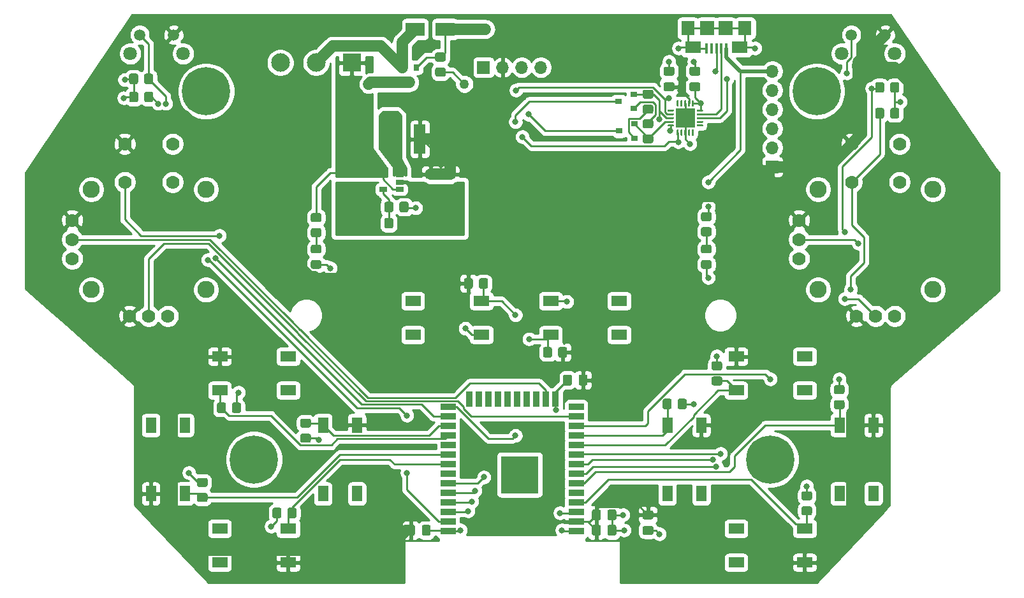
<source format=gbr>
%TF.GenerationSoftware,KiCad,Pcbnew,5.1.12-84ad8e8a86~92~ubuntu18.04.1*%
%TF.CreationDate,2021-12-07T10:10:18-05:00*%
%TF.ProjectId,Makers-Unified-Controller,4d616b65-7273-42d5-956e-69666965642d,rev?*%
%TF.SameCoordinates,Original*%
%TF.FileFunction,Copper,L1,Top*%
%TF.FilePolarity,Positive*%
%FSLAX46Y46*%
G04 Gerber Fmt 4.6, Leading zero omitted, Abs format (unit mm)*
G04 Created by KiCad (PCBNEW 5.1.12-84ad8e8a86~92~ubuntu18.04.1) date 2021-12-07 10:10:18*
%MOMM*%
%LPD*%
G01*
G04 APERTURE LIST*
%TA.AperFunction,SMDPad,CuDef*%
%ADD10R,2.100000X1.400000*%
%TD*%
%TA.AperFunction,ComponentPad*%
%ADD11C,1.263000*%
%TD*%
%TA.AperFunction,ComponentPad*%
%ADD12C,1.778000*%
%TD*%
%TA.AperFunction,ComponentPad*%
%ADD13C,2.286000*%
%TD*%
%TA.AperFunction,SMDPad,CuDef*%
%ADD14R,2.000000X0.900000*%
%TD*%
%TA.AperFunction,SMDPad,CuDef*%
%ADD15R,0.900000X2.000000*%
%TD*%
%TA.AperFunction,SMDPad,CuDef*%
%ADD16R,5.000000X5.000000*%
%TD*%
%TA.AperFunction,SMDPad,CuDef*%
%ADD17R,1.060000X0.650000*%
%TD*%
%TA.AperFunction,SMDPad,CuDef*%
%ADD18R,2.500000X2.500000*%
%TD*%
%TA.AperFunction,SMDPad,CuDef*%
%ADD19R,1.400000X2.100000*%
%TD*%
%TA.AperFunction,ComponentPad*%
%ADD20C,1.498600*%
%TD*%
%TA.AperFunction,ComponentPad*%
%ADD21C,1.803400*%
%TD*%
%TA.AperFunction,ComponentPad*%
%ADD22R,2.475000X2.475000*%
%TD*%
%TA.AperFunction,ComponentPad*%
%ADD23C,2.475000*%
%TD*%
%TA.AperFunction,SMDPad,CuDef*%
%ADD24R,0.900000X0.800000*%
%TD*%
%TA.AperFunction,SMDPad,CuDef*%
%ADD25R,0.800000X0.900000*%
%TD*%
%TA.AperFunction,SMDPad,CuDef*%
%ADD26R,1.498600X3.987800*%
%TD*%
%TA.AperFunction,ComponentPad*%
%ADD27O,1.700000X1.700000*%
%TD*%
%TA.AperFunction,ComponentPad*%
%ADD28R,1.700000X1.700000*%
%TD*%
%TA.AperFunction,SMDPad,CuDef*%
%ADD29R,0.400000X1.350000*%
%TD*%
%TA.AperFunction,SMDPad,CuDef*%
%ADD30R,2.100000X1.600000*%
%TD*%
%TA.AperFunction,SMDPad,CuDef*%
%ADD31R,1.900000X1.900000*%
%TD*%
%TA.AperFunction,SMDPad,CuDef*%
%ADD32R,1.800000X1.900000*%
%TD*%
%TA.AperFunction,ComponentPad*%
%ADD33C,0.800000*%
%TD*%
%TA.AperFunction,ComponentPad*%
%ADD34C,6.400000*%
%TD*%
%TA.AperFunction,SMDPad,CuDef*%
%ADD35R,2.500000X1.800000*%
%TD*%
%TA.AperFunction,ViaPad*%
%ADD36C,0.800000*%
%TD*%
%TA.AperFunction,Conductor*%
%ADD37C,0.250000*%
%TD*%
%TA.AperFunction,Conductor*%
%ADD38C,1.500000*%
%TD*%
%TA.AperFunction,Conductor*%
%ADD39C,0.500000*%
%TD*%
%TA.AperFunction,Conductor*%
%ADD40C,0.254000*%
%TD*%
%TA.AperFunction,Conductor*%
%ADD41C,0.100000*%
%TD*%
G04 APERTURE END LIST*
D10*
%TO.P,SW12,2*%
%TO.N,N/C*%
X191030000Y-125440000D03*
%TO.P,SW12,1*%
%TO.N,+3V3*%
X200130000Y-125440000D03*
%TO.P,SW12,3*%
%TO.N,/SW_7*%
X200130000Y-120940000D03*
%TO.P,SW12,4*%
%TO.N,N/C*%
X191030000Y-120940000D03*
%TD*%
D11*
%TO.P,BT1,+*%
%TO.N,/BAT+*%
X142240000Y-61910000D03*
%TO.P,BT1,-*%
%TO.N,GND*%
X154940000Y-61910000D03*
%TD*%
D12*
%TO.P,U1,B1A*%
%TO.N,+3V3*%
X109855000Y-69850000D03*
%TO.P,U1,B1B*%
%TO.N,N/C*%
X116205000Y-69850000D03*
%TO.P,U1,B2A*%
%TO.N,/LEFT_JOY_SW*%
X109855000Y-74930000D03*
%TO.P,U1,B2B*%
%TO.N,N/C*%
X116205000Y-74930000D03*
%TO.P,U1,H1*%
%TO.N,+3V3*%
X110490000Y-92710000D03*
%TO.P,U1,H2*%
%TO.N,/LEFT_JOY_X*%
X113030000Y-92710000D03*
%TO.P,U1,H3*%
%TO.N,GND*%
X115570000Y-92710000D03*
D13*
%TO.P,U1,S1*%
X105410000Y-75882500D03*
%TO.P,U1,S2*%
X105410000Y-89217500D03*
%TO.P,U1,S3*%
X120650000Y-89217500D03*
%TO.P,U1,S4*%
X120650000Y-75882500D03*
D12*
%TO.P,U1,V1*%
%TO.N,+3V3*%
X102870000Y-80010000D03*
%TO.P,U1,V2*%
%TO.N,/LEFT_JOY_Y*%
X102870000Y-82550000D03*
%TO.P,U1,V3*%
%TO.N,GND*%
X102870000Y-85090000D03*
%TD*%
%TO.P,C11,2*%
%TO.N,GND*%
%TA.AperFunction,SMDPad,CuDef*%
G36*
G01*
X169222000Y-100744000D02*
X169222000Y-101694000D01*
G75*
G02*
X168972000Y-101944000I-250000J0D01*
G01*
X168297000Y-101944000D01*
G75*
G02*
X168047000Y-101694000I0J250000D01*
G01*
X168047000Y-100744000D01*
G75*
G02*
X168297000Y-100494000I250000J0D01*
G01*
X168972000Y-100494000D01*
G75*
G02*
X169222000Y-100744000I0J-250000D01*
G01*
G37*
%TD.AperFunction*%
%TO.P,C11,1*%
%TO.N,+3V3*%
%TA.AperFunction,SMDPad,CuDef*%
G36*
G01*
X171297000Y-100744000D02*
X171297000Y-101694000D01*
G75*
G02*
X171047000Y-101944000I-250000J0D01*
G01*
X170372000Y-101944000D01*
G75*
G02*
X170122000Y-101694000I0J250000D01*
G01*
X170122000Y-100744000D01*
G75*
G02*
X170372000Y-100494000I250000J0D01*
G01*
X171047000Y-100494000D01*
G75*
G02*
X171297000Y-100744000I0J-250000D01*
G01*
G37*
%TD.AperFunction*%
%TD*%
%TO.P,C10,2*%
%TO.N,GND*%
%TA.AperFunction,SMDPad,CuDef*%
G36*
G01*
X149294000Y-121633000D02*
X149294000Y-120683000D01*
G75*
G02*
X149544000Y-120433000I250000J0D01*
G01*
X150219000Y-120433000D01*
G75*
G02*
X150469000Y-120683000I0J-250000D01*
G01*
X150469000Y-121633000D01*
G75*
G02*
X150219000Y-121883000I-250000J0D01*
G01*
X149544000Y-121883000D01*
G75*
G02*
X149294000Y-121633000I0J250000D01*
G01*
G37*
%TD.AperFunction*%
%TO.P,C10,1*%
%TO.N,+3V3*%
%TA.AperFunction,SMDPad,CuDef*%
G36*
G01*
X147219000Y-121633000D02*
X147219000Y-120683000D01*
G75*
G02*
X147469000Y-120433000I250000J0D01*
G01*
X148144000Y-120433000D01*
G75*
G02*
X148394000Y-120683000I0J-250000D01*
G01*
X148394000Y-121633000D01*
G75*
G02*
X148144000Y-121883000I-250000J0D01*
G01*
X147469000Y-121883000D01*
G75*
G02*
X147219000Y-121633000I0J250000D01*
G01*
G37*
%TD.AperFunction*%
%TD*%
%TO.P,C9,2*%
%TO.N,GND*%
%TA.AperFunction,SMDPad,CuDef*%
G36*
G01*
X182593000Y-60785500D02*
X181643000Y-60785500D01*
G75*
G02*
X181393000Y-60535500I0J250000D01*
G01*
X181393000Y-59860500D01*
G75*
G02*
X181643000Y-59610500I250000J0D01*
G01*
X182593000Y-59610500D01*
G75*
G02*
X182843000Y-59860500I0J-250000D01*
G01*
X182843000Y-60535500D01*
G75*
G02*
X182593000Y-60785500I-250000J0D01*
G01*
G37*
%TD.AperFunction*%
%TO.P,C9,1*%
%TO.N,+3V3*%
%TA.AperFunction,SMDPad,CuDef*%
G36*
G01*
X182593000Y-62860500D02*
X181643000Y-62860500D01*
G75*
G02*
X181393000Y-62610500I0J250000D01*
G01*
X181393000Y-61935500D01*
G75*
G02*
X181643000Y-61685500I250000J0D01*
G01*
X182593000Y-61685500D01*
G75*
G02*
X182843000Y-61935500I0J-250000D01*
G01*
X182843000Y-62610500D01*
G75*
G02*
X182593000Y-62860500I-250000J0D01*
G01*
G37*
%TD.AperFunction*%
%TD*%
D14*
%TO.P,U5,38*%
%TO.N,GND*%
X152790000Y-121285000D03*
%TO.P,U5,37*%
%TO.N,/TRIG_L*%
X152790000Y-120015000D03*
%TO.P,U5,36*%
%TO.N,/I2C_SCL*%
X152790000Y-118745000D03*
%TO.P,U5,35*%
%TO.N,/BRIDGE_RX*%
X152790000Y-117475000D03*
%TO.P,U5,34*%
%TO.N,/BRIDGE_TX*%
X152790000Y-116205000D03*
%TO.P,U5,33*%
%TO.N,/I2C_SDA*%
X152790000Y-114935000D03*
%TO.P,U5,32*%
%TO.N,Net-(U5-Pad32)*%
X152790000Y-113665000D03*
%TO.P,U5,31*%
%TO.N,/SW_3*%
X152790000Y-112395000D03*
%TO.P,U5,30*%
%TO.N,/SW_4*%
X152790000Y-111125000D03*
%TO.P,U5,29*%
%TO.N,Net-(U5-Pad29)*%
X152790000Y-109855000D03*
%TO.P,U5,28*%
%TO.N,/SW_1*%
X152790000Y-108585000D03*
%TO.P,U5,27*%
%TO.N,/SW_2*%
X152790000Y-107315000D03*
%TO.P,U5,26*%
%TO.N,/LEFT_JOY_SW*%
X152790000Y-106045000D03*
%TO.P,U5,25*%
%TO.N,/IO0*%
X152790000Y-104775000D03*
D15*
%TO.P,U5,24*%
%TO.N,Net-(U5-Pad24)*%
X155575000Y-103775000D03*
%TO.P,U5,23*%
%TO.N,Net-(U5-Pad23)*%
X156845000Y-103775000D03*
%TO.P,U5,22*%
%TO.N,Net-(U5-Pad22)*%
X158115000Y-103775000D03*
%TO.P,U5,21*%
%TO.N,Net-(U5-Pad21)*%
X159385000Y-103775000D03*
%TO.P,U5,20*%
%TO.N,Net-(U5-Pad20)*%
X160655000Y-103775000D03*
%TO.P,U5,19*%
%TO.N,Net-(U5-Pad19)*%
X161925000Y-103775000D03*
%TO.P,U5,18*%
%TO.N,Net-(U5-Pad18)*%
X163195000Y-103775000D03*
%TO.P,U5,17*%
%TO.N,Net-(U5-Pad17)*%
X164465000Y-103775000D03*
%TO.P,U5,16*%
%TO.N,/LEFT_JOY_Y*%
X165735000Y-103775000D03*
%TO.P,U5,15*%
%TO.N,GND*%
X167005000Y-103775000D03*
D14*
%TO.P,U5,14*%
%TO.N,Net-(U5-Pad14)*%
X169790000Y-104775000D03*
%TO.P,U5,13*%
%TO.N,/LEFT_JOY_X*%
X169790000Y-106045000D03*
%TO.P,U5,12*%
%TO.N,/TRIG_R*%
X169790000Y-107315000D03*
%TO.P,U5,11*%
%TO.N,/SW_8*%
X169790000Y-108585000D03*
%TO.P,U5,10*%
%TO.N,/SW_5*%
X169790000Y-109855000D03*
%TO.P,U5,9*%
%TO.N,/RIGHT_JOY_Y*%
X169790000Y-111125000D03*
%TO.P,U5,8*%
%TO.N,/RIGHT_JOY_X*%
X169790000Y-112395000D03*
%TO.P,U5,7*%
%TO.N,/RIGHT_JOY_SW*%
X169790000Y-113665000D03*
%TO.P,U5,6*%
%TO.N,/SW_6*%
X169790000Y-114935000D03*
%TO.P,U5,5*%
%TO.N,Net-(U5-Pad5)*%
X169790000Y-116205000D03*
%TO.P,U5,4*%
%TO.N,/SW_7*%
X169790000Y-117475000D03*
%TO.P,U5,3*%
%TO.N,/EN*%
X169790000Y-118745000D03*
%TO.P,U5,2*%
%TO.N,+3V3*%
X169790000Y-120015000D03*
%TO.P,U5,1*%
%TO.N,GND*%
X169790000Y-121285000D03*
D16*
%TO.P,U5,39*%
X162290000Y-113785000D03*
%TD*%
D12*
%TO.P,U4,B1A*%
%TO.N,+3V3*%
X206375000Y-69850000D03*
%TO.P,U4,B1B*%
%TO.N,N/C*%
X212725000Y-69850000D03*
%TO.P,U4,B2A*%
%TO.N,/RIGHT_JOY_SW*%
X206375000Y-74930000D03*
%TO.P,U4,B2B*%
%TO.N,N/C*%
X212725000Y-74930000D03*
%TO.P,U4,H1*%
%TO.N,+3V3*%
X207010000Y-92710000D03*
%TO.P,U4,H2*%
%TO.N,/RIGHT_JOY_X*%
X209550000Y-92710000D03*
%TO.P,U4,H3*%
%TO.N,GND*%
X212090000Y-92710000D03*
D13*
%TO.P,U4,S1*%
X201930000Y-75882500D03*
%TO.P,U4,S2*%
X201930000Y-89217500D03*
%TO.P,U4,S3*%
X217170000Y-89217500D03*
%TO.P,U4,S4*%
X217170000Y-75882500D03*
D12*
%TO.P,U4,V1*%
%TO.N,+3V3*%
X199390000Y-80010000D03*
%TO.P,U4,V2*%
%TO.N,/RIGHT_JOY_Y*%
X199390000Y-82550000D03*
%TO.P,U4,V3*%
%TO.N,GND*%
X199390000Y-85090000D03*
%TD*%
D17*
%TO.P,U3,5*%
%TO.N,Net-(R6-Pad2)*%
X144145000Y-75880000D03*
%TO.P,U3,4*%
%TO.N,/PWR_IN*%
X144145000Y-73980000D03*
%TO.P,U3,3*%
%TO.N,Net-(L1-Pad1)*%
X146345000Y-73980000D03*
%TO.P,U3,2*%
%TO.N,GND*%
X146345000Y-74930000D03*
%TO.P,U3,1*%
%TO.N,/PWR_IN*%
X146345000Y-75880000D03*
%TD*%
D18*
%TO.P,U2,21*%
%TO.N,GND*%
X184277000Y-66421000D03*
%TO.P,U2,20*%
%TO.N,Net-(C1-Pad1)*%
%TA.AperFunction,SMDPad,CuDef*%
G36*
G01*
X182689500Y-67546000D02*
X181989500Y-67546000D01*
G75*
G02*
X181927000Y-67483500I0J62500D01*
G01*
X181927000Y-67358500D01*
G75*
G02*
X181989500Y-67296000I62500J0D01*
G01*
X182689500Y-67296000D01*
G75*
G02*
X182752000Y-67358500I0J-62500D01*
G01*
X182752000Y-67483500D01*
G75*
G02*
X182689500Y-67546000I-62500J0D01*
G01*
G37*
%TD.AperFunction*%
%TO.P,U2,19*%
%TO.N,/BRIDGE_RTS*%
%TA.AperFunction,SMDPad,CuDef*%
G36*
G01*
X182689500Y-67046000D02*
X181989500Y-67046000D01*
G75*
G02*
X181927000Y-66983500I0J62500D01*
G01*
X181927000Y-66858500D01*
G75*
G02*
X181989500Y-66796000I62500J0D01*
G01*
X182689500Y-66796000D01*
G75*
G02*
X182752000Y-66858500I0J-62500D01*
G01*
X182752000Y-66983500D01*
G75*
G02*
X182689500Y-67046000I-62500J0D01*
G01*
G37*
%TD.AperFunction*%
%TO.P,U2,18*%
%TO.N,/BRIDGE_DTR*%
%TA.AperFunction,SMDPad,CuDef*%
G36*
G01*
X182689500Y-66546000D02*
X181989500Y-66546000D01*
G75*
G02*
X181927000Y-66483500I0J62500D01*
G01*
X181927000Y-66358500D01*
G75*
G02*
X181989500Y-66296000I62500J0D01*
G01*
X182689500Y-66296000D01*
G75*
G02*
X182752000Y-66358500I0J-62500D01*
G01*
X182752000Y-66483500D01*
G75*
G02*
X182689500Y-66546000I-62500J0D01*
G01*
G37*
%TD.AperFunction*%
%TO.P,U2,17*%
%TO.N,/BRIDGE_TX*%
%TA.AperFunction,SMDPad,CuDef*%
G36*
G01*
X182689500Y-66046000D02*
X181989500Y-66046000D01*
G75*
G02*
X181927000Y-65983500I0J62500D01*
G01*
X181927000Y-65858500D01*
G75*
G02*
X181989500Y-65796000I62500J0D01*
G01*
X182689500Y-65796000D01*
G75*
G02*
X182752000Y-65858500I0J-62500D01*
G01*
X182752000Y-65983500D01*
G75*
G02*
X182689500Y-66046000I-62500J0D01*
G01*
G37*
%TD.AperFunction*%
%TO.P,U2,16*%
%TO.N,Net-(U2-Pad16)*%
%TA.AperFunction,SMDPad,CuDef*%
G36*
G01*
X182689500Y-65546000D02*
X181989500Y-65546000D01*
G75*
G02*
X181927000Y-65483500I0J62500D01*
G01*
X181927000Y-65358500D01*
G75*
G02*
X181989500Y-65296000I62500J0D01*
G01*
X182689500Y-65296000D01*
G75*
G02*
X182752000Y-65358500I0J-62500D01*
G01*
X182752000Y-65483500D01*
G75*
G02*
X182689500Y-65546000I-62500J0D01*
G01*
G37*
%TD.AperFunction*%
%TO.P,U2,15*%
%TO.N,Net-(U2-Pad15)*%
%TA.AperFunction,SMDPad,CuDef*%
G36*
G01*
X183339500Y-64896000D02*
X183214500Y-64896000D01*
G75*
G02*
X183152000Y-64833500I0J62500D01*
G01*
X183152000Y-64133500D01*
G75*
G02*
X183214500Y-64071000I62500J0D01*
G01*
X183339500Y-64071000D01*
G75*
G02*
X183402000Y-64133500I0J-62500D01*
G01*
X183402000Y-64833500D01*
G75*
G02*
X183339500Y-64896000I-62500J0D01*
G01*
G37*
%TD.AperFunction*%
%TO.P,U2,14*%
%TO.N,Net-(U2-Pad14)*%
%TA.AperFunction,SMDPad,CuDef*%
G36*
G01*
X183839500Y-64896000D02*
X183714500Y-64896000D01*
G75*
G02*
X183652000Y-64833500I0J62500D01*
G01*
X183652000Y-64133500D01*
G75*
G02*
X183714500Y-64071000I62500J0D01*
G01*
X183839500Y-64071000D01*
G75*
G02*
X183902000Y-64133500I0J-62500D01*
G01*
X183902000Y-64833500D01*
G75*
G02*
X183839500Y-64896000I-62500J0D01*
G01*
G37*
%TD.AperFunction*%
%TO.P,U2,13*%
%TO.N,GND*%
%TA.AperFunction,SMDPad,CuDef*%
G36*
G01*
X184339500Y-64896000D02*
X184214500Y-64896000D01*
G75*
G02*
X184152000Y-64833500I0J62500D01*
G01*
X184152000Y-64133500D01*
G75*
G02*
X184214500Y-64071000I62500J0D01*
G01*
X184339500Y-64071000D01*
G75*
G02*
X184402000Y-64133500I0J-62500D01*
G01*
X184402000Y-64833500D01*
G75*
G02*
X184339500Y-64896000I-62500J0D01*
G01*
G37*
%TD.AperFunction*%
%TO.P,U2,12*%
%TO.N,+3V3*%
%TA.AperFunction,SMDPad,CuDef*%
G36*
G01*
X184839500Y-64896000D02*
X184714500Y-64896000D01*
G75*
G02*
X184652000Y-64833500I0J62500D01*
G01*
X184652000Y-64133500D01*
G75*
G02*
X184714500Y-64071000I62500J0D01*
G01*
X184839500Y-64071000D01*
G75*
G02*
X184902000Y-64133500I0J-62500D01*
G01*
X184902000Y-64833500D01*
G75*
G02*
X184839500Y-64896000I-62500J0D01*
G01*
G37*
%TD.AperFunction*%
%TO.P,U2,11*%
%TO.N,Net-(C1-Pad1)*%
%TA.AperFunction,SMDPad,CuDef*%
G36*
G01*
X185339500Y-64896000D02*
X185214500Y-64896000D01*
G75*
G02*
X185152000Y-64833500I0J62500D01*
G01*
X185152000Y-64133500D01*
G75*
G02*
X185214500Y-64071000I62500J0D01*
G01*
X185339500Y-64071000D01*
G75*
G02*
X185402000Y-64133500I0J-62500D01*
G01*
X185402000Y-64833500D01*
G75*
G02*
X185339500Y-64896000I-62500J0D01*
G01*
G37*
%TD.AperFunction*%
%TO.P,U2,10*%
%TA.AperFunction,SMDPad,CuDef*%
G36*
G01*
X186564500Y-65546000D02*
X185864500Y-65546000D01*
G75*
G02*
X185802000Y-65483500I0J62500D01*
G01*
X185802000Y-65358500D01*
G75*
G02*
X185864500Y-65296000I62500J0D01*
G01*
X186564500Y-65296000D01*
G75*
G02*
X186627000Y-65358500I0J-62500D01*
G01*
X186627000Y-65483500D01*
G75*
G02*
X186564500Y-65546000I-62500J0D01*
G01*
G37*
%TD.AperFunction*%
%TO.P,U2,9*%
%TO.N,/D-*%
%TA.AperFunction,SMDPad,CuDef*%
G36*
G01*
X186564500Y-66046000D02*
X185864500Y-66046000D01*
G75*
G02*
X185802000Y-65983500I0J62500D01*
G01*
X185802000Y-65858500D01*
G75*
G02*
X185864500Y-65796000I62500J0D01*
G01*
X186564500Y-65796000D01*
G75*
G02*
X186627000Y-65858500I0J-62500D01*
G01*
X186627000Y-65983500D01*
G75*
G02*
X186564500Y-66046000I-62500J0D01*
G01*
G37*
%TD.AperFunction*%
%TO.P,U2,8*%
%TO.N,/D+*%
%TA.AperFunction,SMDPad,CuDef*%
G36*
G01*
X186564500Y-66546000D02*
X185864500Y-66546000D01*
G75*
G02*
X185802000Y-66483500I0J62500D01*
G01*
X185802000Y-66358500D01*
G75*
G02*
X185864500Y-66296000I62500J0D01*
G01*
X186564500Y-66296000D01*
G75*
G02*
X186627000Y-66358500I0J-62500D01*
G01*
X186627000Y-66483500D01*
G75*
G02*
X186564500Y-66546000I-62500J0D01*
G01*
G37*
%TD.AperFunction*%
%TO.P,U2,7*%
%TO.N,Net-(U2-Pad7)*%
%TA.AperFunction,SMDPad,CuDef*%
G36*
G01*
X186564500Y-67046000D02*
X185864500Y-67046000D01*
G75*
G02*
X185802000Y-66983500I0J62500D01*
G01*
X185802000Y-66858500D01*
G75*
G02*
X185864500Y-66796000I62500J0D01*
G01*
X186564500Y-66796000D01*
G75*
G02*
X186627000Y-66858500I0J-62500D01*
G01*
X186627000Y-66983500D01*
G75*
G02*
X186564500Y-67046000I-62500J0D01*
G01*
G37*
%TD.AperFunction*%
%TO.P,U2,6*%
%TO.N,Net-(U2-Pad6)*%
%TA.AperFunction,SMDPad,CuDef*%
G36*
G01*
X186564500Y-67546000D02*
X185864500Y-67546000D01*
G75*
G02*
X185802000Y-67483500I0J62500D01*
G01*
X185802000Y-67358500D01*
G75*
G02*
X185864500Y-67296000I62500J0D01*
G01*
X186564500Y-67296000D01*
G75*
G02*
X186627000Y-67358500I0J-62500D01*
G01*
X186627000Y-67483500D01*
G75*
G02*
X186564500Y-67546000I-62500J0D01*
G01*
G37*
%TD.AperFunction*%
%TO.P,U2,5*%
%TO.N,Net-(U2-Pad5)*%
%TA.AperFunction,SMDPad,CuDef*%
G36*
G01*
X185339500Y-68771000D02*
X185214500Y-68771000D01*
G75*
G02*
X185152000Y-68708500I0J62500D01*
G01*
X185152000Y-68008500D01*
G75*
G02*
X185214500Y-67946000I62500J0D01*
G01*
X185339500Y-67946000D01*
G75*
G02*
X185402000Y-68008500I0J-62500D01*
G01*
X185402000Y-68708500D01*
G75*
G02*
X185339500Y-68771000I-62500J0D01*
G01*
G37*
%TD.AperFunction*%
%TO.P,U2,4*%
%TO.N,Net-(U2-Pad4)*%
%TA.AperFunction,SMDPad,CuDef*%
G36*
G01*
X184839500Y-68771000D02*
X184714500Y-68771000D01*
G75*
G02*
X184652000Y-68708500I0J62500D01*
G01*
X184652000Y-68008500D01*
G75*
G02*
X184714500Y-67946000I62500J0D01*
G01*
X184839500Y-67946000D01*
G75*
G02*
X184902000Y-68008500I0J-62500D01*
G01*
X184902000Y-68708500D01*
G75*
G02*
X184839500Y-68771000I-62500J0D01*
G01*
G37*
%TD.AperFunction*%
%TO.P,U2,3*%
%TO.N,GND*%
%TA.AperFunction,SMDPad,CuDef*%
G36*
G01*
X184339500Y-68771000D02*
X184214500Y-68771000D01*
G75*
G02*
X184152000Y-68708500I0J62500D01*
G01*
X184152000Y-68008500D01*
G75*
G02*
X184214500Y-67946000I62500J0D01*
G01*
X184339500Y-67946000D01*
G75*
G02*
X184402000Y-68008500I0J-62500D01*
G01*
X184402000Y-68708500D01*
G75*
G02*
X184339500Y-68771000I-62500J0D01*
G01*
G37*
%TD.AperFunction*%
%TO.P,U2,2*%
%TO.N,Net-(U2-Pad2)*%
%TA.AperFunction,SMDPad,CuDef*%
G36*
G01*
X183839500Y-68771000D02*
X183714500Y-68771000D01*
G75*
G02*
X183652000Y-68708500I0J62500D01*
G01*
X183652000Y-68008500D01*
G75*
G02*
X183714500Y-67946000I62500J0D01*
G01*
X183839500Y-67946000D01*
G75*
G02*
X183902000Y-68008500I0J-62500D01*
G01*
X183902000Y-68708500D01*
G75*
G02*
X183839500Y-68771000I-62500J0D01*
G01*
G37*
%TD.AperFunction*%
%TO.P,U2,1*%
%TO.N,/BRIDGE_RX*%
%TA.AperFunction,SMDPad,CuDef*%
G36*
G01*
X183339500Y-68771000D02*
X183214500Y-68771000D01*
G75*
G02*
X183152000Y-68708500I0J62500D01*
G01*
X183152000Y-68008500D01*
G75*
G02*
X183214500Y-67946000I62500J0D01*
G01*
X183339500Y-67946000D01*
G75*
G02*
X183402000Y-68008500I0J-62500D01*
G01*
X183402000Y-68708500D01*
G75*
G02*
X183339500Y-68771000I-62500J0D01*
G01*
G37*
%TD.AperFunction*%
%TD*%
D19*
%TO.P,SW13,2*%
%TO.N,N/C*%
X186400000Y-116310000D03*
%TO.P,SW13,1*%
%TO.N,+3V3*%
X186400000Y-107210000D03*
%TO.P,SW13,3*%
%TO.N,/SW_8*%
X181900000Y-107210000D03*
%TO.P,SW13,4*%
%TO.N,N/C*%
X181900000Y-116310000D03*
%TD*%
%TO.P,SW11,2*%
%TO.N,N/C*%
X209260000Y-116310000D03*
%TO.P,SW11,1*%
%TO.N,+3V3*%
X209260000Y-107210000D03*
%TO.P,SW11,3*%
%TO.N,/SW_6*%
X204760000Y-107210000D03*
%TO.P,SW11,4*%
%TO.N,N/C*%
X204760000Y-116310000D03*
%TD*%
D10*
%TO.P,SW10,2*%
%TO.N,N/C*%
X200130000Y-98080000D03*
%TO.P,SW10,1*%
%TO.N,+3V3*%
X191030000Y-98080000D03*
%TO.P,SW10,3*%
%TO.N,/SW_5*%
X191030000Y-102580000D03*
%TO.P,SW10,4*%
%TO.N,N/C*%
X200130000Y-102580000D03*
%TD*%
D19*
%TO.P,SW9,2*%
%TO.N,N/C*%
X113320000Y-107210000D03*
%TO.P,SW9,1*%
%TO.N,+3V3*%
X113320000Y-116310000D03*
%TO.P,SW9,3*%
%TO.N,/SW_4*%
X117820000Y-116310000D03*
%TO.P,SW9,4*%
%TO.N,N/C*%
X117820000Y-107210000D03*
%TD*%
D10*
%TO.P,SW8,2*%
%TO.N,N/C*%
X122450000Y-125440000D03*
%TO.P,SW8,1*%
%TO.N,+3V3*%
X131550000Y-125440000D03*
%TO.P,SW8,3*%
%TO.N,/SW_3*%
X131550000Y-120940000D03*
%TO.P,SW8,4*%
%TO.N,N/C*%
X122450000Y-120940000D03*
%TD*%
D19*
%TO.P,SW7,2*%
%TO.N,N/C*%
X140680000Y-116310000D03*
%TO.P,SW7,1*%
%TO.N,+3V3*%
X140680000Y-107210000D03*
%TO.P,SW7,3*%
%TO.N,/SW_2*%
X136180000Y-107210000D03*
%TO.P,SW7,4*%
%TO.N,N/C*%
X136180000Y-116310000D03*
%TD*%
D10*
%TO.P,SW6,2*%
%TO.N,N/C*%
X131550000Y-98080000D03*
%TO.P,SW6,1*%
%TO.N,+3V3*%
X122450000Y-98080000D03*
%TO.P,SW6,3*%
%TO.N,/SW_1*%
X122450000Y-102580000D03*
%TO.P,SW6,4*%
%TO.N,N/C*%
X131550000Y-102580000D03*
%TD*%
D20*
%TO.P,SW5,1*%
%TO.N,+3V3*%
X116332000Y-55372000D03*
%TO.P,SW5,2*%
%TO.N,/TRIG_L*%
X111831999Y-55372000D03*
D21*
%TO.P,SW5,3*%
%TO.N,N/C*%
X117587000Y-57862299D03*
%TO.P,SW5,4*%
X110576999Y-57862299D03*
%TD*%
D20*
%TO.P,SW4,1*%
%TO.N,+3V3*%
X210820000Y-55372000D03*
%TO.P,SW4,2*%
%TO.N,/TRIG_R*%
X206319999Y-55372000D03*
D21*
%TO.P,SW4,3*%
%TO.N,N/C*%
X212075000Y-57862299D03*
%TO.P,SW4,4*%
X205064999Y-57862299D03*
%TD*%
D10*
%TO.P,SW3,2*%
%TO.N,N/C*%
X148104000Y-95214000D03*
%TO.P,SW3,1*%
%TO.N,GND*%
X157204000Y-95214000D03*
%TO.P,SW3,3*%
%TO.N,/IO0*%
X157204000Y-90714000D03*
%TO.P,SW3,4*%
%TO.N,N/C*%
X148104000Y-90714000D03*
%TD*%
%TO.P,SW2,2*%
%TO.N,N/C*%
X175492000Y-90714000D03*
%TO.P,SW2,1*%
%TO.N,GND*%
X166392000Y-90714000D03*
%TO.P,SW2,3*%
%TO.N,/EN*%
X166392000Y-95214000D03*
%TO.P,SW2,4*%
%TO.N,N/C*%
X175492000Y-95214000D03*
%TD*%
D22*
%TO.P,SW1,1*%
%TO.N,/PWR_IN*%
X140005000Y-59055000D03*
D23*
%TO.P,SW1,2*%
%TO.N,Net-(D1-Pad1)*%
X135255000Y-59055000D03*
%TO.P,SW1,3*%
%TO.N,Net-(SW1-Pad3)*%
X130505000Y-59055000D03*
%TD*%
%TO.P,R21,2*%
%TO.N,Net-(D3-Pad2)*%
%TA.AperFunction,SMDPad,CuDef*%
G36*
G01*
X186620999Y-80918000D02*
X187521001Y-80918000D01*
G75*
G02*
X187771000Y-81167999I0J-249999D01*
G01*
X187771000Y-81868001D01*
G75*
G02*
X187521001Y-82118000I-249999J0D01*
G01*
X186620999Y-82118000D01*
G75*
G02*
X186371000Y-81868001I0J249999D01*
G01*
X186371000Y-81167999D01*
G75*
G02*
X186620999Y-80918000I249999J0D01*
G01*
G37*
%TD.AperFunction*%
%TO.P,R21,1*%
%TO.N,+5V*%
%TA.AperFunction,SMDPad,CuDef*%
G36*
G01*
X186620999Y-78918000D02*
X187521001Y-78918000D01*
G75*
G02*
X187771000Y-79167999I0J-249999D01*
G01*
X187771000Y-79868001D01*
G75*
G02*
X187521001Y-80118000I-249999J0D01*
G01*
X186620999Y-80118000D01*
G75*
G02*
X186371000Y-79868001I0J249999D01*
G01*
X186371000Y-79167999D01*
G75*
G02*
X186620999Y-78918000I249999J0D01*
G01*
G37*
%TD.AperFunction*%
%TD*%
%TO.P,R20,2*%
%TO.N,GND*%
%TA.AperFunction,SMDPad,CuDef*%
G36*
G01*
X183264000Y-104844001D02*
X183264000Y-103943999D01*
G75*
G02*
X183513999Y-103694000I249999J0D01*
G01*
X184214001Y-103694000D01*
G75*
G02*
X184464000Y-103943999I0J-249999D01*
G01*
X184464000Y-104844001D01*
G75*
G02*
X184214001Y-105094000I-249999J0D01*
G01*
X183513999Y-105094000D01*
G75*
G02*
X183264000Y-104844001I0J249999D01*
G01*
G37*
%TD.AperFunction*%
%TO.P,R20,1*%
%TO.N,/SW_8*%
%TA.AperFunction,SMDPad,CuDef*%
G36*
G01*
X181264000Y-104844001D02*
X181264000Y-103943999D01*
G75*
G02*
X181513999Y-103694000I249999J0D01*
G01*
X182214001Y-103694000D01*
G75*
G02*
X182464000Y-103943999I0J-249999D01*
G01*
X182464000Y-104844001D01*
G75*
G02*
X182214001Y-105094000I-249999J0D01*
G01*
X181513999Y-105094000D01*
G75*
G02*
X181264000Y-104844001I0J249999D01*
G01*
G37*
%TD.AperFunction*%
%TD*%
%TO.P,R19,2*%
%TO.N,Net-(D2-Pad2)*%
%TA.AperFunction,SMDPad,CuDef*%
G36*
G01*
X134804999Y-81045000D02*
X135705001Y-81045000D01*
G75*
G02*
X135955000Y-81294999I0J-249999D01*
G01*
X135955000Y-81995001D01*
G75*
G02*
X135705001Y-82245000I-249999J0D01*
G01*
X134804999Y-82245000D01*
G75*
G02*
X134555000Y-81995001I0J249999D01*
G01*
X134555000Y-81294999D01*
G75*
G02*
X134804999Y-81045000I249999J0D01*
G01*
G37*
%TD.AperFunction*%
%TO.P,R19,1*%
%TO.N,/PWR_IN*%
%TA.AperFunction,SMDPad,CuDef*%
G36*
G01*
X134804999Y-79045000D02*
X135705001Y-79045000D01*
G75*
G02*
X135955000Y-79294999I0J-249999D01*
G01*
X135955000Y-79995001D01*
G75*
G02*
X135705001Y-80245000I-249999J0D01*
G01*
X134804999Y-80245000D01*
G75*
G02*
X134555000Y-79995001I0J249999D01*
G01*
X134555000Y-79294999D01*
G75*
G02*
X134804999Y-79045000I249999J0D01*
G01*
G37*
%TD.AperFunction*%
%TD*%
%TO.P,R18,2*%
%TO.N,GND*%
%TA.AperFunction,SMDPad,CuDef*%
G36*
G01*
X200856001Y-117186000D02*
X199955999Y-117186000D01*
G75*
G02*
X199706000Y-116936001I0J249999D01*
G01*
X199706000Y-116235999D01*
G75*
G02*
X199955999Y-115986000I249999J0D01*
G01*
X200856001Y-115986000D01*
G75*
G02*
X201106000Y-116235999I0J-249999D01*
G01*
X201106000Y-116936001D01*
G75*
G02*
X200856001Y-117186000I-249999J0D01*
G01*
G37*
%TD.AperFunction*%
%TO.P,R18,1*%
%TO.N,/SW_7*%
%TA.AperFunction,SMDPad,CuDef*%
G36*
G01*
X200856001Y-119186000D02*
X199955999Y-119186000D01*
G75*
G02*
X199706000Y-118936001I0J249999D01*
G01*
X199706000Y-118235999D01*
G75*
G02*
X199955999Y-117986000I249999J0D01*
G01*
X200856001Y-117986000D01*
G75*
G02*
X201106000Y-118235999I0J-249999D01*
G01*
X201106000Y-118936001D01*
G75*
G02*
X200856001Y-119186000I-249999J0D01*
G01*
G37*
%TD.AperFunction*%
%TD*%
%TO.P,R17,2*%
%TO.N,GND*%
%TA.AperFunction,SMDPad,CuDef*%
G36*
G01*
X205174001Y-103089000D02*
X204273999Y-103089000D01*
G75*
G02*
X204024000Y-102839001I0J249999D01*
G01*
X204024000Y-102138999D01*
G75*
G02*
X204273999Y-101889000I249999J0D01*
G01*
X205174001Y-101889000D01*
G75*
G02*
X205424000Y-102138999I0J-249999D01*
G01*
X205424000Y-102839001D01*
G75*
G02*
X205174001Y-103089000I-249999J0D01*
G01*
G37*
%TD.AperFunction*%
%TO.P,R17,1*%
%TO.N,/SW_6*%
%TA.AperFunction,SMDPad,CuDef*%
G36*
G01*
X205174001Y-105089000D02*
X204273999Y-105089000D01*
G75*
G02*
X204024000Y-104839001I0J249999D01*
G01*
X204024000Y-104138999D01*
G75*
G02*
X204273999Y-103889000I249999J0D01*
G01*
X205174001Y-103889000D01*
G75*
G02*
X205424000Y-104138999I0J-249999D01*
G01*
X205424000Y-104839001D01*
G75*
G02*
X205174001Y-105089000I-249999J0D01*
G01*
G37*
%TD.AperFunction*%
%TD*%
%TO.P,R16,2*%
%TO.N,GND*%
%TA.AperFunction,SMDPad,CuDef*%
G36*
G01*
X188918001Y-99930000D02*
X188017999Y-99930000D01*
G75*
G02*
X187768000Y-99680001I0J249999D01*
G01*
X187768000Y-98979999D01*
G75*
G02*
X188017999Y-98730000I249999J0D01*
G01*
X188918001Y-98730000D01*
G75*
G02*
X189168000Y-98979999I0J-249999D01*
G01*
X189168000Y-99680001D01*
G75*
G02*
X188918001Y-99930000I-249999J0D01*
G01*
G37*
%TD.AperFunction*%
%TO.P,R16,1*%
%TO.N,/SW_5*%
%TA.AperFunction,SMDPad,CuDef*%
G36*
G01*
X188918001Y-101930000D02*
X188017999Y-101930000D01*
G75*
G02*
X187768000Y-101680001I0J249999D01*
G01*
X187768000Y-100979999D01*
G75*
G02*
X188017999Y-100730000I249999J0D01*
G01*
X188918001Y-100730000D01*
G75*
G02*
X189168000Y-100979999I0J-249999D01*
G01*
X189168000Y-101680001D01*
G75*
G02*
X188918001Y-101930000I-249999J0D01*
G01*
G37*
%TD.AperFunction*%
%TD*%
%TO.P,R15,2*%
%TO.N,GND*%
%TA.AperFunction,SMDPad,CuDef*%
G36*
G01*
X120592001Y-115408000D02*
X119691999Y-115408000D01*
G75*
G02*
X119442000Y-115158001I0J249999D01*
G01*
X119442000Y-114457999D01*
G75*
G02*
X119691999Y-114208000I249999J0D01*
G01*
X120592001Y-114208000D01*
G75*
G02*
X120842000Y-114457999I0J-249999D01*
G01*
X120842000Y-115158001D01*
G75*
G02*
X120592001Y-115408000I-249999J0D01*
G01*
G37*
%TD.AperFunction*%
%TO.P,R15,1*%
%TO.N,/SW_4*%
%TA.AperFunction,SMDPad,CuDef*%
G36*
G01*
X120592001Y-117408000D02*
X119691999Y-117408000D01*
G75*
G02*
X119442000Y-117158001I0J249999D01*
G01*
X119442000Y-116457999D01*
G75*
G02*
X119691999Y-116208000I249999J0D01*
G01*
X120592001Y-116208000D01*
G75*
G02*
X120842000Y-116457999I0J-249999D01*
G01*
X120842000Y-117158001D01*
G75*
G02*
X120592001Y-117408000I-249999J0D01*
G01*
G37*
%TD.AperFunction*%
%TD*%
%TO.P,R14,2*%
%TO.N,GND*%
%TA.AperFunction,SMDPad,CuDef*%
G36*
G01*
X130648000Y-118421999D02*
X130648000Y-119322001D01*
G75*
G02*
X130398001Y-119572000I-249999J0D01*
G01*
X129697999Y-119572000D01*
G75*
G02*
X129448000Y-119322001I0J249999D01*
G01*
X129448000Y-118421999D01*
G75*
G02*
X129697999Y-118172000I249999J0D01*
G01*
X130398001Y-118172000D01*
G75*
G02*
X130648000Y-118421999I0J-249999D01*
G01*
G37*
%TD.AperFunction*%
%TO.P,R14,1*%
%TO.N,/SW_3*%
%TA.AperFunction,SMDPad,CuDef*%
G36*
G01*
X132648000Y-118421999D02*
X132648000Y-119322001D01*
G75*
G02*
X132398001Y-119572000I-249999J0D01*
G01*
X131697999Y-119572000D01*
G75*
G02*
X131448000Y-119322001I0J249999D01*
G01*
X131448000Y-118421999D01*
G75*
G02*
X131697999Y-118172000I249999J0D01*
G01*
X132398001Y-118172000D01*
G75*
G02*
X132648000Y-118421999I0J-249999D01*
G01*
G37*
%TD.AperFunction*%
%TD*%
%TO.P,R13,2*%
%TO.N,GND*%
%TA.AperFunction,SMDPad,CuDef*%
G36*
G01*
X133407999Y-108334000D02*
X134308001Y-108334000D01*
G75*
G02*
X134558000Y-108583999I0J-249999D01*
G01*
X134558000Y-109284001D01*
G75*
G02*
X134308001Y-109534000I-249999J0D01*
G01*
X133407999Y-109534000D01*
G75*
G02*
X133158000Y-109284001I0J249999D01*
G01*
X133158000Y-108583999D01*
G75*
G02*
X133407999Y-108334000I249999J0D01*
G01*
G37*
%TD.AperFunction*%
%TO.P,R13,1*%
%TO.N,/SW_2*%
%TA.AperFunction,SMDPad,CuDef*%
G36*
G01*
X133407999Y-106334000D02*
X134308001Y-106334000D01*
G75*
G02*
X134558000Y-106583999I0J-249999D01*
G01*
X134558000Y-107284001D01*
G75*
G02*
X134308001Y-107534000I-249999J0D01*
G01*
X133407999Y-107534000D01*
G75*
G02*
X133158000Y-107284001I0J249999D01*
G01*
X133158000Y-106583999D01*
G75*
G02*
X133407999Y-106334000I249999J0D01*
G01*
G37*
%TD.AperFunction*%
%TD*%
%TO.P,R12,2*%
%TO.N,GND*%
%TA.AperFunction,SMDPad,CuDef*%
G36*
G01*
X124082000Y-105352001D02*
X124082000Y-104451999D01*
G75*
G02*
X124331999Y-104202000I249999J0D01*
G01*
X125032001Y-104202000D01*
G75*
G02*
X125282000Y-104451999I0J-249999D01*
G01*
X125282000Y-105352001D01*
G75*
G02*
X125032001Y-105602000I-249999J0D01*
G01*
X124331999Y-105602000D01*
G75*
G02*
X124082000Y-105352001I0J249999D01*
G01*
G37*
%TD.AperFunction*%
%TO.P,R12,1*%
%TO.N,/SW_1*%
%TA.AperFunction,SMDPad,CuDef*%
G36*
G01*
X122082000Y-105352001D02*
X122082000Y-104451999D01*
G75*
G02*
X122331999Y-104202000I249999J0D01*
G01*
X123032001Y-104202000D01*
G75*
G02*
X123282000Y-104451999I0J-249999D01*
G01*
X123282000Y-105352001D01*
G75*
G02*
X123032001Y-105602000I-249999J0D01*
G01*
X122331999Y-105602000D01*
G75*
G02*
X122082000Y-105352001I0J249999D01*
G01*
G37*
%TD.AperFunction*%
%TD*%
%TO.P,R11,2*%
%TO.N,GND*%
%TA.AperFunction,SMDPad,CuDef*%
G36*
G01*
X111614000Y-60763999D02*
X111614000Y-61664001D01*
G75*
G02*
X111364001Y-61914000I-249999J0D01*
G01*
X110663999Y-61914000D01*
G75*
G02*
X110414000Y-61664001I0J249999D01*
G01*
X110414000Y-60763999D01*
G75*
G02*
X110663999Y-60514000I249999J0D01*
G01*
X111364001Y-60514000D01*
G75*
G02*
X111614000Y-60763999I0J-249999D01*
G01*
G37*
%TD.AperFunction*%
%TO.P,R11,1*%
%TO.N,/TRIG_L*%
%TA.AperFunction,SMDPad,CuDef*%
G36*
G01*
X113614000Y-60763999D02*
X113614000Y-61664001D01*
G75*
G02*
X113364001Y-61914000I-249999J0D01*
G01*
X112663999Y-61914000D01*
G75*
G02*
X112414000Y-61664001I0J249999D01*
G01*
X112414000Y-60763999D01*
G75*
G02*
X112663999Y-60514000I249999J0D01*
G01*
X113364001Y-60514000D01*
G75*
G02*
X113614000Y-60763999I0J-249999D01*
G01*
G37*
%TD.AperFunction*%
%TD*%
%TO.P,R10,2*%
%TO.N,/IO0*%
%TA.AperFunction,SMDPad,CuDef*%
G36*
G01*
X156880000Y-88842001D02*
X156880000Y-87941999D01*
G75*
G02*
X157129999Y-87692000I249999J0D01*
G01*
X157830001Y-87692000D01*
G75*
G02*
X158080000Y-87941999I0J-249999D01*
G01*
X158080000Y-88842001D01*
G75*
G02*
X157830001Y-89092000I-249999J0D01*
G01*
X157129999Y-89092000D01*
G75*
G02*
X156880000Y-88842001I0J249999D01*
G01*
G37*
%TD.AperFunction*%
%TO.P,R10,1*%
%TO.N,+3V3*%
%TA.AperFunction,SMDPad,CuDef*%
G36*
G01*
X154880000Y-88842001D02*
X154880000Y-87941999D01*
G75*
G02*
X155129999Y-87692000I249999J0D01*
G01*
X155830001Y-87692000D01*
G75*
G02*
X156080000Y-87941999I0J-249999D01*
G01*
X156080000Y-88842001D01*
G75*
G02*
X155830001Y-89092000I-249999J0D01*
G01*
X155129999Y-89092000D01*
G75*
G02*
X154880000Y-88842001I0J249999D01*
G01*
G37*
%TD.AperFunction*%
%TD*%
%TO.P,R9,2*%
%TO.N,GND*%
%TA.AperFunction,SMDPad,CuDef*%
G36*
G01*
X211490000Y-62807001D02*
X211490000Y-61906999D01*
G75*
G02*
X211739999Y-61657000I249999J0D01*
G01*
X212440001Y-61657000D01*
G75*
G02*
X212690000Y-61906999I0J-249999D01*
G01*
X212690000Y-62807001D01*
G75*
G02*
X212440001Y-63057000I-249999J0D01*
G01*
X211739999Y-63057000D01*
G75*
G02*
X211490000Y-62807001I0J249999D01*
G01*
G37*
%TD.AperFunction*%
%TO.P,R9,1*%
%TO.N,/TRIG_R*%
%TA.AperFunction,SMDPad,CuDef*%
G36*
G01*
X209490000Y-62807001D02*
X209490000Y-61906999D01*
G75*
G02*
X209739999Y-61657000I249999J0D01*
G01*
X210440001Y-61657000D01*
G75*
G02*
X210690000Y-61906999I0J-249999D01*
G01*
X210690000Y-62807001D01*
G75*
G02*
X210440001Y-63057000I-249999J0D01*
G01*
X209739999Y-63057000D01*
G75*
G02*
X209490000Y-62807001I0J249999D01*
G01*
G37*
%TD.AperFunction*%
%TD*%
%TO.P,R8,2*%
%TO.N,/EN*%
%TA.AperFunction,SMDPad,CuDef*%
G36*
G01*
X166589000Y-97085999D02*
X166589000Y-97986001D01*
G75*
G02*
X166339001Y-98236000I-249999J0D01*
G01*
X165638999Y-98236000D01*
G75*
G02*
X165389000Y-97986001I0J249999D01*
G01*
X165389000Y-97085999D01*
G75*
G02*
X165638999Y-96836000I249999J0D01*
G01*
X166339001Y-96836000D01*
G75*
G02*
X166589000Y-97085999I0J-249999D01*
G01*
G37*
%TD.AperFunction*%
%TO.P,R8,1*%
%TO.N,+3V3*%
%TA.AperFunction,SMDPad,CuDef*%
G36*
G01*
X168589000Y-97085999D02*
X168589000Y-97986001D01*
G75*
G02*
X168339001Y-98236000I-249999J0D01*
G01*
X167638999Y-98236000D01*
G75*
G02*
X167389000Y-97986001I0J249999D01*
G01*
X167389000Y-97085999D01*
G75*
G02*
X167638999Y-96836000I249999J0D01*
G01*
X168339001Y-96836000D01*
G75*
G02*
X168589000Y-97085999I0J-249999D01*
G01*
G37*
%TD.AperFunction*%
%TD*%
%TO.P,R7,2*%
%TO.N,GND*%
%TA.AperFunction,SMDPad,CuDef*%
G36*
G01*
X146307000Y-80841001D02*
X146307000Y-79940999D01*
G75*
G02*
X146556999Y-79691000I249999J0D01*
G01*
X147257001Y-79691000D01*
G75*
G02*
X147507000Y-79940999I0J-249999D01*
G01*
X147507000Y-80841001D01*
G75*
G02*
X147257001Y-81091000I-249999J0D01*
G01*
X146556999Y-81091000D01*
G75*
G02*
X146307000Y-80841001I0J249999D01*
G01*
G37*
%TD.AperFunction*%
%TO.P,R7,1*%
%TO.N,Net-(R6-Pad2)*%
%TA.AperFunction,SMDPad,CuDef*%
G36*
G01*
X144307000Y-80841001D02*
X144307000Y-79940999D01*
G75*
G02*
X144556999Y-79691000I249999J0D01*
G01*
X145257001Y-79691000D01*
G75*
G02*
X145507000Y-79940999I0J-249999D01*
G01*
X145507000Y-80841001D01*
G75*
G02*
X145257001Y-81091000I-249999J0D01*
G01*
X144556999Y-81091000D01*
G75*
G02*
X144307000Y-80841001I0J249999D01*
G01*
G37*
%TD.AperFunction*%
%TD*%
%TO.P,R6,2*%
%TO.N,Net-(R6-Pad2)*%
%TA.AperFunction,SMDPad,CuDef*%
G36*
G01*
X145523000Y-77781999D02*
X145523000Y-78682001D01*
G75*
G02*
X145273001Y-78932000I-249999J0D01*
G01*
X144572999Y-78932000D01*
G75*
G02*
X144323000Y-78682001I0J249999D01*
G01*
X144323000Y-77781999D01*
G75*
G02*
X144572999Y-77532000I249999J0D01*
G01*
X145273001Y-77532000D01*
G75*
G02*
X145523000Y-77781999I0J-249999D01*
G01*
G37*
%TD.AperFunction*%
%TO.P,R6,1*%
%TO.N,+3V3*%
%TA.AperFunction,SMDPad,CuDef*%
G36*
G01*
X147523000Y-77781999D02*
X147523000Y-78682001D01*
G75*
G02*
X147273001Y-78932000I-249999J0D01*
G01*
X146572999Y-78932000D01*
G75*
G02*
X146323000Y-78682001I0J249999D01*
G01*
X146323000Y-77781999D01*
G75*
G02*
X146572999Y-77532000I249999J0D01*
G01*
X147273001Y-77532000D01*
G75*
G02*
X147523000Y-77781999I0J-249999D01*
G01*
G37*
%TD.AperFunction*%
%TD*%
%TO.P,R5,2*%
%TO.N,GND*%
%TA.AperFunction,SMDPad,CuDef*%
G36*
G01*
X211490000Y-66236001D02*
X211490000Y-65335999D01*
G75*
G02*
X211739999Y-65086000I249999J0D01*
G01*
X212440001Y-65086000D01*
G75*
G02*
X212690000Y-65335999I0J-249999D01*
G01*
X212690000Y-66236001D01*
G75*
G02*
X212440001Y-66486000I-249999J0D01*
G01*
X211739999Y-66486000D01*
G75*
G02*
X211490000Y-66236001I0J249999D01*
G01*
G37*
%TD.AperFunction*%
%TO.P,R5,1*%
%TO.N,/RIGHT_JOY_SW*%
%TA.AperFunction,SMDPad,CuDef*%
G36*
G01*
X209490000Y-66236001D02*
X209490000Y-65335999D01*
G75*
G02*
X209739999Y-65086000I249999J0D01*
G01*
X210440001Y-65086000D01*
G75*
G02*
X210690000Y-65335999I0J-249999D01*
G01*
X210690000Y-66236001D01*
G75*
G02*
X210440001Y-66486000I-249999J0D01*
G01*
X209739999Y-66486000D01*
G75*
G02*
X209490000Y-66236001I0J249999D01*
G01*
G37*
%TD.AperFunction*%
%TD*%
%TO.P,R4,2*%
%TO.N,Net-(Q3-Pad1)*%
%TA.AperFunction,SMDPad,CuDef*%
G36*
G01*
X178873999Y-64646000D02*
X179774001Y-64646000D01*
G75*
G02*
X180024000Y-64895999I0J-249999D01*
G01*
X180024000Y-65596001D01*
G75*
G02*
X179774001Y-65846000I-249999J0D01*
G01*
X178873999Y-65846000D01*
G75*
G02*
X178624000Y-65596001I0J249999D01*
G01*
X178624000Y-64895999D01*
G75*
G02*
X178873999Y-64646000I249999J0D01*
G01*
G37*
%TD.AperFunction*%
%TO.P,R4,1*%
%TO.N,/BRIDGE_DTR*%
%TA.AperFunction,SMDPad,CuDef*%
G36*
G01*
X178873999Y-62646000D02*
X179774001Y-62646000D01*
G75*
G02*
X180024000Y-62895999I0J-249999D01*
G01*
X180024000Y-63596001D01*
G75*
G02*
X179774001Y-63846000I-249999J0D01*
G01*
X178873999Y-63846000D01*
G75*
G02*
X178624000Y-63596001I0J249999D01*
G01*
X178624000Y-62895999D01*
G75*
G02*
X178873999Y-62646000I249999J0D01*
G01*
G37*
%TD.AperFunction*%
%TD*%
%TO.P,R3,2*%
%TO.N,Net-(Q2-Pad1)*%
%TA.AperFunction,SMDPad,CuDef*%
G36*
G01*
X179774001Y-67783000D02*
X178873999Y-67783000D01*
G75*
G02*
X178624000Y-67533001I0J249999D01*
G01*
X178624000Y-66832999D01*
G75*
G02*
X178873999Y-66583000I249999J0D01*
G01*
X179774001Y-66583000D01*
G75*
G02*
X180024000Y-66832999I0J-249999D01*
G01*
X180024000Y-67533001D01*
G75*
G02*
X179774001Y-67783000I-249999J0D01*
G01*
G37*
%TD.AperFunction*%
%TO.P,R3,1*%
%TO.N,/BRIDGE_RTS*%
%TA.AperFunction,SMDPad,CuDef*%
G36*
G01*
X179774001Y-69783000D02*
X178873999Y-69783000D01*
G75*
G02*
X178624000Y-69533001I0J249999D01*
G01*
X178624000Y-68832999D01*
G75*
G02*
X178873999Y-68583000I249999J0D01*
G01*
X179774001Y-68583000D01*
G75*
G02*
X180024000Y-68832999I0J-249999D01*
G01*
X180024000Y-69533001D01*
G75*
G02*
X179774001Y-69783000I-249999J0D01*
G01*
G37*
%TD.AperFunction*%
%TD*%
%TO.P,R2,2*%
%TO.N,GND*%
%TA.AperFunction,SMDPad,CuDef*%
G36*
G01*
X111630000Y-63176999D02*
X111630000Y-64077001D01*
G75*
G02*
X111380001Y-64327000I-249999J0D01*
G01*
X110679999Y-64327000D01*
G75*
G02*
X110430000Y-64077001I0J249999D01*
G01*
X110430000Y-63176999D01*
G75*
G02*
X110679999Y-62927000I249999J0D01*
G01*
X111380001Y-62927000D01*
G75*
G02*
X111630000Y-63176999I0J-249999D01*
G01*
G37*
%TD.AperFunction*%
%TO.P,R2,1*%
%TO.N,/LEFT_JOY_SW*%
%TA.AperFunction,SMDPad,CuDef*%
G36*
G01*
X113630000Y-63176999D02*
X113630000Y-64077001D01*
G75*
G02*
X113380001Y-64327000I-249999J0D01*
G01*
X112679999Y-64327000D01*
G75*
G02*
X112430000Y-64077001I0J249999D01*
G01*
X112430000Y-63176999D01*
G75*
G02*
X112679999Y-62927000I249999J0D01*
G01*
X113380001Y-62927000D01*
G75*
G02*
X113630000Y-63176999I0J-249999D01*
G01*
G37*
%TD.AperFunction*%
%TD*%
%TO.P,R1,2*%
%TO.N,GND*%
%TA.AperFunction,SMDPad,CuDef*%
G36*
G01*
X151314999Y-59725000D02*
X152215001Y-59725000D01*
G75*
G02*
X152465000Y-59974999I0J-249999D01*
G01*
X152465000Y-60675001D01*
G75*
G02*
X152215001Y-60925000I-249999J0D01*
G01*
X151314999Y-60925000D01*
G75*
G02*
X151065000Y-60675001I0J249999D01*
G01*
X151065000Y-59974999D01*
G75*
G02*
X151314999Y-59725000I249999J0D01*
G01*
G37*
%TD.AperFunction*%
%TO.P,R1,1*%
%TO.N,+5V*%
%TA.AperFunction,SMDPad,CuDef*%
G36*
G01*
X151314999Y-57725000D02*
X152215001Y-57725000D01*
G75*
G02*
X152465000Y-57974999I0J-249999D01*
G01*
X152465000Y-58675001D01*
G75*
G02*
X152215001Y-58925000I-249999J0D01*
G01*
X151314999Y-58925000D01*
G75*
G02*
X151065000Y-58675001I0J249999D01*
G01*
X151065000Y-57974999D01*
G75*
G02*
X151314999Y-57725000I249999J0D01*
G01*
G37*
%TD.AperFunction*%
%TD*%
D24*
%TO.P,Q3,3*%
%TO.N,/EN*%
X175514000Y-68133000D03*
%TO.P,Q3,2*%
%TO.N,/BRIDGE_RTS*%
X177514000Y-67183000D03*
%TO.P,Q3,1*%
%TO.N,Net-(Q3-Pad1)*%
X177514000Y-69083000D03*
%TD*%
%TO.P,Q2,3*%
%TO.N,/IO0*%
X175419000Y-64196000D03*
%TO.P,Q2,2*%
%TO.N,/BRIDGE_DTR*%
X177419000Y-63246000D03*
%TO.P,Q2,1*%
%TO.N,Net-(Q2-Pad1)*%
X177419000Y-65146000D03*
%TD*%
D25*
%TO.P,Q1,3*%
%TO.N,/BAT+*%
X147635000Y-61690000D03*
%TO.P,Q1,2*%
%TO.N,Net-(D1-Pad1)*%
X146685000Y-59690000D03*
%TO.P,Q1,1*%
%TO.N,+5V*%
X148585000Y-59690000D03*
%TD*%
D26*
%TO.P,L1,1*%
%TO.N,Net-(L1-Pad1)*%
X145415000Y-69215000D03*
%TO.P,L1,2*%
%TO.N,+3V3*%
X149021800Y-69215000D03*
%TD*%
D27*
%TO.P,J2,6*%
%TO.N,+5V*%
X195834000Y-60198000D03*
%TO.P,J2,5*%
%TO.N,GND*%
X195834000Y-62738000D03*
%TO.P,J2,4*%
%TO.N,/BRIDGE_TX*%
X195834000Y-65278000D03*
%TO.P,J2,3*%
%TO.N,/BRIDGE_RX*%
X195834000Y-67818000D03*
%TO.P,J2,2*%
%TO.N,/BRIDGE_DTR*%
X195834000Y-70358000D03*
D28*
%TO.P,J2,1*%
%TO.N,+3V3*%
X195834000Y-72898000D03*
%TD*%
D29*
%TO.P,J1,3*%
%TO.N,/D+*%
X188411000Y-57158000D03*
%TO.P,J1,2*%
%TO.N,/D-*%
X189061000Y-57158000D03*
%TO.P,J1,4*%
%TO.N,Net-(J1-Pad4)*%
X187761000Y-57158000D03*
%TO.P,J1,1*%
%TO.N,+5V*%
X189711000Y-57158000D03*
%TO.P,J1,5*%
%TO.N,GND*%
X187111000Y-57158000D03*
D30*
%TO.P,J1,6*%
X191511000Y-57033000D03*
X185311000Y-57033000D03*
D31*
X189611000Y-54483000D03*
X187211000Y-54483000D03*
D32*
X192211000Y-54483000D03*
X184611000Y-54483000D03*
%TD*%
D33*
%TO.P,H4,1*%
%TO.N,N/C*%
X197277056Y-110062944D03*
X195580000Y-109360000D03*
X193882944Y-110062944D03*
X193180000Y-111760000D03*
X193882944Y-113457056D03*
X195580000Y-114160000D03*
X197277056Y-113457056D03*
X197980000Y-111760000D03*
D34*
X195580000Y-111760000D03*
%TD*%
D33*
%TO.P,H3,1*%
%TO.N,N/C*%
X122347056Y-61167944D03*
X120650000Y-60465000D03*
X118952944Y-61167944D03*
X118250000Y-62865000D03*
X118952944Y-64562056D03*
X120650000Y-65265000D03*
X122347056Y-64562056D03*
X123050000Y-62865000D03*
D34*
X120650000Y-62865000D03*
%TD*%
D33*
%TO.P,H2,1*%
%TO.N,N/C*%
X203419112Y-61167944D03*
X201722056Y-60465000D03*
X200025000Y-61167944D03*
X199322056Y-62865000D03*
X200025000Y-64562056D03*
X201722056Y-65265000D03*
X203419112Y-64562056D03*
X204122056Y-62865000D03*
D34*
X201722056Y-62865000D03*
%TD*%
D33*
%TO.P,H1,1*%
%TO.N,N/C*%
X128697056Y-110062944D03*
X127000000Y-109360000D03*
X125302944Y-110062944D03*
X124600000Y-111760000D03*
X125302944Y-113457056D03*
X127000000Y-114160000D03*
X128697056Y-113457056D03*
X129400000Y-111760000D03*
D34*
X127000000Y-111760000D03*
%TD*%
%TO.P,D3,2*%
%TO.N,Net-(D3-Pad2)*%
%TA.AperFunction,SMDPad,CuDef*%
G36*
G01*
X187521001Y-84395000D02*
X186620999Y-84395000D01*
G75*
G02*
X186371000Y-84145001I0J249999D01*
G01*
X186371000Y-83494999D01*
G75*
G02*
X186620999Y-83245000I249999J0D01*
G01*
X187521001Y-83245000D01*
G75*
G02*
X187771000Y-83494999I0J-249999D01*
G01*
X187771000Y-84145001D01*
G75*
G02*
X187521001Y-84395000I-249999J0D01*
G01*
G37*
%TD.AperFunction*%
%TO.P,D3,1*%
%TO.N,GND*%
%TA.AperFunction,SMDPad,CuDef*%
G36*
G01*
X187521001Y-86445000D02*
X186620999Y-86445000D01*
G75*
G02*
X186371000Y-86195001I0J249999D01*
G01*
X186371000Y-85544999D01*
G75*
G02*
X186620999Y-85295000I249999J0D01*
G01*
X187521001Y-85295000D01*
G75*
G02*
X187771000Y-85544999I0J-249999D01*
G01*
X187771000Y-86195001D01*
G75*
G02*
X187521001Y-86445000I-249999J0D01*
G01*
G37*
%TD.AperFunction*%
%TD*%
%TO.P,D2,2*%
%TO.N,Net-(D2-Pad2)*%
%TA.AperFunction,SMDPad,CuDef*%
G36*
G01*
X135705001Y-84395000D02*
X134804999Y-84395000D01*
G75*
G02*
X134555000Y-84145001I0J249999D01*
G01*
X134555000Y-83494999D01*
G75*
G02*
X134804999Y-83245000I249999J0D01*
G01*
X135705001Y-83245000D01*
G75*
G02*
X135955000Y-83494999I0J-249999D01*
G01*
X135955000Y-84145001D01*
G75*
G02*
X135705001Y-84395000I-249999J0D01*
G01*
G37*
%TD.AperFunction*%
%TO.P,D2,1*%
%TO.N,GND*%
%TA.AperFunction,SMDPad,CuDef*%
G36*
G01*
X135705001Y-86445000D02*
X134804999Y-86445000D01*
G75*
G02*
X134555000Y-86195001I0J249999D01*
G01*
X134555000Y-85544999D01*
G75*
G02*
X134804999Y-85295000I249999J0D01*
G01*
X135705001Y-85295000D01*
G75*
G02*
X135955000Y-85544999I0J-249999D01*
G01*
X135955000Y-86195001D01*
G75*
G02*
X135705001Y-86445000I-249999J0D01*
G01*
G37*
%TD.AperFunction*%
%TD*%
D35*
%TO.P,D1,2*%
%TO.N,+5V*%
X152400000Y-54610000D03*
%TO.P,D1,1*%
%TO.N,Net-(D1-Pad1)*%
X148400000Y-54610000D03*
%TD*%
%TO.P,C8,2*%
%TO.N,GND*%
%TA.AperFunction,SMDPad,CuDef*%
G36*
G01*
X173953500Y-119601000D02*
X173953500Y-118651000D01*
G75*
G02*
X174203500Y-118401000I250000J0D01*
G01*
X174878500Y-118401000D01*
G75*
G02*
X175128500Y-118651000I0J-250000D01*
G01*
X175128500Y-119601000D01*
G75*
G02*
X174878500Y-119851000I-250000J0D01*
G01*
X174203500Y-119851000D01*
G75*
G02*
X173953500Y-119601000I0J250000D01*
G01*
G37*
%TD.AperFunction*%
%TO.P,C8,1*%
%TO.N,+3V3*%
%TA.AperFunction,SMDPad,CuDef*%
G36*
G01*
X171878500Y-119601000D02*
X171878500Y-118651000D01*
G75*
G02*
X172128500Y-118401000I250000J0D01*
G01*
X172803500Y-118401000D01*
G75*
G02*
X173053500Y-118651000I0J-250000D01*
G01*
X173053500Y-119601000D01*
G75*
G02*
X172803500Y-119851000I-250000J0D01*
G01*
X172128500Y-119851000D01*
G75*
G02*
X171878500Y-119601000I0J250000D01*
G01*
G37*
%TD.AperFunction*%
%TD*%
%TO.P,C7,2*%
%TO.N,GND*%
%TA.AperFunction,SMDPad,CuDef*%
G36*
G01*
X178849000Y-120613500D02*
X179799000Y-120613500D01*
G75*
G02*
X180049000Y-120863500I0J-250000D01*
G01*
X180049000Y-121538500D01*
G75*
G02*
X179799000Y-121788500I-250000J0D01*
G01*
X178849000Y-121788500D01*
G75*
G02*
X178599000Y-121538500I0J250000D01*
G01*
X178599000Y-120863500D01*
G75*
G02*
X178849000Y-120613500I250000J0D01*
G01*
G37*
%TD.AperFunction*%
%TO.P,C7,1*%
%TO.N,+3V3*%
%TA.AperFunction,SMDPad,CuDef*%
G36*
G01*
X178849000Y-118538500D02*
X179799000Y-118538500D01*
G75*
G02*
X180049000Y-118788500I0J-250000D01*
G01*
X180049000Y-119463500D01*
G75*
G02*
X179799000Y-119713500I-250000J0D01*
G01*
X178849000Y-119713500D01*
G75*
G02*
X178599000Y-119463500I0J250000D01*
G01*
X178599000Y-118788500D01*
G75*
G02*
X178849000Y-118538500I250000J0D01*
G01*
G37*
%TD.AperFunction*%
%TD*%
%TO.P,C6,2*%
%TO.N,GND*%
%TA.AperFunction,SMDPad,CuDef*%
G36*
G01*
X173953500Y-121633000D02*
X173953500Y-120683000D01*
G75*
G02*
X174203500Y-120433000I250000J0D01*
G01*
X174878500Y-120433000D01*
G75*
G02*
X175128500Y-120683000I0J-250000D01*
G01*
X175128500Y-121633000D01*
G75*
G02*
X174878500Y-121883000I-250000J0D01*
G01*
X174203500Y-121883000D01*
G75*
G02*
X173953500Y-121633000I0J250000D01*
G01*
G37*
%TD.AperFunction*%
%TO.P,C6,1*%
%TO.N,+3V3*%
%TA.AperFunction,SMDPad,CuDef*%
G36*
G01*
X171878500Y-121633000D02*
X171878500Y-120683000D01*
G75*
G02*
X172128500Y-120433000I250000J0D01*
G01*
X172803500Y-120433000D01*
G75*
G02*
X173053500Y-120683000I0J-250000D01*
G01*
X173053500Y-121633000D01*
G75*
G02*
X172803500Y-121883000I-250000J0D01*
G01*
X172128500Y-121883000D01*
G75*
G02*
X171878500Y-121633000I0J250000D01*
G01*
G37*
%TD.AperFunction*%
%TD*%
%TO.P,C5,2*%
%TO.N,GND*%
%TA.AperFunction,SMDPad,CuDef*%
G36*
G01*
X152560000Y-75380000D02*
X153510000Y-75380000D01*
G75*
G02*
X153760000Y-75630000I0J-250000D01*
G01*
X153760000Y-76305000D01*
G75*
G02*
X153510000Y-76555000I-250000J0D01*
G01*
X152560000Y-76555000D01*
G75*
G02*
X152310000Y-76305000I0J250000D01*
G01*
X152310000Y-75630000D01*
G75*
G02*
X152560000Y-75380000I250000J0D01*
G01*
G37*
%TD.AperFunction*%
%TO.P,C5,1*%
%TO.N,+3V3*%
%TA.AperFunction,SMDPad,CuDef*%
G36*
G01*
X152560000Y-73305000D02*
X153510000Y-73305000D01*
G75*
G02*
X153760000Y-73555000I0J-250000D01*
G01*
X153760000Y-74230000D01*
G75*
G02*
X153510000Y-74480000I-250000J0D01*
G01*
X152560000Y-74480000D01*
G75*
G02*
X152310000Y-74230000I0J250000D01*
G01*
X152310000Y-73555000D01*
G75*
G02*
X152560000Y-73305000I250000J0D01*
G01*
G37*
%TD.AperFunction*%
%TD*%
%TO.P,C4,2*%
%TO.N,GND*%
%TA.AperFunction,SMDPad,CuDef*%
G36*
G01*
X150020000Y-75380000D02*
X150970000Y-75380000D01*
G75*
G02*
X151220000Y-75630000I0J-250000D01*
G01*
X151220000Y-76305000D01*
G75*
G02*
X150970000Y-76555000I-250000J0D01*
G01*
X150020000Y-76555000D01*
G75*
G02*
X149770000Y-76305000I0J250000D01*
G01*
X149770000Y-75630000D01*
G75*
G02*
X150020000Y-75380000I250000J0D01*
G01*
G37*
%TD.AperFunction*%
%TO.P,C4,1*%
%TO.N,+3V3*%
%TA.AperFunction,SMDPad,CuDef*%
G36*
G01*
X150020000Y-73305000D02*
X150970000Y-73305000D01*
G75*
G02*
X151220000Y-73555000I0J-250000D01*
G01*
X151220000Y-74230000D01*
G75*
G02*
X150970000Y-74480000I-250000J0D01*
G01*
X150020000Y-74480000D01*
G75*
G02*
X149770000Y-74230000I0J250000D01*
G01*
X149770000Y-73555000D01*
G75*
G02*
X150020000Y-73305000I250000J0D01*
G01*
G37*
%TD.AperFunction*%
%TD*%
%TO.P,C3,2*%
%TO.N,GND*%
%TA.AperFunction,SMDPad,CuDef*%
G36*
G01*
X138590000Y-75147500D02*
X139540000Y-75147500D01*
G75*
G02*
X139790000Y-75397500I0J-250000D01*
G01*
X139790000Y-76072500D01*
G75*
G02*
X139540000Y-76322500I-250000J0D01*
G01*
X138590000Y-76322500D01*
G75*
G02*
X138340000Y-76072500I0J250000D01*
G01*
X138340000Y-75397500D01*
G75*
G02*
X138590000Y-75147500I250000J0D01*
G01*
G37*
%TD.AperFunction*%
%TO.P,C3,1*%
%TO.N,/PWR_IN*%
%TA.AperFunction,SMDPad,CuDef*%
G36*
G01*
X138590000Y-73072500D02*
X139540000Y-73072500D01*
G75*
G02*
X139790000Y-73322500I0J-250000D01*
G01*
X139790000Y-73997500D01*
G75*
G02*
X139540000Y-74247500I-250000J0D01*
G01*
X138590000Y-74247500D01*
G75*
G02*
X138340000Y-73997500I0J250000D01*
G01*
X138340000Y-73322500D01*
G75*
G02*
X138590000Y-73072500I250000J0D01*
G01*
G37*
%TD.AperFunction*%
%TD*%
%TO.P,C2,2*%
%TO.N,GND*%
%TA.AperFunction,SMDPad,CuDef*%
G36*
G01*
X141130000Y-75147500D02*
X142080000Y-75147500D01*
G75*
G02*
X142330000Y-75397500I0J-250000D01*
G01*
X142330000Y-76072500D01*
G75*
G02*
X142080000Y-76322500I-250000J0D01*
G01*
X141130000Y-76322500D01*
G75*
G02*
X140880000Y-76072500I0J250000D01*
G01*
X140880000Y-75397500D01*
G75*
G02*
X141130000Y-75147500I250000J0D01*
G01*
G37*
%TD.AperFunction*%
%TO.P,C2,1*%
%TO.N,/PWR_IN*%
%TA.AperFunction,SMDPad,CuDef*%
G36*
G01*
X141130000Y-73072500D02*
X142080000Y-73072500D01*
G75*
G02*
X142330000Y-73322500I0J-250000D01*
G01*
X142330000Y-73997500D01*
G75*
G02*
X142080000Y-74247500I-250000J0D01*
G01*
X141130000Y-74247500D01*
G75*
G02*
X140880000Y-73997500I0J250000D01*
G01*
X140880000Y-73322500D01*
G75*
G02*
X141130000Y-73072500I250000J0D01*
G01*
G37*
%TD.AperFunction*%
%TD*%
%TO.P,C1,2*%
%TO.N,GND*%
%TA.AperFunction,SMDPad,CuDef*%
G36*
G01*
X186022000Y-60785500D02*
X185072000Y-60785500D01*
G75*
G02*
X184822000Y-60535500I0J250000D01*
G01*
X184822000Y-59860500D01*
G75*
G02*
X185072000Y-59610500I250000J0D01*
G01*
X186022000Y-59610500D01*
G75*
G02*
X186272000Y-59860500I0J-250000D01*
G01*
X186272000Y-60535500D01*
G75*
G02*
X186022000Y-60785500I-250000J0D01*
G01*
G37*
%TD.AperFunction*%
%TO.P,C1,1*%
%TO.N,Net-(C1-Pad1)*%
%TA.AperFunction,SMDPad,CuDef*%
G36*
G01*
X186022000Y-62860500D02*
X185072000Y-62860500D01*
G75*
G02*
X184822000Y-62610500I0J250000D01*
G01*
X184822000Y-61935500D01*
G75*
G02*
X185072000Y-61685500I250000J0D01*
G01*
X186022000Y-61685500D01*
G75*
G02*
X186272000Y-61935500I0J-250000D01*
G01*
X186272000Y-62610500D01*
G75*
G02*
X186022000Y-62860500I-250000J0D01*
G01*
G37*
%TD.AperFunction*%
%TD*%
D27*
%TO.P,A1,4*%
%TO.N,/I2C_SDA*%
X165100000Y-59690000D03*
%TO.P,A1,3*%
%TO.N,/I2C_SCL*%
X162560000Y-59690000D03*
%TO.P,A1,2*%
%TO.N,+3V3*%
X160020000Y-59690000D03*
D28*
%TO.P,A1,1*%
%TO.N,GND*%
X157480000Y-59690000D03*
%TD*%
D36*
%TO.N,/I2C_SDA*%
X157528655Y-114113615D03*
%TO.N,/I2C_SCL*%
X155448000Y-118618000D03*
%TO.N,+3V3*%
X183642000Y-62738000D03*
X151193500Y-71120000D03*
X148463000Y-78359000D03*
%TO.N,GND*%
X164084000Y-112014000D03*
X164084000Y-115570000D03*
X160782000Y-115570000D03*
X162306000Y-113792000D03*
X184912000Y-69850000D03*
X183388000Y-57150000D03*
X193548000Y-57150000D03*
X182118000Y-58928000D03*
X185420000Y-58928000D03*
X137160000Y-86360000D03*
X138430000Y-77470000D03*
X138430000Y-79375000D03*
X138430000Y-81280000D03*
X140335000Y-81280000D03*
X142240000Y-81280000D03*
X148590000Y-81280000D03*
X150495000Y-81280000D03*
X152400000Y-81280000D03*
X154305000Y-81280000D03*
X154305000Y-79375000D03*
X154305000Y-77470000D03*
X154305000Y-75565000D03*
X187325000Y-87630000D03*
X212852000Y-64262000D03*
X185420000Y-104394000D03*
X167894000Y-121158000D03*
X176149000Y-121158000D03*
X176022000Y-119126000D03*
X180848000Y-121666000D03*
X200406000Y-115316000D03*
X188468000Y-98044000D03*
X204724000Y-101092000D03*
X154432000Y-121158000D03*
X124968000Y-102870000D03*
X118364000Y-113538000D03*
X129286000Y-120650000D03*
X167132000Y-105156000D03*
X109728000Y-63754000D03*
X109846908Y-61332908D03*
X135636000Y-109134000D03*
X168529000Y-90805000D03*
X155067000Y-94361000D03*
%TO.N,Net-(C1-Pad1)*%
X182245000Y-68072000D03*
X186371782Y-64492159D03*
%TO.N,+5V*%
X154686000Y-54610000D03*
X155702000Y-54610000D03*
X156718000Y-54610000D03*
X157734000Y-54610000D03*
X187325000Y-74930000D03*
X187325000Y-78195010D03*
%TO.N,/BRIDGE_TX*%
X161798000Y-62738000D03*
X156367458Y-115911223D03*
X182118000Y-63754000D03*
%TO.N,/BRIDGE_RX*%
X155956000Y-117348000D03*
X162632530Y-68914191D03*
X183324514Y-69589951D03*
%TO.N,/BRIDGE_DTR*%
X180848000Y-66548000D03*
%TO.N,/IO0*%
X161732508Y-66916742D03*
X161732508Y-108588048D03*
X161732508Y-92570742D03*
%TO.N,/EN*%
X163532552Y-95765260D03*
X163469479Y-65924254D03*
X167640000Y-118872000D03*
%TO.N,/LEFT_JOY_SW*%
X114295340Y-64511340D03*
X121882782Y-85062102D03*
X122428000Y-82042000D03*
%TO.N,/RIGHT_JOY_SW*%
X206248000Y-89154000D03*
X188394543Y-112685990D03*
%TO.N,/TRIG_R*%
X205740000Y-60452000D03*
X209042000Y-62484000D03*
X205486000Y-81534000D03*
X195580000Y-101092000D03*
%TO.N,/TRIG_L*%
X115316000Y-64516000D03*
X147320000Y-113538000D03*
X147320000Y-105918000D03*
X120902257Y-85258556D03*
%TO.N,/RIGHT_JOY_X*%
X205449000Y-90424000D03*
X187960000Y-111760000D03*
%TO.N,/RIGHT_JOY_Y*%
X207264000Y-83058000D03*
X188976000Y-110998000D03*
%TO.N,/D+*%
X188300446Y-60188813D03*
X189786010Y-61271832D03*
%TD*%
D37*
%TO.N,/I2C_SDA*%
X152790000Y-114935000D02*
X156707270Y-114935000D01*
X156707270Y-114935000D02*
X157528655Y-114113615D01*
%TO.N,/I2C_SCL*%
X152790000Y-118745000D02*
X155321000Y-118745000D01*
X155321000Y-118745000D02*
X155448000Y-118618000D01*
D38*
%TO.N,+3V3*%
X203327000Y-72898000D02*
X206375000Y-69850000D01*
X195834000Y-72898000D02*
X203327000Y-72898000D01*
X207263999Y-68961001D02*
X207263999Y-58928001D01*
X206375000Y-69850000D02*
X207263999Y-68961001D01*
X207263999Y-58928001D02*
X208280000Y-57912000D01*
X208280000Y-57912000D02*
X210820000Y-55372000D01*
X183585020Y-123063000D02*
X183423010Y-123225010D01*
X210082000Y-59714000D02*
X212071074Y-59714000D01*
X223139000Y-70781926D02*
X223139000Y-88900000D01*
X208280000Y-57912000D02*
X210082000Y-59714000D01*
X206410001Y-120685001D02*
X204032002Y-123063000D01*
X223139000Y-88900000D02*
X206410001Y-105628999D01*
X206410001Y-105628999D02*
X206410001Y-120685001D01*
X212071074Y-59714000D02*
X223139000Y-70781926D01*
D37*
X184777000Y-64483500D02*
X184777000Y-63873000D01*
X184777000Y-63873000D02*
X183642000Y-62738000D01*
X183155500Y-62251500D02*
X183642000Y-62738000D01*
X182118000Y-62251500D02*
X183155500Y-62251500D01*
D38*
X149021800Y-69215000D02*
X152400000Y-69215000D01*
X152400000Y-69215000D02*
X153035000Y-69850000D01*
X153035000Y-69850000D02*
X153035000Y-73892500D01*
X153035000Y-73892500D02*
X150495000Y-73892500D01*
D37*
X149021800Y-69215000D02*
X149288500Y-69215000D01*
X149288500Y-69215000D02*
X151193500Y-71120000D01*
X147050000Y-78359000D02*
X146923000Y-78232000D01*
X148463000Y-78359000D02*
X147050000Y-78359000D01*
D38*
X191886990Y-76845010D02*
X195834000Y-72898000D01*
X163132970Y-76845010D02*
X191886990Y-76845010D01*
X153035000Y-69850000D02*
X153162000Y-69850000D01*
X160157010Y-76845010D02*
X163132970Y-76845010D01*
X153162000Y-69850000D02*
X160157010Y-76845010D01*
X204032002Y-123063000D02*
X190373000Y-123063000D01*
X190373000Y-123063000D02*
X183585020Y-123063000D01*
D37*
X171577000Y-120015000D02*
X169790000Y-120015000D01*
X172466000Y-119126000D02*
X171577000Y-120015000D01*
X171323000Y-120015000D02*
X169790000Y-120015000D01*
X172466000Y-121158000D02*
X171323000Y-120015000D01*
X178273990Y-118075990D02*
X179324000Y-119126000D01*
X172791010Y-118075990D02*
X178273990Y-118075990D01*
X172466000Y-118401000D02*
X172791010Y-118075990D01*
X172466000Y-119126000D02*
X172466000Y-118401000D01*
D38*
X98679000Y-86995000D02*
X98679000Y-75819000D01*
X116169999Y-103258925D02*
X104221575Y-91310501D01*
X102994501Y-91310501D02*
X98679000Y-86995000D01*
X104221575Y-91310501D02*
X102994501Y-91310501D01*
X135316486Y-87744956D02*
X152233024Y-87744956D01*
X98679000Y-75819000D02*
X108331000Y-66167000D01*
X152233024Y-87744956D02*
X163132970Y-76845010D01*
X128488008Y-76845010D02*
X128488008Y-81575082D01*
X147320000Y-121158000D02*
X147246482Y-121158000D01*
X120868999Y-123789999D02*
X116169999Y-119090999D01*
X117809998Y-66167000D02*
X128488008Y-76845010D01*
X134403882Y-87490956D02*
X135062486Y-87490956D01*
X144614483Y-123789999D02*
X120868999Y-123789999D01*
X116169999Y-119090999D02*
X116169999Y-103258925D01*
X135062486Y-87490956D02*
X135316486Y-87744956D01*
X108331000Y-66167000D02*
X117809998Y-66167000D01*
X128488008Y-81575082D02*
X134403882Y-87490956D01*
X147246482Y-121158000D02*
X144614483Y-123789999D01*
D37*
%TO.N,GND*%
X184277000Y-66421000D02*
X184277000Y-68358500D01*
X184277000Y-64483500D02*
X184277000Y-66421000D01*
X184277000Y-69215000D02*
X184912000Y-69850000D01*
X184277000Y-68358500D02*
X184277000Y-69215000D01*
X192211000Y-56333000D02*
X191511000Y-57033000D01*
X192211000Y-54483000D02*
X192211000Y-56333000D01*
X192211000Y-54483000D02*
X184611000Y-54483000D01*
X184611000Y-56333000D02*
X185311000Y-57033000D01*
X184611000Y-54483000D02*
X184611000Y-56333000D01*
X185311000Y-57033000D02*
X183505000Y-57033000D01*
X183505000Y-57033000D02*
X183388000Y-57150000D01*
X191511000Y-57033000D02*
X193431000Y-57033000D01*
X193431000Y-57033000D02*
X193548000Y-57150000D01*
X185436000Y-57158000D02*
X185311000Y-57033000D01*
X187111000Y-57158000D02*
X185436000Y-57158000D01*
X182118000Y-60198000D02*
X182118000Y-58928000D01*
X185547000Y-60198000D02*
X185547000Y-59055000D01*
X185547000Y-59055000D02*
X185420000Y-58928000D01*
D39*
X147375000Y-74930000D02*
X148399500Y-75954500D01*
X146345000Y-74930000D02*
X147375000Y-74930000D01*
X148399500Y-75954500D02*
X148399500Y-76771500D01*
D37*
X135255000Y-85870000D02*
X136670000Y-85870000D01*
X136670000Y-85870000D02*
X137160000Y-86360000D01*
X187071000Y-85870000D02*
X187071000Y-87376000D01*
X187071000Y-87376000D02*
X187325000Y-87630000D01*
X153355000Y-60325000D02*
X154940000Y-61910000D01*
X151765000Y-60325000D02*
X153355000Y-60325000D01*
X212090000Y-64262000D02*
X212852000Y-64262000D01*
X212090000Y-64262000D02*
X212090000Y-65786000D01*
X212090000Y-62357000D02*
X212090000Y-64262000D01*
X183864000Y-104394000D02*
X185420000Y-104394000D01*
X168021000Y-121285000D02*
X167894000Y-121158000D01*
X169790000Y-121285000D02*
X168021000Y-121285000D01*
X174541000Y-119126000D02*
X174541000Y-121158000D01*
X174541000Y-121158000D02*
X176149000Y-121158000D01*
X174541000Y-119126000D02*
X176022000Y-119126000D01*
X179324000Y-121201000D02*
X180383000Y-121201000D01*
X180383000Y-121201000D02*
X180848000Y-121666000D01*
X200406000Y-116586000D02*
X200406000Y-115316000D01*
X188468000Y-99330000D02*
X188468000Y-98044000D01*
X204724000Y-102489000D02*
X204724000Y-101092000D01*
X152663000Y-121158000D02*
X152790000Y-121285000D01*
X149881500Y-121158000D02*
X152663000Y-121158000D01*
X152790000Y-121285000D02*
X154305000Y-121285000D01*
X154305000Y-121285000D02*
X154432000Y-121158000D01*
X124682000Y-104902000D02*
X124682000Y-103156000D01*
X124682000Y-103156000D02*
X124968000Y-102870000D01*
X120142000Y-114808000D02*
X119634000Y-114808000D01*
X119634000Y-114808000D02*
X118364000Y-113538000D01*
X130048000Y-118872000D02*
X130048000Y-119888000D01*
X130048000Y-119888000D02*
X129286000Y-120650000D01*
X167005000Y-103775000D02*
X167005000Y-105029000D01*
X167005000Y-105029000D02*
X167132000Y-105156000D01*
X111030000Y-61230000D02*
X111014000Y-61214000D01*
X111030000Y-63627000D02*
X111030000Y-61230000D01*
X111030000Y-63627000D02*
X109855000Y-63627000D01*
X109855000Y-63627000D02*
X109728000Y-63754000D01*
X109965816Y-61214000D02*
X109846908Y-61332908D01*
X111014000Y-61214000D02*
X109965816Y-61214000D01*
X133858000Y-108934000D02*
X135436000Y-108934000D01*
X135436000Y-108934000D02*
X135636000Y-109134000D01*
X167005000Y-102848500D02*
X168634500Y-101219000D01*
X167005000Y-103775000D02*
X167005000Y-102848500D01*
X166392000Y-90714000D02*
X168438000Y-90714000D01*
X168438000Y-90714000D02*
X168529000Y-90805000D01*
X157204000Y-95214000D02*
X155920000Y-95214000D01*
X155920000Y-95214000D02*
X155067000Y-94361000D01*
D38*
%TO.N,/BAT+*%
X142460000Y-61690000D02*
X142240000Y-61910000D01*
X147635000Y-61690000D02*
X142460000Y-61690000D01*
D37*
%TO.N,Net-(C1-Pad1)*%
X182339500Y-67977500D02*
X182245000Y-68072000D01*
X182339500Y-67421000D02*
X182339500Y-67977500D01*
X186363123Y-64483500D02*
X186371782Y-64492159D01*
X185277000Y-64483500D02*
X186363123Y-64483500D01*
X185547000Y-63667377D02*
X186371782Y-64492159D01*
X185547000Y-62378500D02*
X185547000Y-63667377D01*
X186371782Y-65263718D02*
X186371782Y-64492159D01*
X186214500Y-65421000D02*
X186371782Y-65263718D01*
%TO.N,/PWR_IN*%
X145470000Y-75880000D02*
X146345000Y-75880000D01*
X144145000Y-74555000D02*
X145470000Y-75880000D01*
X144145000Y-73980000D02*
X144145000Y-74555000D01*
X139065000Y-73660000D02*
X137160000Y-73660000D01*
X135255000Y-75565000D02*
X135255000Y-79645000D01*
X137160000Y-73660000D02*
X135255000Y-75565000D01*
D39*
%TO.N,+5V*%
X191576000Y-60198000D02*
X195834000Y-60198000D01*
X189711000Y-58333000D02*
X191576000Y-60198000D01*
X189711000Y-57158000D02*
X189711000Y-58333000D01*
D38*
X157734000Y-54610000D02*
X152400000Y-54610000D01*
D37*
X191576000Y-60198000D02*
X191576000Y-70679000D01*
X191576000Y-70679000D02*
X187325000Y-74930000D01*
X187325000Y-79264000D02*
X187071000Y-79518000D01*
X187325000Y-78195010D02*
X187325000Y-79264000D01*
X152400000Y-57690000D02*
X151765000Y-58325000D01*
X152400000Y-54610000D02*
X152400000Y-57690000D01*
X149950000Y-58325000D02*
X148585000Y-59690000D01*
X151765000Y-58325000D02*
X149950000Y-58325000D01*
D38*
%TO.N,Net-(D1-Pad1)*%
X146685000Y-56325000D02*
X148400000Y-54610000D01*
X146685000Y-59690000D02*
X146685000Y-56325000D01*
X137442501Y-56867499D02*
X135255000Y-59055000D01*
X143862499Y-56867499D02*
X137442501Y-56867499D01*
X146685000Y-59690000D02*
X143862499Y-56867499D01*
D37*
%TO.N,Net-(D2-Pad2)*%
X135255000Y-81645000D02*
X135255000Y-83820000D01*
%TO.N,Net-(D3-Pad2)*%
X187071000Y-81518000D02*
X187071000Y-83820000D01*
%TO.N,/BRIDGE_TX*%
X181601990Y-63910800D02*
X181601990Y-65644012D01*
X161798000Y-62738000D02*
X162215010Y-62320990D01*
X180012180Y-62320990D02*
X181601990Y-63910800D01*
X162215010Y-62320990D02*
X180012180Y-62320990D01*
X181878978Y-65921000D02*
X182339500Y-65921000D01*
X181601990Y-65644012D02*
X181878978Y-65921000D01*
X152790000Y-116205000D02*
X156073681Y-116205000D01*
X156073681Y-116205000D02*
X156367458Y-115911223D01*
X181601990Y-63910800D02*
X181961200Y-63910800D01*
X181961200Y-63910800D02*
X182118000Y-63754000D01*
%TO.N,/BRIDGE_RX*%
X152790000Y-117475000D02*
X155829000Y-117475000D01*
X155829000Y-117475000D02*
X155956000Y-117348000D01*
X181527490Y-70108010D02*
X163826349Y-70108010D01*
X163826349Y-70108010D02*
X162632530Y-68914191D01*
X183277000Y-68358500D02*
X183277000Y-69542437D01*
X183277000Y-69542437D02*
X183324514Y-69589951D01*
X183291313Y-69556750D02*
X183324514Y-69589951D01*
X182078750Y-69556750D02*
X183291313Y-69556750D01*
X182078750Y-69556750D02*
X181527490Y-70108010D01*
%TO.N,/BRIDGE_DTR*%
X177419000Y-63246000D02*
X179324000Y-63246000D01*
X180024000Y-63246000D02*
X179324000Y-63246000D01*
X181742567Y-66421000D02*
X180799021Y-65477454D01*
X180799021Y-64021021D02*
X180024000Y-63246000D01*
X180799021Y-65477454D02*
X180799021Y-64021021D01*
X182339500Y-66421000D02*
X181742567Y-66421000D01*
X180799021Y-65477454D02*
X180799021Y-66499021D01*
X180799021Y-66499021D02*
X180848000Y-66548000D01*
%TO.N,Net-(L1-Pad1)*%
X145415000Y-69215000D02*
X145415000Y-71374000D01*
X146345000Y-72304000D02*
X146345000Y-73980000D01*
X145415000Y-71374000D02*
X146345000Y-72304000D01*
%TO.N,/IO0*%
X175419000Y-64196000D02*
X163593634Y-64196000D01*
X163593634Y-64196000D02*
X161732508Y-66057126D01*
X161732508Y-66057126D02*
X161732508Y-66916742D01*
X161732508Y-92549529D02*
X161732508Y-92570742D01*
X158116634Y-108988047D02*
X161332509Y-108988047D01*
X153903587Y-104775000D02*
X158116634Y-108988047D01*
X152790000Y-104775000D02*
X153903587Y-104775000D01*
X161332509Y-108988047D02*
X161732508Y-108588048D01*
X157480000Y-90438000D02*
X157204000Y-90714000D01*
X157480000Y-88392000D02*
X157480000Y-90438000D01*
X159875766Y-90714000D02*
X161732508Y-92570742D01*
X157204000Y-90714000D02*
X159875766Y-90714000D01*
%TO.N,Net-(Q2-Pad1)*%
X180012180Y-64320990D02*
X178244010Y-64320990D01*
X180349010Y-64657820D02*
X180012180Y-64320990D01*
X178244010Y-64320990D02*
X177419000Y-65146000D01*
X179324000Y-66998996D02*
X180349010Y-65973986D01*
X179324000Y-67183000D02*
X179324000Y-66998996D01*
X180349010Y-65973986D02*
X180349010Y-64657820D01*
%TO.N,/EN*%
X169663000Y-118872000D02*
X169790000Y-118745000D01*
X175514000Y-68133000D02*
X165678225Y-68133000D01*
X165678225Y-68133000D02*
X163469479Y-65924254D01*
X163575812Y-95722000D02*
X163532552Y-95765260D01*
X167640000Y-118872000D02*
X169663000Y-118872000D01*
X165840740Y-95765260D02*
X166392000Y-95214000D01*
X163532552Y-95765260D02*
X165840740Y-95765260D01*
X165989000Y-95617000D02*
X166392000Y-95214000D01*
X165989000Y-97536000D02*
X165989000Y-95617000D01*
%TO.N,/BRIDGE_RTS*%
X181586000Y-66921000D02*
X179324000Y-69183000D01*
X182339500Y-66921000D02*
X181586000Y-66921000D01*
X179324000Y-68993000D02*
X177514000Y-67183000D01*
X179324000Y-69183000D02*
X179324000Y-68993000D01*
%TO.N,Net-(Q3-Pad1)*%
X176738999Y-68307999D02*
X177514000Y-69083000D01*
X176738999Y-66522999D02*
X176738999Y-68307999D01*
X176803999Y-66457999D02*
X176738999Y-66522999D01*
X179324000Y-65358000D02*
X178224001Y-66457999D01*
X178224001Y-66457999D02*
X176803999Y-66457999D01*
X179324000Y-65246000D02*
X179324000Y-65358000D01*
%TO.N,/LEFT_JOY_SW*%
X113411000Y-63627000D02*
X114295340Y-64511340D01*
X113030000Y-63627000D02*
X113411000Y-63627000D01*
X150823413Y-106045000D02*
X149228423Y-104450010D01*
X141270690Y-104450010D02*
X121882782Y-85062102D01*
X152790000Y-106045000D02*
X150823413Y-106045000D01*
X149228423Y-104450010D02*
X141270690Y-104450010D01*
X109855000Y-74930000D02*
X109855000Y-79883000D01*
X112014000Y-82042000D02*
X122428000Y-82042000D01*
X109855000Y-79883000D02*
X112014000Y-82042000D01*
%TO.N,/RIGHT_JOY_SW*%
X210090000Y-71215000D02*
X206375000Y-74930000D01*
X210090000Y-65786000D02*
X210090000Y-71215000D01*
X206375000Y-74930000D02*
X206375000Y-80645000D01*
X207989001Y-82259001D02*
X207989001Y-85634999D01*
X206375000Y-80645000D02*
X207989001Y-82259001D01*
X207989001Y-85634999D02*
X206248000Y-87376000D01*
X206248000Y-87376000D02*
X206248000Y-89154000D01*
X169790000Y-113665000D02*
X171069000Y-113665000D01*
X172048010Y-112685990D02*
X188394543Y-112685990D01*
X171069000Y-113665000D02*
X172048010Y-112685990D01*
%TO.N,Net-(R6-Pad2)*%
X144145000Y-75880000D02*
X144145000Y-76517500D01*
X144907000Y-77279500D02*
X144907000Y-80391000D01*
X144145000Y-76517500D02*
X144907000Y-77279500D01*
%TO.N,/TRIG_R*%
X205740000Y-58931707D02*
X205740000Y-60452000D01*
X206319999Y-55372000D02*
X206319999Y-58351708D01*
X206319999Y-58351708D02*
X205740000Y-58931707D01*
X209963000Y-62484000D02*
X210090000Y-62357000D01*
X209042000Y-62484000D02*
X209963000Y-62484000D01*
X205160999Y-72860723D02*
X205160999Y-81208999D01*
X209042000Y-62484000D02*
X209042000Y-68979722D01*
X209042000Y-68979722D02*
X205160999Y-72860723D01*
X205160999Y-81208999D02*
X205486000Y-81534000D01*
X195580000Y-101092000D02*
X194892990Y-100404990D01*
X184239820Y-100404990D02*
X179324000Y-105320810D01*
X194892990Y-100404990D02*
X184239820Y-100404990D01*
X179324000Y-105320810D02*
X179324000Y-106934000D01*
X178943000Y-107315000D02*
X169790000Y-107315000D01*
X179324000Y-106934000D02*
X178943000Y-107315000D01*
%TO.N,/TRIG_L*%
X113014000Y-56554001D02*
X111831999Y-55372000D01*
X113014000Y-61214000D02*
X113014000Y-56554001D01*
X113014000Y-61214000D02*
X115316000Y-63516000D01*
X115316000Y-63516000D02*
X115316000Y-64516000D01*
X147320000Y-115795000D02*
X147320000Y-113538000D01*
X152790000Y-120015000D02*
X151540000Y-120015000D01*
X151540000Y-120015000D02*
X147320000Y-115795000D01*
X121029866Y-85258556D02*
X120902257Y-85258556D01*
X140671331Y-104900021D02*
X121029866Y-85258556D01*
X146302021Y-104900021D02*
X140671331Y-104900021D01*
X147320000Y-105918000D02*
X146302021Y-104900021D01*
%TO.N,/SW_1*%
X122450000Y-104670000D02*
X122682000Y-104902000D01*
X122450000Y-102580000D02*
X122450000Y-104670000D01*
X133169820Y-109859010D02*
X137282990Y-109859010D01*
X122682000Y-104902000D02*
X123707010Y-105927010D01*
X123707010Y-105927010D02*
X129237820Y-105927010D01*
X129237820Y-105927010D02*
X133169820Y-109859010D01*
X152339988Y-109035012D02*
X152790000Y-108585000D01*
X138106988Y-109035012D02*
X152339988Y-109035012D01*
X137282990Y-109859010D02*
X138106988Y-109035012D01*
%TO.N,/SW_2*%
X135904000Y-106934000D02*
X136180000Y-107210000D01*
X133858000Y-106934000D02*
X135904000Y-106934000D01*
X151540000Y-107315000D02*
X152790000Y-107315000D01*
X137555001Y-108585001D02*
X150269999Y-108585001D01*
X150269999Y-108585001D02*
X151540000Y-107315000D01*
X136180000Y-107210000D02*
X137555001Y-108585001D01*
%TO.N,/SW_3*%
X132048000Y-118106998D02*
X138394998Y-111760000D01*
X132048000Y-118872000D02*
X132048000Y-118106998D01*
X138394998Y-111760000D02*
X145034000Y-111760000D01*
X145669000Y-112395000D02*
X152790000Y-112395000D01*
X145034000Y-111760000D02*
X145669000Y-112395000D01*
X131550000Y-119370000D02*
X132048000Y-118872000D01*
X131550000Y-120940000D02*
X131550000Y-119370000D01*
%TO.N,/SW_4*%
X132710588Y-116808000D02*
X138393588Y-111125000D01*
X138393588Y-111125000D02*
X152790000Y-111125000D01*
X120142000Y-116808000D02*
X132710588Y-116808000D01*
X119644000Y-116310000D02*
X120142000Y-116808000D01*
X117820000Y-116310000D02*
X119644000Y-116310000D01*
%TO.N,/SW_5*%
X189780000Y-101330000D02*
X191030000Y-102580000D01*
X188468000Y-101330000D02*
X189780000Y-101330000D01*
X188631000Y-102580000D02*
X191030000Y-102580000D01*
X185374999Y-105836001D02*
X188631000Y-102580000D01*
X185374999Y-106090001D02*
X185374999Y-105836001D01*
X181610000Y-109855000D02*
X185374999Y-106090001D01*
X169790000Y-109855000D02*
X181610000Y-109855000D01*
%TO.N,/SW_6*%
X204760000Y-104525000D02*
X204724000Y-104489000D01*
X204760000Y-107210000D02*
X204760000Y-104525000D01*
X194912998Y-107210000D02*
X204760000Y-107210000D01*
X169790000Y-114935000D02*
X170815000Y-114935000D01*
X190812499Y-111310499D02*
X194912998Y-107210000D01*
X170815000Y-114935000D02*
X172339000Y-113411000D01*
X190119000Y-113411000D02*
X190812499Y-112717501D01*
X172339000Y-113411000D02*
X190119000Y-113411000D01*
X190812499Y-112717501D02*
X190812499Y-111310499D01*
%TO.N,/SW_7*%
X200406000Y-120664000D02*
X200130000Y-120940000D01*
X200406000Y-118586000D02*
X200406000Y-120664000D01*
X200130000Y-120940000D02*
X200130000Y-120374000D01*
X198976998Y-120374000D02*
X193029998Y-114427000D01*
X200130000Y-120374000D02*
X198976998Y-120374000D01*
X174088000Y-114427000D02*
X171040000Y-117475000D01*
X171040000Y-117475000D02*
X169790000Y-117475000D01*
X193029998Y-114427000D02*
X174088000Y-114427000D01*
%TO.N,/SW_8*%
X169790000Y-108585000D02*
X181229000Y-108585000D01*
X181900000Y-107914000D02*
X181900000Y-107210000D01*
X181229000Y-108585000D02*
X181900000Y-107914000D01*
X181900000Y-104430000D02*
X181864000Y-104394000D01*
X181900000Y-107210000D02*
X181900000Y-104430000D01*
%TO.N,/LEFT_JOY_X*%
X154799999Y-104761999D02*
X154799999Y-105035001D01*
X154037999Y-103999999D02*
X154799999Y-104761999D01*
X141845999Y-103999999D02*
X154037999Y-103999999D01*
X132841599Y-94995599D02*
X141845999Y-103999999D01*
X155809998Y-106045000D02*
X169790000Y-106045000D01*
X154799999Y-105035001D02*
X155809998Y-106045000D01*
X132841599Y-94960012D02*
X132841599Y-94995599D01*
X123080794Y-85199206D02*
X132841599Y-94960012D01*
X113030000Y-85090000D02*
X113030000Y-92710000D01*
X115025002Y-83094998D02*
X113030000Y-85090000D01*
X123080794Y-85199206D02*
X123045206Y-85199206D01*
X120940998Y-83094998D02*
X115025002Y-83094998D01*
X123045206Y-85199206D02*
X120940998Y-83094998D01*
%TO.N,/LEFT_JOY_Y*%
X132039999Y-93441607D02*
X133108393Y-94510001D01*
X165735000Y-102525000D02*
X165735000Y-103775000D01*
X132039999Y-93431999D02*
X121158000Y-82550000D01*
X132039999Y-93441607D02*
X132039999Y-93431999D01*
X102870000Y-82550000D02*
X121158000Y-82550000D01*
X133108393Y-94510001D02*
X133118001Y-94510001D01*
X133118001Y-94510001D02*
X142157989Y-103549989D01*
X142157989Y-103549989D02*
X153752011Y-103549989D01*
X155684000Y-101618000D02*
X164828000Y-101618000D01*
X153752011Y-103549989D02*
X155684000Y-101618000D01*
X164828000Y-101618000D02*
X165735000Y-102525000D01*
%TO.N,/RIGHT_JOY_X*%
X209550000Y-92710000D02*
X207264000Y-90424000D01*
X207264000Y-90424000D02*
X205449000Y-90424000D01*
X187960000Y-111760000D02*
X171958000Y-111760000D01*
X171323000Y-112395000D02*
X169790000Y-112395000D01*
X171958000Y-111760000D02*
X171323000Y-112395000D01*
%TO.N,/RIGHT_JOY_Y*%
X199390000Y-82550000D02*
X206756000Y-82550000D01*
X206756000Y-82550000D02*
X207264000Y-83058000D01*
X169917000Y-110998000D02*
X169790000Y-111125000D01*
X188976000Y-110998000D02*
X169917000Y-110998000D01*
%TO.N,/D+*%
X189786010Y-65483990D02*
X189786010Y-61271832D01*
X188411000Y-57158000D02*
X188411000Y-60078259D01*
X188411000Y-60078259D02*
X188300446Y-60188813D01*
X186214500Y-66421000D02*
X188849000Y-66421000D01*
X188849000Y-66421000D02*
X189786010Y-65483990D01*
%TO.N,/D-*%
X189061000Y-57158000D02*
X189061000Y-65193000D01*
X188333000Y-65921000D02*
X186214500Y-65921000D01*
X189061000Y-65193000D02*
X188333000Y-65921000D01*
%TD*%
D40*
%TO.N,+3V3*%
X225387044Y-72904421D02*
X225933000Y-73711487D01*
X225933000Y-89322980D01*
X211664019Y-101730791D01*
X211621053Y-101766052D01*
X211594403Y-101798525D01*
X211565556Y-101829066D01*
X211553255Y-101848664D01*
X211538576Y-101866550D01*
X211518771Y-101903603D01*
X211496440Y-101939180D01*
X211488199Y-101960800D01*
X211477291Y-101981207D01*
X211465097Y-102021405D01*
X211450133Y-102060661D01*
X211446268Y-102083475D01*
X211439551Y-102105617D01*
X211435434Y-102147423D01*
X211428416Y-102188843D01*
X211430001Y-102244408D01*
X211430000Y-117833171D01*
X210512677Y-118822914D01*
X201740833Y-128143000D01*
X175641000Y-128143000D01*
X175641000Y-124740000D01*
X189341928Y-124740000D01*
X189341928Y-126140000D01*
X189354188Y-126264482D01*
X189390498Y-126384180D01*
X189449463Y-126494494D01*
X189528815Y-126591185D01*
X189625506Y-126670537D01*
X189735820Y-126729502D01*
X189855518Y-126765812D01*
X189980000Y-126778072D01*
X192080000Y-126778072D01*
X192204482Y-126765812D01*
X192324180Y-126729502D01*
X192434494Y-126670537D01*
X192531185Y-126591185D01*
X192610537Y-126494494D01*
X192669502Y-126384180D01*
X192705812Y-126264482D01*
X192718072Y-126140000D01*
X198441928Y-126140000D01*
X198454188Y-126264482D01*
X198490498Y-126384180D01*
X198549463Y-126494494D01*
X198628815Y-126591185D01*
X198725506Y-126670537D01*
X198835820Y-126729502D01*
X198955518Y-126765812D01*
X199080000Y-126778072D01*
X199844250Y-126775000D01*
X200003000Y-126616250D01*
X200003000Y-125567000D01*
X200257000Y-125567000D01*
X200257000Y-126616250D01*
X200415750Y-126775000D01*
X201180000Y-126778072D01*
X201304482Y-126765812D01*
X201424180Y-126729502D01*
X201534494Y-126670537D01*
X201631185Y-126591185D01*
X201710537Y-126494494D01*
X201769502Y-126384180D01*
X201805812Y-126264482D01*
X201818072Y-126140000D01*
X201815000Y-125725750D01*
X201656250Y-125567000D01*
X200257000Y-125567000D01*
X200003000Y-125567000D01*
X198603750Y-125567000D01*
X198445000Y-125725750D01*
X198441928Y-126140000D01*
X192718072Y-126140000D01*
X192718072Y-124740000D01*
X198441928Y-124740000D01*
X198445000Y-125154250D01*
X198603750Y-125313000D01*
X200003000Y-125313000D01*
X200003000Y-124263750D01*
X200257000Y-124263750D01*
X200257000Y-125313000D01*
X201656250Y-125313000D01*
X201815000Y-125154250D01*
X201818072Y-124740000D01*
X201805812Y-124615518D01*
X201769502Y-124495820D01*
X201710537Y-124385506D01*
X201631185Y-124288815D01*
X201534494Y-124209463D01*
X201424180Y-124150498D01*
X201304482Y-124114188D01*
X201180000Y-124101928D01*
X200415750Y-124105000D01*
X200257000Y-124263750D01*
X200003000Y-124263750D01*
X199844250Y-124105000D01*
X199080000Y-124101928D01*
X198955518Y-124114188D01*
X198835820Y-124150498D01*
X198725506Y-124209463D01*
X198628815Y-124288815D01*
X198549463Y-124385506D01*
X198490498Y-124495820D01*
X198454188Y-124615518D01*
X198441928Y-124740000D01*
X192718072Y-124740000D01*
X192705812Y-124615518D01*
X192669502Y-124495820D01*
X192610537Y-124385506D01*
X192531185Y-124288815D01*
X192434494Y-124209463D01*
X192324180Y-124150498D01*
X192204482Y-124114188D01*
X192080000Y-124101928D01*
X189980000Y-124101928D01*
X189855518Y-124114188D01*
X189735820Y-124150498D01*
X189625506Y-124209463D01*
X189528815Y-124288815D01*
X189449463Y-124385506D01*
X189390498Y-124495820D01*
X189354188Y-124615518D01*
X189341928Y-124740000D01*
X175641000Y-124740000D01*
X175641000Y-122682000D01*
X175638560Y-122657224D01*
X175631333Y-122633399D01*
X175619597Y-122611443D01*
X175603803Y-122592197D01*
X175584557Y-122576403D01*
X175562601Y-122564667D01*
X175538776Y-122557440D01*
X175514000Y-122555000D01*
X171069000Y-122555000D01*
X171069000Y-122305890D01*
X171144494Y-122265537D01*
X171241185Y-122186185D01*
X171289239Y-122127631D01*
X171347963Y-122237494D01*
X171427315Y-122334185D01*
X171524006Y-122413537D01*
X171634320Y-122472502D01*
X171754018Y-122508812D01*
X171878500Y-122521072D01*
X172180250Y-122518000D01*
X172339000Y-122359250D01*
X172339000Y-121285000D01*
X172319000Y-121285000D01*
X172319000Y-121031000D01*
X172339000Y-121031000D01*
X172339000Y-119253000D01*
X172319000Y-119253000D01*
X172319000Y-118999000D01*
X172339000Y-118999000D01*
X172339000Y-117924750D01*
X172593000Y-117924750D01*
X172593000Y-118999000D01*
X172613000Y-118999000D01*
X172613000Y-119253000D01*
X172593000Y-119253000D01*
X172593000Y-121031000D01*
X172613000Y-121031000D01*
X172613000Y-121285000D01*
X172593000Y-121285000D01*
X172593000Y-122359250D01*
X172751750Y-122518000D01*
X173053500Y-122521072D01*
X173177982Y-122508812D01*
X173297680Y-122472502D01*
X173407994Y-122413537D01*
X173504685Y-122334185D01*
X173570158Y-122254406D01*
X173575538Y-122260962D01*
X173710114Y-122371405D01*
X173863650Y-122453472D01*
X174030246Y-122504008D01*
X174203500Y-122521072D01*
X174878500Y-122521072D01*
X175051754Y-122504008D01*
X175218350Y-122453472D01*
X175371886Y-122371405D01*
X175506462Y-122260962D01*
X175616905Y-122126386D01*
X175648073Y-122068075D01*
X175658744Y-122075205D01*
X175847102Y-122153226D01*
X176047061Y-122193000D01*
X176250939Y-122193000D01*
X176450898Y-122153226D01*
X176639256Y-122075205D01*
X176808774Y-121961937D01*
X176952937Y-121817774D01*
X177066205Y-121648256D01*
X177144226Y-121459898D01*
X177184000Y-121259939D01*
X177184000Y-121056061D01*
X177144226Y-120856102D01*
X177066205Y-120667744D01*
X176952937Y-120498226D01*
X176808774Y-120354063D01*
X176639256Y-120240795D01*
X176450898Y-120162774D01*
X176282959Y-120129369D01*
X176323898Y-120121226D01*
X176512256Y-120043205D01*
X176681774Y-119929937D01*
X176825937Y-119785774D01*
X176874228Y-119713500D01*
X177960928Y-119713500D01*
X177973188Y-119837982D01*
X178009498Y-119957680D01*
X178068463Y-120067994D01*
X178147815Y-120164685D01*
X178227594Y-120230158D01*
X178221038Y-120235538D01*
X178110595Y-120370114D01*
X178028528Y-120523650D01*
X177977992Y-120690246D01*
X177960928Y-120863500D01*
X177960928Y-121538500D01*
X177977992Y-121711754D01*
X178028528Y-121878350D01*
X178110595Y-122031886D01*
X178221038Y-122166462D01*
X178355614Y-122276905D01*
X178509150Y-122358972D01*
X178675746Y-122409508D01*
X178849000Y-122426572D01*
X179799000Y-122426572D01*
X179972254Y-122409508D01*
X180091595Y-122373306D01*
X180188226Y-122469937D01*
X180357744Y-122583205D01*
X180546102Y-122661226D01*
X180746061Y-122701000D01*
X180949939Y-122701000D01*
X181149898Y-122661226D01*
X181338256Y-122583205D01*
X181507774Y-122469937D01*
X181651937Y-122325774D01*
X181765205Y-122156256D01*
X181843226Y-121967898D01*
X181883000Y-121767939D01*
X181883000Y-121564061D01*
X181843226Y-121364102D01*
X181765205Y-121175744D01*
X181651937Y-121006226D01*
X181507774Y-120862063D01*
X181338256Y-120748795D01*
X181149898Y-120670774D01*
X180949939Y-120631000D01*
X180886447Y-120631000D01*
X180807276Y-120566026D01*
X180675247Y-120495454D01*
X180590691Y-120469805D01*
X180537405Y-120370114D01*
X180430624Y-120240000D01*
X189341928Y-120240000D01*
X189341928Y-121640000D01*
X189354188Y-121764482D01*
X189390498Y-121884180D01*
X189449463Y-121994494D01*
X189528815Y-122091185D01*
X189625506Y-122170537D01*
X189735820Y-122229502D01*
X189855518Y-122265812D01*
X189980000Y-122278072D01*
X192080000Y-122278072D01*
X192204482Y-122265812D01*
X192324180Y-122229502D01*
X192434494Y-122170537D01*
X192531185Y-122091185D01*
X192610537Y-121994494D01*
X192669502Y-121884180D01*
X192705812Y-121764482D01*
X192718072Y-121640000D01*
X192718072Y-120240000D01*
X192705812Y-120115518D01*
X192669502Y-119995820D01*
X192610537Y-119885506D01*
X192531185Y-119788815D01*
X192434494Y-119709463D01*
X192324180Y-119650498D01*
X192204482Y-119614188D01*
X192080000Y-119601928D01*
X189980000Y-119601928D01*
X189855518Y-119614188D01*
X189735820Y-119650498D01*
X189625506Y-119709463D01*
X189528815Y-119788815D01*
X189449463Y-119885506D01*
X189390498Y-119995820D01*
X189354188Y-120115518D01*
X189341928Y-120240000D01*
X180430624Y-120240000D01*
X180426962Y-120235538D01*
X180420406Y-120230158D01*
X180500185Y-120164685D01*
X180579537Y-120067994D01*
X180638502Y-119957680D01*
X180674812Y-119837982D01*
X180687072Y-119713500D01*
X180684000Y-119411750D01*
X180525250Y-119253000D01*
X179451000Y-119253000D01*
X179451000Y-119273000D01*
X179197000Y-119273000D01*
X179197000Y-119253000D01*
X178122750Y-119253000D01*
X177964000Y-119411750D01*
X177960928Y-119713500D01*
X176874228Y-119713500D01*
X176939205Y-119616256D01*
X177017226Y-119427898D01*
X177057000Y-119227939D01*
X177057000Y-119024061D01*
X177017226Y-118824102D01*
X176939205Y-118635744D01*
X176874229Y-118538500D01*
X177960928Y-118538500D01*
X177964000Y-118840250D01*
X178122750Y-118999000D01*
X179197000Y-118999000D01*
X179197000Y-118062250D01*
X179451000Y-118062250D01*
X179451000Y-118999000D01*
X180525250Y-118999000D01*
X180684000Y-118840250D01*
X180687072Y-118538500D01*
X180674812Y-118414018D01*
X180638502Y-118294320D01*
X180579537Y-118184006D01*
X180500185Y-118087315D01*
X180403494Y-118007963D01*
X180293180Y-117948998D01*
X180173482Y-117912688D01*
X180049000Y-117900428D01*
X179609750Y-117903500D01*
X179451000Y-118062250D01*
X179197000Y-118062250D01*
X179038250Y-117903500D01*
X178599000Y-117900428D01*
X178474518Y-117912688D01*
X178354820Y-117948998D01*
X178244506Y-118007963D01*
X178147815Y-118087315D01*
X178068463Y-118184006D01*
X178009498Y-118294320D01*
X177973188Y-118414018D01*
X177960928Y-118538500D01*
X176874229Y-118538500D01*
X176825937Y-118466226D01*
X176681774Y-118322063D01*
X176512256Y-118208795D01*
X176323898Y-118130774D01*
X176123939Y-118091000D01*
X175920061Y-118091000D01*
X175720102Y-118130774D01*
X175623866Y-118170637D01*
X175616905Y-118157614D01*
X175506462Y-118023038D01*
X175371886Y-117912595D01*
X175218350Y-117830528D01*
X175051754Y-117779992D01*
X174878500Y-117762928D01*
X174203500Y-117762928D01*
X174030246Y-117779992D01*
X173863650Y-117830528D01*
X173710114Y-117912595D01*
X173575538Y-118023038D01*
X173570158Y-118029594D01*
X173504685Y-117949815D01*
X173407994Y-117870463D01*
X173297680Y-117811498D01*
X173177982Y-117775188D01*
X173053500Y-117762928D01*
X172751750Y-117766000D01*
X172593000Y-117924750D01*
X172339000Y-117924750D01*
X172180250Y-117766000D01*
X171878500Y-117762928D01*
X171821233Y-117768568D01*
X174402802Y-115187000D01*
X180569118Y-115187000D01*
X180561928Y-115260000D01*
X180561928Y-117360000D01*
X180574188Y-117484482D01*
X180610498Y-117604180D01*
X180669463Y-117714494D01*
X180748815Y-117811185D01*
X180845506Y-117890537D01*
X180955820Y-117949502D01*
X181075518Y-117985812D01*
X181200000Y-117998072D01*
X182600000Y-117998072D01*
X182724482Y-117985812D01*
X182844180Y-117949502D01*
X182954494Y-117890537D01*
X183051185Y-117811185D01*
X183130537Y-117714494D01*
X183189502Y-117604180D01*
X183225812Y-117484482D01*
X183238072Y-117360000D01*
X183238072Y-115260000D01*
X183230882Y-115187000D01*
X185069118Y-115187000D01*
X185061928Y-115260000D01*
X185061928Y-117360000D01*
X185074188Y-117484482D01*
X185110498Y-117604180D01*
X185169463Y-117714494D01*
X185248815Y-117811185D01*
X185345506Y-117890537D01*
X185455820Y-117949502D01*
X185575518Y-117985812D01*
X185700000Y-117998072D01*
X187100000Y-117998072D01*
X187224482Y-117985812D01*
X187344180Y-117949502D01*
X187454494Y-117890537D01*
X187551185Y-117811185D01*
X187630537Y-117714494D01*
X187689502Y-117604180D01*
X187725812Y-117484482D01*
X187738072Y-117360000D01*
X187738072Y-115260000D01*
X187730882Y-115187000D01*
X192715197Y-115187000D01*
X198413199Y-120885003D01*
X198436997Y-120914001D01*
X198441928Y-120918048D01*
X198441928Y-121640000D01*
X198454188Y-121764482D01*
X198490498Y-121884180D01*
X198549463Y-121994494D01*
X198628815Y-122091185D01*
X198725506Y-122170537D01*
X198835820Y-122229502D01*
X198955518Y-122265812D01*
X199080000Y-122278072D01*
X201180000Y-122278072D01*
X201304482Y-122265812D01*
X201424180Y-122229502D01*
X201534494Y-122170537D01*
X201631185Y-122091185D01*
X201710537Y-121994494D01*
X201769502Y-121884180D01*
X201805812Y-121764482D01*
X201818072Y-121640000D01*
X201818072Y-120240000D01*
X201805812Y-120115518D01*
X201769502Y-119995820D01*
X201710537Y-119885506D01*
X201631185Y-119788815D01*
X201534494Y-119709463D01*
X201424180Y-119650498D01*
X201390841Y-119640385D01*
X201483962Y-119563962D01*
X201594405Y-119429387D01*
X201676472Y-119275851D01*
X201727008Y-119109255D01*
X201744072Y-118936001D01*
X201744072Y-118235999D01*
X201727008Y-118062745D01*
X201676472Y-117896149D01*
X201594405Y-117742613D01*
X201483962Y-117608038D01*
X201457109Y-117586000D01*
X201483962Y-117563962D01*
X201594405Y-117429387D01*
X201676472Y-117275851D01*
X201727008Y-117109255D01*
X201744072Y-116936001D01*
X201744072Y-116235999D01*
X201727008Y-116062745D01*
X201676472Y-115896149D01*
X201594405Y-115742613D01*
X201483962Y-115608038D01*
X201414523Y-115551051D01*
X201441000Y-115417939D01*
X201441000Y-115260000D01*
X203421928Y-115260000D01*
X203421928Y-117360000D01*
X203434188Y-117484482D01*
X203470498Y-117604180D01*
X203529463Y-117714494D01*
X203608815Y-117811185D01*
X203705506Y-117890537D01*
X203815820Y-117949502D01*
X203935518Y-117985812D01*
X204060000Y-117998072D01*
X205460000Y-117998072D01*
X205584482Y-117985812D01*
X205704180Y-117949502D01*
X205814494Y-117890537D01*
X205911185Y-117811185D01*
X205990537Y-117714494D01*
X206049502Y-117604180D01*
X206085812Y-117484482D01*
X206098072Y-117360000D01*
X206098072Y-115260000D01*
X207921928Y-115260000D01*
X207921928Y-117360000D01*
X207934188Y-117484482D01*
X207970498Y-117604180D01*
X208029463Y-117714494D01*
X208108815Y-117811185D01*
X208205506Y-117890537D01*
X208315820Y-117949502D01*
X208435518Y-117985812D01*
X208560000Y-117998072D01*
X209960000Y-117998072D01*
X210084482Y-117985812D01*
X210204180Y-117949502D01*
X210314494Y-117890537D01*
X210411185Y-117811185D01*
X210490537Y-117714494D01*
X210549502Y-117604180D01*
X210585812Y-117484482D01*
X210598072Y-117360000D01*
X210598072Y-115260000D01*
X210585812Y-115135518D01*
X210549502Y-115015820D01*
X210490537Y-114905506D01*
X210411185Y-114808815D01*
X210314494Y-114729463D01*
X210204180Y-114670498D01*
X210084482Y-114634188D01*
X209960000Y-114621928D01*
X208560000Y-114621928D01*
X208435518Y-114634188D01*
X208315820Y-114670498D01*
X208205506Y-114729463D01*
X208108815Y-114808815D01*
X208029463Y-114905506D01*
X207970498Y-115015820D01*
X207934188Y-115135518D01*
X207921928Y-115260000D01*
X206098072Y-115260000D01*
X206085812Y-115135518D01*
X206049502Y-115015820D01*
X205990537Y-114905506D01*
X205911185Y-114808815D01*
X205814494Y-114729463D01*
X205704180Y-114670498D01*
X205584482Y-114634188D01*
X205460000Y-114621928D01*
X204060000Y-114621928D01*
X203935518Y-114634188D01*
X203815820Y-114670498D01*
X203705506Y-114729463D01*
X203608815Y-114808815D01*
X203529463Y-114905506D01*
X203470498Y-115015820D01*
X203434188Y-115135518D01*
X203421928Y-115260000D01*
X201441000Y-115260000D01*
X201441000Y-115214061D01*
X201401226Y-115014102D01*
X201323205Y-114825744D01*
X201209937Y-114656226D01*
X201065774Y-114512063D01*
X200896256Y-114398795D01*
X200707898Y-114320774D01*
X200507939Y-114281000D01*
X200304061Y-114281000D01*
X200104102Y-114320774D01*
X199915744Y-114398795D01*
X199746226Y-114512063D01*
X199602063Y-114656226D01*
X199488795Y-114825744D01*
X199410774Y-115014102D01*
X199371000Y-115214061D01*
X199371000Y-115417939D01*
X199397477Y-115551051D01*
X199328038Y-115608038D01*
X199217595Y-115742613D01*
X199135528Y-115896149D01*
X199084992Y-116062745D01*
X199067928Y-116235999D01*
X199067928Y-116936001D01*
X199084992Y-117109255D01*
X199135528Y-117275851D01*
X199217595Y-117429387D01*
X199328038Y-117563962D01*
X199354891Y-117586000D01*
X199328038Y-117608038D01*
X199217595Y-117742613D01*
X199135528Y-117896149D01*
X199084992Y-118062745D01*
X199067928Y-118235999D01*
X199067928Y-118936001D01*
X199084992Y-119109255D01*
X199135528Y-119275851D01*
X199217595Y-119429387D01*
X199328038Y-119563962D01*
X199374300Y-119601928D01*
X199279728Y-119601928D01*
X195272799Y-115595000D01*
X195957715Y-115595000D01*
X196698628Y-115447623D01*
X197396554Y-115158533D01*
X198024670Y-114738839D01*
X198558839Y-114204670D01*
X198978533Y-113576554D01*
X199267623Y-112878628D01*
X199415000Y-112137715D01*
X199415000Y-111382285D01*
X199267623Y-110641372D01*
X198978533Y-109943446D01*
X198558839Y-109315330D01*
X198024670Y-108781161D01*
X197396554Y-108361467D01*
X196698628Y-108072377D01*
X196183945Y-107970000D01*
X203421928Y-107970000D01*
X203421928Y-108260000D01*
X203434188Y-108384482D01*
X203470498Y-108504180D01*
X203529463Y-108614494D01*
X203608815Y-108711185D01*
X203705506Y-108790537D01*
X203815820Y-108849502D01*
X203935518Y-108885812D01*
X204060000Y-108898072D01*
X205460000Y-108898072D01*
X205584482Y-108885812D01*
X205704180Y-108849502D01*
X205814494Y-108790537D01*
X205911185Y-108711185D01*
X205990537Y-108614494D01*
X206049502Y-108504180D01*
X206085812Y-108384482D01*
X206098072Y-108260000D01*
X207921928Y-108260000D01*
X207934188Y-108384482D01*
X207970498Y-108504180D01*
X208029463Y-108614494D01*
X208108815Y-108711185D01*
X208205506Y-108790537D01*
X208315820Y-108849502D01*
X208435518Y-108885812D01*
X208560000Y-108898072D01*
X208974250Y-108895000D01*
X209133000Y-108736250D01*
X209133000Y-107337000D01*
X209387000Y-107337000D01*
X209387000Y-108736250D01*
X209545750Y-108895000D01*
X209960000Y-108898072D01*
X210084482Y-108885812D01*
X210204180Y-108849502D01*
X210314494Y-108790537D01*
X210411185Y-108711185D01*
X210490537Y-108614494D01*
X210549502Y-108504180D01*
X210585812Y-108384482D01*
X210598072Y-108260000D01*
X210595000Y-107495750D01*
X210436250Y-107337000D01*
X209387000Y-107337000D01*
X209133000Y-107337000D01*
X208083750Y-107337000D01*
X207925000Y-107495750D01*
X207921928Y-108260000D01*
X206098072Y-108260000D01*
X206098072Y-106160000D01*
X207921928Y-106160000D01*
X207925000Y-106924250D01*
X208083750Y-107083000D01*
X209133000Y-107083000D01*
X209133000Y-105683750D01*
X209387000Y-105683750D01*
X209387000Y-107083000D01*
X210436250Y-107083000D01*
X210595000Y-106924250D01*
X210598072Y-106160000D01*
X210585812Y-106035518D01*
X210549502Y-105915820D01*
X210490537Y-105805506D01*
X210411185Y-105708815D01*
X210314494Y-105629463D01*
X210204180Y-105570498D01*
X210084482Y-105534188D01*
X209960000Y-105521928D01*
X209545750Y-105525000D01*
X209387000Y-105683750D01*
X209133000Y-105683750D01*
X208974250Y-105525000D01*
X208560000Y-105521928D01*
X208435518Y-105534188D01*
X208315820Y-105570498D01*
X208205506Y-105629463D01*
X208108815Y-105708815D01*
X208029463Y-105805506D01*
X207970498Y-105915820D01*
X207934188Y-106035518D01*
X207921928Y-106160000D01*
X206098072Y-106160000D01*
X206085812Y-106035518D01*
X206049502Y-105915820D01*
X205990537Y-105805506D01*
X205911185Y-105708815D01*
X205814494Y-105629463D01*
X205704180Y-105570498D01*
X205683461Y-105564213D01*
X205801962Y-105466962D01*
X205912405Y-105332387D01*
X205994472Y-105178851D01*
X206045008Y-105012255D01*
X206062072Y-104839001D01*
X206062072Y-104138999D01*
X206045008Y-103965745D01*
X205994472Y-103799149D01*
X205912405Y-103645613D01*
X205801962Y-103511038D01*
X205775109Y-103489000D01*
X205801962Y-103466962D01*
X205912405Y-103332387D01*
X205994472Y-103178851D01*
X206045008Y-103012255D01*
X206062072Y-102839001D01*
X206062072Y-102138999D01*
X206045008Y-101965745D01*
X205994472Y-101799149D01*
X205912405Y-101645613D01*
X205801962Y-101511038D01*
X205704004Y-101430646D01*
X205719226Y-101393898D01*
X205759000Y-101193939D01*
X205759000Y-100990061D01*
X205719226Y-100790102D01*
X205641205Y-100601744D01*
X205527937Y-100432226D01*
X205383774Y-100288063D01*
X205214256Y-100174795D01*
X205025898Y-100096774D01*
X204825939Y-100057000D01*
X204622061Y-100057000D01*
X204422102Y-100096774D01*
X204233744Y-100174795D01*
X204064226Y-100288063D01*
X203920063Y-100432226D01*
X203806795Y-100601744D01*
X203728774Y-100790102D01*
X203689000Y-100990061D01*
X203689000Y-101193939D01*
X203728774Y-101393898D01*
X203743996Y-101430646D01*
X203646038Y-101511038D01*
X203535595Y-101645613D01*
X203453528Y-101799149D01*
X203402992Y-101965745D01*
X203385928Y-102138999D01*
X203385928Y-102839001D01*
X203402992Y-103012255D01*
X203453528Y-103178851D01*
X203535595Y-103332387D01*
X203646038Y-103466962D01*
X203672891Y-103489000D01*
X203646038Y-103511038D01*
X203535595Y-103645613D01*
X203453528Y-103799149D01*
X203402992Y-103965745D01*
X203385928Y-104138999D01*
X203385928Y-104839001D01*
X203402992Y-105012255D01*
X203453528Y-105178851D01*
X203535595Y-105332387D01*
X203646038Y-105466962D01*
X203780613Y-105577405D01*
X203791756Y-105583361D01*
X203705506Y-105629463D01*
X203608815Y-105708815D01*
X203529463Y-105805506D01*
X203470498Y-105915820D01*
X203434188Y-106035518D01*
X203421928Y-106160000D01*
X203421928Y-106450000D01*
X194950320Y-106450000D01*
X194912997Y-106446324D01*
X194875674Y-106450000D01*
X194875665Y-106450000D01*
X194764012Y-106460997D01*
X194620751Y-106504454D01*
X194488722Y-106575026D01*
X194372997Y-106669999D01*
X194349199Y-106698997D01*
X190301497Y-110746700D01*
X190272499Y-110770498D01*
X190248701Y-110799496D01*
X190248700Y-110799497D01*
X190177525Y-110886223D01*
X190106953Y-111018253D01*
X190100108Y-111040820D01*
X190063497Y-111161513D01*
X190058715Y-111210063D01*
X190048823Y-111310499D01*
X190052500Y-111347831D01*
X190052499Y-112402699D01*
X189804199Y-112651000D01*
X189429543Y-112651000D01*
X189429543Y-112584051D01*
X189389769Y-112384092D01*
X189311748Y-112195734D01*
X189198480Y-112026216D01*
X189184140Y-112011876D01*
X189277898Y-111993226D01*
X189466256Y-111915205D01*
X189635774Y-111801937D01*
X189779937Y-111657774D01*
X189893205Y-111488256D01*
X189971226Y-111299898D01*
X190011000Y-111099939D01*
X190011000Y-110896061D01*
X189971226Y-110696102D01*
X189893205Y-110507744D01*
X189779937Y-110338226D01*
X189635774Y-110194063D01*
X189466256Y-110080795D01*
X189277898Y-110002774D01*
X189077939Y-109963000D01*
X188874061Y-109963000D01*
X188674102Y-110002774D01*
X188485744Y-110080795D01*
X188316226Y-110194063D01*
X188272289Y-110238000D01*
X182301801Y-110238000D01*
X185202800Y-107337002D01*
X185223748Y-107337002D01*
X185065000Y-107495750D01*
X185061928Y-108260000D01*
X185074188Y-108384482D01*
X185110498Y-108504180D01*
X185169463Y-108614494D01*
X185248815Y-108711185D01*
X185345506Y-108790537D01*
X185455820Y-108849502D01*
X185575518Y-108885812D01*
X185700000Y-108898072D01*
X186114250Y-108895000D01*
X186273000Y-108736250D01*
X186273000Y-107337000D01*
X186527000Y-107337000D01*
X186527000Y-108736250D01*
X186685750Y-108895000D01*
X187100000Y-108898072D01*
X187224482Y-108885812D01*
X187344180Y-108849502D01*
X187454494Y-108790537D01*
X187551185Y-108711185D01*
X187630537Y-108614494D01*
X187689502Y-108504180D01*
X187725812Y-108384482D01*
X187738072Y-108260000D01*
X187735000Y-107495750D01*
X187576250Y-107337000D01*
X186527000Y-107337000D01*
X186273000Y-107337000D01*
X186253000Y-107337000D01*
X186253000Y-107083000D01*
X186273000Y-107083000D01*
X186273000Y-107063000D01*
X186527000Y-107063000D01*
X186527000Y-107083000D01*
X187576250Y-107083000D01*
X187735000Y-106924250D01*
X187738072Y-106160000D01*
X187725812Y-106035518D01*
X187689502Y-105915820D01*
X187630537Y-105805506D01*
X187551185Y-105708815D01*
X187454494Y-105629463D01*
X187344180Y-105570498D01*
X187224482Y-105534188D01*
X187100000Y-105521928D01*
X186761362Y-105524439D01*
X188945802Y-103340000D01*
X189347837Y-103340000D01*
X189354188Y-103404482D01*
X189390498Y-103524180D01*
X189449463Y-103634494D01*
X189528815Y-103731185D01*
X189625506Y-103810537D01*
X189735820Y-103869502D01*
X189855518Y-103905812D01*
X189980000Y-103918072D01*
X192080000Y-103918072D01*
X192204482Y-103905812D01*
X192324180Y-103869502D01*
X192434494Y-103810537D01*
X192531185Y-103731185D01*
X192610537Y-103634494D01*
X192669502Y-103524180D01*
X192705812Y-103404482D01*
X192718072Y-103280000D01*
X192718072Y-101880000D01*
X192705812Y-101755518D01*
X192669502Y-101635820D01*
X192610537Y-101525506D01*
X192531185Y-101428815D01*
X192434494Y-101349463D01*
X192324180Y-101290498D01*
X192204482Y-101254188D01*
X192080000Y-101241928D01*
X190766729Y-101241928D01*
X190689791Y-101164990D01*
X194545000Y-101164990D01*
X194545000Y-101193939D01*
X194584774Y-101393898D01*
X194662795Y-101582256D01*
X194776063Y-101751774D01*
X194920226Y-101895937D01*
X195089744Y-102009205D01*
X195278102Y-102087226D01*
X195478061Y-102127000D01*
X195681939Y-102127000D01*
X195881898Y-102087226D01*
X196070256Y-102009205D01*
X196239774Y-101895937D01*
X196255711Y-101880000D01*
X198441928Y-101880000D01*
X198441928Y-103280000D01*
X198454188Y-103404482D01*
X198490498Y-103524180D01*
X198549463Y-103634494D01*
X198628815Y-103731185D01*
X198725506Y-103810537D01*
X198835820Y-103869502D01*
X198955518Y-103905812D01*
X199080000Y-103918072D01*
X201180000Y-103918072D01*
X201304482Y-103905812D01*
X201424180Y-103869502D01*
X201534494Y-103810537D01*
X201631185Y-103731185D01*
X201710537Y-103634494D01*
X201769502Y-103524180D01*
X201805812Y-103404482D01*
X201818072Y-103280000D01*
X201818072Y-101880000D01*
X201805812Y-101755518D01*
X201769502Y-101635820D01*
X201710537Y-101525506D01*
X201631185Y-101428815D01*
X201534494Y-101349463D01*
X201424180Y-101290498D01*
X201304482Y-101254188D01*
X201180000Y-101241928D01*
X199080000Y-101241928D01*
X198955518Y-101254188D01*
X198835820Y-101290498D01*
X198725506Y-101349463D01*
X198628815Y-101428815D01*
X198549463Y-101525506D01*
X198490498Y-101635820D01*
X198454188Y-101755518D01*
X198441928Y-101880000D01*
X196255711Y-101880000D01*
X196383937Y-101751774D01*
X196497205Y-101582256D01*
X196575226Y-101393898D01*
X196615000Y-101193939D01*
X196615000Y-100990061D01*
X196575226Y-100790102D01*
X196497205Y-100601744D01*
X196383937Y-100432226D01*
X196239774Y-100288063D01*
X196070256Y-100174795D01*
X195881898Y-100096774D01*
X195681939Y-100057000D01*
X195619801Y-100057000D01*
X195456793Y-99893992D01*
X195432991Y-99864989D01*
X195317266Y-99770016D01*
X195185237Y-99699444D01*
X195041976Y-99655987D01*
X194930323Y-99644990D01*
X194930312Y-99644990D01*
X194892990Y-99641314D01*
X194855668Y-99644990D01*
X189806072Y-99644990D01*
X189806072Y-99390813D01*
X189855518Y-99405812D01*
X189980000Y-99418072D01*
X190744250Y-99415000D01*
X190903000Y-99256250D01*
X190903000Y-98207000D01*
X191157000Y-98207000D01*
X191157000Y-99256250D01*
X191315750Y-99415000D01*
X192080000Y-99418072D01*
X192204482Y-99405812D01*
X192324180Y-99369502D01*
X192434494Y-99310537D01*
X192531185Y-99231185D01*
X192610537Y-99134494D01*
X192669502Y-99024180D01*
X192705812Y-98904482D01*
X192718072Y-98780000D01*
X192715000Y-98365750D01*
X192556250Y-98207000D01*
X191157000Y-98207000D01*
X190903000Y-98207000D01*
X190883000Y-98207000D01*
X190883000Y-97953000D01*
X190903000Y-97953000D01*
X190903000Y-96903750D01*
X191157000Y-96903750D01*
X191157000Y-97953000D01*
X192556250Y-97953000D01*
X192715000Y-97794250D01*
X192718072Y-97380000D01*
X198441928Y-97380000D01*
X198441928Y-98780000D01*
X198454188Y-98904482D01*
X198490498Y-99024180D01*
X198549463Y-99134494D01*
X198628815Y-99231185D01*
X198725506Y-99310537D01*
X198835820Y-99369502D01*
X198955518Y-99405812D01*
X199080000Y-99418072D01*
X201180000Y-99418072D01*
X201304482Y-99405812D01*
X201424180Y-99369502D01*
X201534494Y-99310537D01*
X201631185Y-99231185D01*
X201710537Y-99134494D01*
X201769502Y-99024180D01*
X201805812Y-98904482D01*
X201818072Y-98780000D01*
X201818072Y-97380000D01*
X201805812Y-97255518D01*
X201769502Y-97135820D01*
X201710537Y-97025506D01*
X201631185Y-96928815D01*
X201534494Y-96849463D01*
X201424180Y-96790498D01*
X201304482Y-96754188D01*
X201180000Y-96741928D01*
X199080000Y-96741928D01*
X198955518Y-96754188D01*
X198835820Y-96790498D01*
X198725506Y-96849463D01*
X198628815Y-96928815D01*
X198549463Y-97025506D01*
X198490498Y-97135820D01*
X198454188Y-97255518D01*
X198441928Y-97380000D01*
X192718072Y-97380000D01*
X192705812Y-97255518D01*
X192669502Y-97135820D01*
X192610537Y-97025506D01*
X192531185Y-96928815D01*
X192434494Y-96849463D01*
X192324180Y-96790498D01*
X192204482Y-96754188D01*
X192080000Y-96741928D01*
X191315750Y-96745000D01*
X191157000Y-96903750D01*
X190903000Y-96903750D01*
X190744250Y-96745000D01*
X189980000Y-96741928D01*
X189855518Y-96754188D01*
X189735820Y-96790498D01*
X189625506Y-96849463D01*
X189528815Y-96928815D01*
X189449463Y-97025506D01*
X189390498Y-97135820D01*
X189354188Y-97255518D01*
X189341928Y-97380000D01*
X189342745Y-97490198D01*
X189271937Y-97384226D01*
X189127774Y-97240063D01*
X188958256Y-97126795D01*
X188769898Y-97048774D01*
X188569939Y-97009000D01*
X188366061Y-97009000D01*
X188166102Y-97048774D01*
X187977744Y-97126795D01*
X187808226Y-97240063D01*
X187664063Y-97384226D01*
X187550795Y-97553744D01*
X187472774Y-97742102D01*
X187433000Y-97942061D01*
X187433000Y-98145939D01*
X187462213Y-98292805D01*
X187390038Y-98352038D01*
X187279595Y-98486613D01*
X187197528Y-98640149D01*
X187146992Y-98806745D01*
X187129928Y-98979999D01*
X187129928Y-99644990D01*
X184277142Y-99644990D01*
X184239819Y-99641314D01*
X184202496Y-99644990D01*
X184202487Y-99644990D01*
X184090834Y-99655987D01*
X183947573Y-99699444D01*
X183815544Y-99770016D01*
X183699819Y-99864989D01*
X183676021Y-99893987D01*
X178813003Y-104757006D01*
X178783999Y-104780809D01*
X178732139Y-104844001D01*
X178689026Y-104896534D01*
X178633721Y-105000002D01*
X178618454Y-105028564D01*
X178574997Y-105171825D01*
X178564000Y-105283478D01*
X178564000Y-105283488D01*
X178560324Y-105320810D01*
X178564000Y-105358133D01*
X178564001Y-106555000D01*
X171422163Y-106555000D01*
X171428072Y-106495000D01*
X171428072Y-105595000D01*
X171415812Y-105470518D01*
X171397454Y-105410000D01*
X171415812Y-105349482D01*
X171428072Y-105225000D01*
X171428072Y-104325000D01*
X171415812Y-104200518D01*
X171379502Y-104080820D01*
X171320537Y-103970506D01*
X171241185Y-103873815D01*
X171144494Y-103794463D01*
X171034180Y-103735498D01*
X170914482Y-103699188D01*
X170790000Y-103686928D01*
X168790000Y-103686928D01*
X168665518Y-103699188D01*
X168545820Y-103735498D01*
X168435506Y-103794463D01*
X168338815Y-103873815D01*
X168259463Y-103970506D01*
X168200498Y-104080820D01*
X168164188Y-104200518D01*
X168151928Y-104325000D01*
X168151928Y-104978288D01*
X168127226Y-104854102D01*
X168093072Y-104771648D01*
X168093072Y-102835229D01*
X168346229Y-102582072D01*
X168972000Y-102582072D01*
X169145254Y-102565008D01*
X169311850Y-102514472D01*
X169465386Y-102432405D01*
X169599962Y-102321962D01*
X169605342Y-102315406D01*
X169670815Y-102395185D01*
X169767506Y-102474537D01*
X169877820Y-102533502D01*
X169997518Y-102569812D01*
X170122000Y-102582072D01*
X170423750Y-102579000D01*
X170582500Y-102420250D01*
X170582500Y-101346000D01*
X170836500Y-101346000D01*
X170836500Y-102420250D01*
X170995250Y-102579000D01*
X171297000Y-102582072D01*
X171421482Y-102569812D01*
X171541180Y-102533502D01*
X171651494Y-102474537D01*
X171748185Y-102395185D01*
X171827537Y-102298494D01*
X171886502Y-102188180D01*
X171922812Y-102068482D01*
X171935072Y-101944000D01*
X171932000Y-101504750D01*
X171773250Y-101346000D01*
X170836500Y-101346000D01*
X170582500Y-101346000D01*
X170562500Y-101346000D01*
X170562500Y-101092000D01*
X170582500Y-101092000D01*
X170582500Y-100017750D01*
X170836500Y-100017750D01*
X170836500Y-101092000D01*
X171773250Y-101092000D01*
X171932000Y-100933250D01*
X171935072Y-100494000D01*
X171922812Y-100369518D01*
X171886502Y-100249820D01*
X171827537Y-100139506D01*
X171748185Y-100042815D01*
X171651494Y-99963463D01*
X171541180Y-99904498D01*
X171421482Y-99868188D01*
X171297000Y-99855928D01*
X170995250Y-99859000D01*
X170836500Y-100017750D01*
X170582500Y-100017750D01*
X170423750Y-99859000D01*
X170122000Y-99855928D01*
X169997518Y-99868188D01*
X169877820Y-99904498D01*
X169767506Y-99963463D01*
X169670815Y-100042815D01*
X169605342Y-100122594D01*
X169599962Y-100116038D01*
X169465386Y-100005595D01*
X169311850Y-99923528D01*
X169145254Y-99872992D01*
X168972000Y-99855928D01*
X168297000Y-99855928D01*
X168123746Y-99872992D01*
X167957150Y-99923528D01*
X167803614Y-100005595D01*
X167669038Y-100116038D01*
X167558595Y-100250614D01*
X167476528Y-100404150D01*
X167425992Y-100570746D01*
X167408928Y-100744000D01*
X167408928Y-101369770D01*
X166641771Y-102136928D01*
X166555000Y-102136928D01*
X166430518Y-102149188D01*
X166400712Y-102158230D01*
X166369974Y-102100724D01*
X166275001Y-101984999D01*
X166246004Y-101961202D01*
X165391803Y-101107002D01*
X165368001Y-101077999D01*
X165252276Y-100983026D01*
X165120247Y-100912454D01*
X164976986Y-100868997D01*
X164865333Y-100858000D01*
X164865322Y-100858000D01*
X164828000Y-100854324D01*
X164790678Y-100858000D01*
X155721322Y-100858000D01*
X155683999Y-100854324D01*
X155646676Y-100858000D01*
X155646667Y-100858000D01*
X155535014Y-100868997D01*
X155391753Y-100912454D01*
X155259723Y-100983026D01*
X155190345Y-101039964D01*
X155143999Y-101077999D01*
X155120201Y-101106997D01*
X153437210Y-102789989D01*
X142472791Y-102789989D01*
X134445540Y-94762738D01*
X134584633Y-94735071D01*
X134986827Y-94568476D01*
X135068356Y-94514000D01*
X146415928Y-94514000D01*
X146415928Y-95914000D01*
X146428188Y-96038482D01*
X146464498Y-96158180D01*
X146523463Y-96268494D01*
X146602815Y-96365185D01*
X146699506Y-96444537D01*
X146809820Y-96503502D01*
X146929518Y-96539812D01*
X147054000Y-96552072D01*
X149154000Y-96552072D01*
X149278482Y-96539812D01*
X149398180Y-96503502D01*
X149508494Y-96444537D01*
X149605185Y-96365185D01*
X149684537Y-96268494D01*
X149743502Y-96158180D01*
X149779812Y-96038482D01*
X149792072Y-95914000D01*
X149792072Y-94514000D01*
X149779812Y-94389518D01*
X149743502Y-94269820D01*
X149737752Y-94259061D01*
X154032000Y-94259061D01*
X154032000Y-94462939D01*
X154071774Y-94662898D01*
X154149795Y-94851256D01*
X154263063Y-95020774D01*
X154407226Y-95164937D01*
X154576744Y-95278205D01*
X154765102Y-95356226D01*
X154965061Y-95396000D01*
X155027198Y-95396000D01*
X155356200Y-95725002D01*
X155379999Y-95754001D01*
X155495724Y-95848974D01*
X155515928Y-95859773D01*
X155515928Y-95914000D01*
X155528188Y-96038482D01*
X155564498Y-96158180D01*
X155623463Y-96268494D01*
X155702815Y-96365185D01*
X155799506Y-96444537D01*
X155909820Y-96503502D01*
X156029518Y-96539812D01*
X156154000Y-96552072D01*
X158254000Y-96552072D01*
X158378482Y-96539812D01*
X158498180Y-96503502D01*
X158608494Y-96444537D01*
X158705185Y-96365185D01*
X158784537Y-96268494D01*
X158843502Y-96158180D01*
X158879812Y-96038482D01*
X158892072Y-95914000D01*
X158892072Y-95663321D01*
X162497552Y-95663321D01*
X162497552Y-95867199D01*
X162537326Y-96067158D01*
X162615347Y-96255516D01*
X162728615Y-96425034D01*
X162872778Y-96569197D01*
X163042296Y-96682465D01*
X163230654Y-96760486D01*
X163430613Y-96800260D01*
X163634491Y-96800260D01*
X163834450Y-96760486D01*
X164022808Y-96682465D01*
X164192326Y-96569197D01*
X164236263Y-96525260D01*
X164955870Y-96525260D01*
X164900595Y-96592613D01*
X164818528Y-96746149D01*
X164767992Y-96912745D01*
X164750928Y-97085999D01*
X164750928Y-97986001D01*
X164767992Y-98159255D01*
X164818528Y-98325851D01*
X164900595Y-98479387D01*
X165011038Y-98613962D01*
X165145613Y-98724405D01*
X165299149Y-98806472D01*
X165465745Y-98857008D01*
X165638999Y-98874072D01*
X166339001Y-98874072D01*
X166512255Y-98857008D01*
X166678851Y-98806472D01*
X166832387Y-98724405D01*
X166913637Y-98657724D01*
X166937815Y-98687185D01*
X167034506Y-98766537D01*
X167144820Y-98825502D01*
X167264518Y-98861812D01*
X167389000Y-98874072D01*
X167703250Y-98871000D01*
X167862000Y-98712250D01*
X167862000Y-97663000D01*
X168116000Y-97663000D01*
X168116000Y-98712250D01*
X168274750Y-98871000D01*
X168589000Y-98874072D01*
X168713482Y-98861812D01*
X168833180Y-98825502D01*
X168943494Y-98766537D01*
X169040185Y-98687185D01*
X169119537Y-98590494D01*
X169178502Y-98480180D01*
X169214812Y-98360482D01*
X169227072Y-98236000D01*
X169224000Y-97821750D01*
X169065250Y-97663000D01*
X168116000Y-97663000D01*
X167862000Y-97663000D01*
X167842000Y-97663000D01*
X167842000Y-97409000D01*
X167862000Y-97409000D01*
X167862000Y-97389000D01*
X168116000Y-97389000D01*
X168116000Y-97409000D01*
X169065250Y-97409000D01*
X169224000Y-97250250D01*
X169227072Y-96836000D01*
X169214812Y-96711518D01*
X169178502Y-96591820D01*
X169119537Y-96481506D01*
X169040185Y-96384815D01*
X168943494Y-96305463D01*
X168833180Y-96246498D01*
X168713482Y-96210188D01*
X168589000Y-96197928D01*
X168274750Y-96201000D01*
X168116002Y-96359748D01*
X168116002Y-96201000D01*
X168008614Y-96201000D01*
X168031502Y-96158180D01*
X168067812Y-96038482D01*
X168080072Y-95914000D01*
X168080072Y-94514000D01*
X173803928Y-94514000D01*
X173803928Y-95914000D01*
X173816188Y-96038482D01*
X173852498Y-96158180D01*
X173911463Y-96268494D01*
X173990815Y-96365185D01*
X174087506Y-96444537D01*
X174197820Y-96503502D01*
X174317518Y-96539812D01*
X174442000Y-96552072D01*
X176542000Y-96552072D01*
X176666482Y-96539812D01*
X176786180Y-96503502D01*
X176896494Y-96444537D01*
X176993185Y-96365185D01*
X177072537Y-96268494D01*
X177131502Y-96158180D01*
X177167812Y-96038482D01*
X177180072Y-95914000D01*
X177180072Y-94514000D01*
X177167812Y-94389518D01*
X177131502Y-94269820D01*
X177072537Y-94159506D01*
X176993185Y-94062815D01*
X176896494Y-93983463D01*
X176786180Y-93924498D01*
X176666482Y-93888188D01*
X176542000Y-93875928D01*
X174442000Y-93875928D01*
X174317518Y-93888188D01*
X174197820Y-93924498D01*
X174087506Y-93983463D01*
X173990815Y-94062815D01*
X173911463Y-94159506D01*
X173852498Y-94269820D01*
X173816188Y-94389518D01*
X173803928Y-94514000D01*
X168080072Y-94514000D01*
X168067812Y-94389518D01*
X168031502Y-94269820D01*
X167972537Y-94159506D01*
X167893185Y-94062815D01*
X167796494Y-93983463D01*
X167686180Y-93924498D01*
X167566482Y-93888188D01*
X167442000Y-93875928D01*
X165342000Y-93875928D01*
X165217518Y-93888188D01*
X165097820Y-93924498D01*
X164987506Y-93983463D01*
X164890815Y-94062815D01*
X164811463Y-94159506D01*
X164752498Y-94269820D01*
X164716188Y-94389518D01*
X164703928Y-94514000D01*
X164703928Y-95005260D01*
X164236263Y-95005260D01*
X164192326Y-94961323D01*
X164022808Y-94848055D01*
X163834450Y-94770034D01*
X163634491Y-94730260D01*
X163430613Y-94730260D01*
X163230654Y-94770034D01*
X163042296Y-94848055D01*
X162872778Y-94961323D01*
X162728615Y-95105486D01*
X162615347Y-95275004D01*
X162537326Y-95463362D01*
X162497552Y-95663321D01*
X158892072Y-95663321D01*
X158892072Y-94514000D01*
X158879812Y-94389518D01*
X158843502Y-94269820D01*
X158784537Y-94159506D01*
X158705185Y-94062815D01*
X158608494Y-93983463D01*
X158498180Y-93924498D01*
X158378482Y-93888188D01*
X158254000Y-93875928D01*
X156154000Y-93875928D01*
X156029518Y-93888188D01*
X155995682Y-93898452D01*
X155984205Y-93870744D01*
X155870937Y-93701226D01*
X155726774Y-93557063D01*
X155557256Y-93443795D01*
X155368898Y-93365774D01*
X155168939Y-93326000D01*
X154965061Y-93326000D01*
X154765102Y-93365774D01*
X154576744Y-93443795D01*
X154407226Y-93557063D01*
X154263063Y-93701226D01*
X154149795Y-93870744D01*
X154071774Y-94059102D01*
X154032000Y-94259061D01*
X149737752Y-94259061D01*
X149684537Y-94159506D01*
X149605185Y-94062815D01*
X149508494Y-93983463D01*
X149398180Y-93924498D01*
X149278482Y-93888188D01*
X149154000Y-93875928D01*
X147054000Y-93875928D01*
X146929518Y-93888188D01*
X146809820Y-93924498D01*
X146699506Y-93983463D01*
X146602815Y-94062815D01*
X146523463Y-94159506D01*
X146464498Y-94269820D01*
X146428188Y-94389518D01*
X146415928Y-94514000D01*
X135068356Y-94514000D01*
X135348793Y-94326619D01*
X135656619Y-94018793D01*
X135898476Y-93656827D01*
X136065071Y-93254633D01*
X136150000Y-92827666D01*
X136150000Y-92392334D01*
X136065071Y-91965367D01*
X135898476Y-91563173D01*
X135656619Y-91201207D01*
X135348793Y-90893381D01*
X134986827Y-90651524D01*
X134584633Y-90484929D01*
X134157666Y-90400000D01*
X133722334Y-90400000D01*
X133295367Y-90484929D01*
X132893173Y-90651524D01*
X132531207Y-90893381D01*
X132223381Y-91201207D01*
X131981524Y-91563173D01*
X131814929Y-91965367D01*
X131787262Y-92104460D01*
X129696802Y-90014000D01*
X146415928Y-90014000D01*
X146415928Y-91414000D01*
X146428188Y-91538482D01*
X146464498Y-91658180D01*
X146523463Y-91768494D01*
X146602815Y-91865185D01*
X146699506Y-91944537D01*
X146809820Y-92003502D01*
X146929518Y-92039812D01*
X147054000Y-92052072D01*
X149154000Y-92052072D01*
X149278482Y-92039812D01*
X149398180Y-92003502D01*
X149508494Y-91944537D01*
X149605185Y-91865185D01*
X149684537Y-91768494D01*
X149743502Y-91658180D01*
X149779812Y-91538482D01*
X149792072Y-91414000D01*
X149792072Y-90014000D01*
X155515928Y-90014000D01*
X155515928Y-91414000D01*
X155528188Y-91538482D01*
X155564498Y-91658180D01*
X155623463Y-91768494D01*
X155702815Y-91865185D01*
X155799506Y-91944537D01*
X155909820Y-92003502D01*
X156029518Y-92039812D01*
X156154000Y-92052072D01*
X158254000Y-92052072D01*
X158378482Y-92039812D01*
X158498180Y-92003502D01*
X158608494Y-91944537D01*
X158705185Y-91865185D01*
X158784537Y-91768494D01*
X158843502Y-91658180D01*
X158879812Y-91538482D01*
X158886163Y-91474000D01*
X159560965Y-91474000D01*
X160697508Y-92610544D01*
X160697508Y-92672681D01*
X160737282Y-92872640D01*
X160815303Y-93060998D01*
X160928571Y-93230516D01*
X161072734Y-93374679D01*
X161242252Y-93487947D01*
X161430610Y-93565968D01*
X161630569Y-93605742D01*
X161834447Y-93605742D01*
X162034406Y-93565968D01*
X162222764Y-93487947D01*
X162392282Y-93374679D01*
X162536445Y-93230516D01*
X162649713Y-93060998D01*
X162727734Y-92872640D01*
X162767508Y-92672681D01*
X162767508Y-92468803D01*
X162752298Y-92392334D01*
X186730000Y-92392334D01*
X186730000Y-92827666D01*
X186814929Y-93254633D01*
X186981524Y-93656827D01*
X187223381Y-94018793D01*
X187531207Y-94326619D01*
X187893173Y-94568476D01*
X188295367Y-94735071D01*
X188722334Y-94820000D01*
X189157666Y-94820000D01*
X189584633Y-94735071D01*
X189986827Y-94568476D01*
X190348793Y-94326619D01*
X190656619Y-94018793D01*
X190825374Y-93766231D01*
X206133374Y-93766231D01*
X206215727Y-94019289D01*
X206486418Y-94149086D01*
X206777230Y-94223580D01*
X207076988Y-94239908D01*
X207374171Y-94197443D01*
X207657359Y-94097816D01*
X207804273Y-94019289D01*
X207886626Y-93766231D01*
X207010000Y-92889605D01*
X206133374Y-93766231D01*
X190825374Y-93766231D01*
X190898476Y-93656827D01*
X191065071Y-93254633D01*
X191150000Y-92827666D01*
X191150000Y-92776988D01*
X205480092Y-92776988D01*
X205522557Y-93074171D01*
X205622184Y-93357359D01*
X205700711Y-93504273D01*
X205953769Y-93586626D01*
X206830395Y-92710000D01*
X205953769Y-91833374D01*
X205700711Y-91915727D01*
X205570914Y-92186418D01*
X205496420Y-92477230D01*
X205480092Y-92776988D01*
X191150000Y-92776988D01*
X191150000Y-92392334D01*
X191065071Y-91965367D01*
X190898476Y-91563173D01*
X190656619Y-91201207D01*
X190348793Y-90893381D01*
X189986827Y-90651524D01*
X189584633Y-90484929D01*
X189157666Y-90400000D01*
X188722334Y-90400000D01*
X188295367Y-90484929D01*
X187893173Y-90651524D01*
X187531207Y-90893381D01*
X187223381Y-91201207D01*
X186981524Y-91563173D01*
X186814929Y-91965367D01*
X186730000Y-92392334D01*
X162752298Y-92392334D01*
X162727734Y-92268844D01*
X162649713Y-92080486D01*
X162536445Y-91910968D01*
X162392282Y-91766805D01*
X162222764Y-91653537D01*
X162034406Y-91575516D01*
X161834447Y-91535742D01*
X161772310Y-91535742D01*
X160439570Y-90203003D01*
X160415767Y-90173999D01*
X160300042Y-90079026D01*
X160178389Y-90014000D01*
X164703928Y-90014000D01*
X164703928Y-91414000D01*
X164716188Y-91538482D01*
X164752498Y-91658180D01*
X164811463Y-91768494D01*
X164890815Y-91865185D01*
X164987506Y-91944537D01*
X165097820Y-92003502D01*
X165217518Y-92039812D01*
X165342000Y-92052072D01*
X167442000Y-92052072D01*
X167566482Y-92039812D01*
X167686180Y-92003502D01*
X167796494Y-91944537D01*
X167893185Y-91865185D01*
X167972537Y-91768494D01*
X168008191Y-91701790D01*
X168038744Y-91722205D01*
X168227102Y-91800226D01*
X168427061Y-91840000D01*
X168630939Y-91840000D01*
X168830898Y-91800226D01*
X169019256Y-91722205D01*
X169188774Y-91608937D01*
X169332937Y-91464774D01*
X169446205Y-91295256D01*
X169524226Y-91106898D01*
X169564000Y-90906939D01*
X169564000Y-90703061D01*
X169524226Y-90503102D01*
X169446205Y-90314744D01*
X169332937Y-90145226D01*
X169201711Y-90014000D01*
X173803928Y-90014000D01*
X173803928Y-91414000D01*
X173816188Y-91538482D01*
X173852498Y-91658180D01*
X173911463Y-91768494D01*
X173990815Y-91865185D01*
X174087506Y-91944537D01*
X174197820Y-92003502D01*
X174317518Y-92039812D01*
X174442000Y-92052072D01*
X176542000Y-92052072D01*
X176666482Y-92039812D01*
X176786180Y-92003502D01*
X176896494Y-91944537D01*
X176993185Y-91865185D01*
X177072537Y-91768494D01*
X177131502Y-91658180D01*
X177167812Y-91538482D01*
X177180072Y-91414000D01*
X177180072Y-90014000D01*
X177167812Y-89889518D01*
X177131502Y-89769820D01*
X177072537Y-89659506D01*
X176993185Y-89562815D01*
X176896494Y-89483463D01*
X176786180Y-89424498D01*
X176666482Y-89388188D01*
X176542000Y-89375928D01*
X174442000Y-89375928D01*
X174317518Y-89388188D01*
X174197820Y-89424498D01*
X174087506Y-89483463D01*
X173990815Y-89562815D01*
X173911463Y-89659506D01*
X173852498Y-89769820D01*
X173816188Y-89889518D01*
X173803928Y-90014000D01*
X169201711Y-90014000D01*
X169188774Y-90001063D01*
X169019256Y-89887795D01*
X168830898Y-89809774D01*
X168630939Y-89770000D01*
X168427061Y-89770000D01*
X168227102Y-89809774D01*
X168064103Y-89877291D01*
X168031502Y-89769820D01*
X167972537Y-89659506D01*
X167893185Y-89562815D01*
X167796494Y-89483463D01*
X167686180Y-89424498D01*
X167566482Y-89388188D01*
X167442000Y-89375928D01*
X165342000Y-89375928D01*
X165217518Y-89388188D01*
X165097820Y-89424498D01*
X164987506Y-89483463D01*
X164890815Y-89562815D01*
X164811463Y-89659506D01*
X164752498Y-89769820D01*
X164716188Y-89889518D01*
X164703928Y-90014000D01*
X160178389Y-90014000D01*
X160168013Y-90008454D01*
X160024752Y-89964997D01*
X159913099Y-89954000D01*
X159913088Y-89954000D01*
X159875766Y-89950324D01*
X159838444Y-89954000D01*
X158886163Y-89954000D01*
X158879812Y-89889518D01*
X158843502Y-89769820D01*
X158784537Y-89659506D01*
X158705185Y-89562815D01*
X158608494Y-89483463D01*
X158498180Y-89424498D01*
X158495853Y-89423792D01*
X158568405Y-89335387D01*
X158650472Y-89181851D01*
X158692779Y-89042382D01*
X200152000Y-89042382D01*
X200152000Y-89392618D01*
X200220328Y-89736123D01*
X200354357Y-90059699D01*
X200548937Y-90350909D01*
X200796591Y-90598563D01*
X201087801Y-90793143D01*
X201411377Y-90927172D01*
X201754882Y-90995500D01*
X202105118Y-90995500D01*
X202448623Y-90927172D01*
X202772199Y-90793143D01*
X203063409Y-90598563D01*
X203311063Y-90350909D01*
X203505643Y-90059699D01*
X203639672Y-89736123D01*
X203708000Y-89392618D01*
X203708000Y-89042382D01*
X203639672Y-88698877D01*
X203505643Y-88375301D01*
X203311063Y-88084091D01*
X203063409Y-87836437D01*
X202772199Y-87641857D01*
X202448623Y-87507828D01*
X202105118Y-87439500D01*
X201754882Y-87439500D01*
X201411377Y-87507828D01*
X201087801Y-87641857D01*
X200796591Y-87836437D01*
X200548937Y-88084091D01*
X200354357Y-88375301D01*
X200220328Y-88698877D01*
X200152000Y-89042382D01*
X158692779Y-89042382D01*
X158701008Y-89015255D01*
X158718072Y-88842001D01*
X158718072Y-87941999D01*
X158701008Y-87768745D01*
X158650472Y-87602149D01*
X158568405Y-87448613D01*
X158457962Y-87314038D01*
X158323387Y-87203595D01*
X158169851Y-87121528D01*
X158003255Y-87070992D01*
X157830001Y-87053928D01*
X157129999Y-87053928D01*
X156956745Y-87070992D01*
X156790149Y-87121528D01*
X156636613Y-87203595D01*
X156555363Y-87270276D01*
X156531185Y-87240815D01*
X156434494Y-87161463D01*
X156324180Y-87102498D01*
X156204482Y-87066188D01*
X156080000Y-87053928D01*
X155765750Y-87057000D01*
X155607000Y-87215750D01*
X155607000Y-88265000D01*
X155627000Y-88265000D01*
X155627000Y-88519000D01*
X155607000Y-88519000D01*
X155607000Y-89568250D01*
X155657176Y-89618426D01*
X155623463Y-89659506D01*
X155564498Y-89769820D01*
X155528188Y-89889518D01*
X155515928Y-90014000D01*
X149792072Y-90014000D01*
X149779812Y-89889518D01*
X149743502Y-89769820D01*
X149684537Y-89659506D01*
X149605185Y-89562815D01*
X149508494Y-89483463D01*
X149398180Y-89424498D01*
X149278482Y-89388188D01*
X149154000Y-89375928D01*
X147054000Y-89375928D01*
X146929518Y-89388188D01*
X146809820Y-89424498D01*
X146699506Y-89483463D01*
X146602815Y-89562815D01*
X146523463Y-89659506D01*
X146464498Y-89769820D01*
X146428188Y-89889518D01*
X146415928Y-90014000D01*
X129696802Y-90014000D01*
X128774802Y-89092000D01*
X154241928Y-89092000D01*
X154254188Y-89216482D01*
X154290498Y-89336180D01*
X154349463Y-89446494D01*
X154428815Y-89543185D01*
X154525506Y-89622537D01*
X154635820Y-89681502D01*
X154755518Y-89717812D01*
X154880000Y-89730072D01*
X155194250Y-89727000D01*
X155353000Y-89568250D01*
X155353000Y-88519000D01*
X154403750Y-88519000D01*
X154245000Y-88677750D01*
X154241928Y-89092000D01*
X128774802Y-89092000D01*
X127374802Y-87692000D01*
X154241928Y-87692000D01*
X154245000Y-88106250D01*
X154403750Y-88265000D01*
X155353000Y-88265000D01*
X155353000Y-87215750D01*
X155194250Y-87057000D01*
X154880000Y-87053928D01*
X154755518Y-87066188D01*
X154635820Y-87102498D01*
X154525506Y-87161463D01*
X154428815Y-87240815D01*
X154349463Y-87337506D01*
X154290498Y-87447820D01*
X154254188Y-87567518D01*
X154241928Y-87692000D01*
X127374802Y-87692000D01*
X122721665Y-83038864D01*
X122729898Y-83037226D01*
X122918256Y-82959205D01*
X123087774Y-82845937D01*
X123231937Y-82701774D01*
X123345205Y-82532256D01*
X123423226Y-82343898D01*
X123463000Y-82143939D01*
X123463000Y-81940061D01*
X123423226Y-81740102D01*
X123345205Y-81551744D01*
X123231937Y-81382226D01*
X123087774Y-81238063D01*
X122918256Y-81124795D01*
X122729898Y-81046774D01*
X122529939Y-81007000D01*
X122326061Y-81007000D01*
X122126102Y-81046774D01*
X121937744Y-81124795D01*
X121768226Y-81238063D01*
X121724289Y-81282000D01*
X112328802Y-81282000D01*
X110615000Y-79568199D01*
X110615000Y-76255083D01*
X110826493Y-76113768D01*
X111038768Y-75901493D01*
X111205551Y-75651885D01*
X111320434Y-75374534D01*
X111379000Y-75080101D01*
X111379000Y-74779899D01*
X114681000Y-74779899D01*
X114681000Y-75080101D01*
X114739566Y-75374534D01*
X114854449Y-75651885D01*
X115021232Y-75901493D01*
X115233507Y-76113768D01*
X115483115Y-76280551D01*
X115760466Y-76395434D01*
X116054899Y-76454000D01*
X116355101Y-76454000D01*
X116649534Y-76395434D01*
X116926885Y-76280551D01*
X117176493Y-76113768D01*
X117388768Y-75901493D01*
X117518469Y-75707382D01*
X118872000Y-75707382D01*
X118872000Y-76057618D01*
X118940328Y-76401123D01*
X119074357Y-76724699D01*
X119268937Y-77015909D01*
X119516591Y-77263563D01*
X119807801Y-77458143D01*
X120131377Y-77592172D01*
X120474882Y-77660500D01*
X120825118Y-77660500D01*
X121168623Y-77592172D01*
X121492199Y-77458143D01*
X121783409Y-77263563D01*
X122031063Y-77015909D01*
X122225643Y-76724699D01*
X122359672Y-76401123D01*
X122428000Y-76057618D01*
X122428000Y-75707382D01*
X122359672Y-75363877D01*
X122225643Y-75040301D01*
X122031063Y-74749091D01*
X121783409Y-74501437D01*
X121492199Y-74306857D01*
X121168623Y-74172828D01*
X120825118Y-74104500D01*
X120474882Y-74104500D01*
X120131377Y-74172828D01*
X119807801Y-74306857D01*
X119516591Y-74501437D01*
X119268937Y-74749091D01*
X119074357Y-75040301D01*
X118940328Y-75363877D01*
X118872000Y-75707382D01*
X117518469Y-75707382D01*
X117555551Y-75651885D01*
X117670434Y-75374534D01*
X117729000Y-75080101D01*
X117729000Y-74779899D01*
X117670434Y-74485466D01*
X117555551Y-74208115D01*
X117388768Y-73958507D01*
X117176493Y-73746232D01*
X116926885Y-73579449D01*
X116649534Y-73464566D01*
X116355101Y-73406000D01*
X116054899Y-73406000D01*
X115760466Y-73464566D01*
X115483115Y-73579449D01*
X115233507Y-73746232D01*
X115021232Y-73958507D01*
X114854449Y-74208115D01*
X114739566Y-74485466D01*
X114681000Y-74779899D01*
X111379000Y-74779899D01*
X111320434Y-74485466D01*
X111205551Y-74208115D01*
X111038768Y-73958507D01*
X110826493Y-73746232D01*
X110576885Y-73579449D01*
X110299534Y-73464566D01*
X110005101Y-73406000D01*
X109704899Y-73406000D01*
X109410466Y-73464566D01*
X109133115Y-73579449D01*
X108883507Y-73746232D01*
X108671232Y-73958507D01*
X108504449Y-74208115D01*
X108389566Y-74485466D01*
X108331000Y-74779899D01*
X108331000Y-75080101D01*
X108389566Y-75374534D01*
X108504449Y-75651885D01*
X108671232Y-75901493D01*
X108883507Y-76113768D01*
X109095000Y-76255084D01*
X109095001Y-79845668D01*
X109091324Y-79883000D01*
X109095001Y-79920333D01*
X109105998Y-80031986D01*
X109117310Y-80069276D01*
X109149454Y-80175246D01*
X109220026Y-80307276D01*
X109274926Y-80374171D01*
X109315000Y-80423001D01*
X109343998Y-80446799D01*
X110687198Y-81790000D01*
X104195083Y-81790000D01*
X104053768Y-81578507D01*
X103841493Y-81366232D01*
X103683378Y-81260583D01*
X103746626Y-81066231D01*
X102870000Y-80189605D01*
X101993374Y-81066231D01*
X102056622Y-81260583D01*
X101898507Y-81366232D01*
X101686232Y-81578507D01*
X101519449Y-81828115D01*
X101404566Y-82105466D01*
X101346000Y-82399899D01*
X101346000Y-82700101D01*
X101404566Y-82994534D01*
X101519449Y-83271885D01*
X101686232Y-83521493D01*
X101898507Y-83733768D01*
X102027562Y-83820000D01*
X101898507Y-83906232D01*
X101686232Y-84118507D01*
X101519449Y-84368115D01*
X101404566Y-84645466D01*
X101346000Y-84939899D01*
X101346000Y-85240101D01*
X101404566Y-85534534D01*
X101519449Y-85811885D01*
X101686232Y-86061493D01*
X101898507Y-86273768D01*
X102148115Y-86440551D01*
X102425466Y-86555434D01*
X102719899Y-86614000D01*
X103020101Y-86614000D01*
X103314534Y-86555434D01*
X103591885Y-86440551D01*
X103841493Y-86273768D01*
X104053768Y-86061493D01*
X104220551Y-85811885D01*
X104335434Y-85534534D01*
X104394000Y-85240101D01*
X104394000Y-84939899D01*
X104335434Y-84645466D01*
X104220551Y-84368115D01*
X104053768Y-84118507D01*
X103841493Y-83906232D01*
X103712438Y-83820000D01*
X103841493Y-83733768D01*
X104053768Y-83521493D01*
X104195083Y-83310000D01*
X113735198Y-83310000D01*
X112519003Y-84526196D01*
X112489999Y-84549999D01*
X112434871Y-84617174D01*
X112395026Y-84665724D01*
X112344525Y-84760204D01*
X112324454Y-84797754D01*
X112280997Y-84941015D01*
X112270000Y-85052668D01*
X112270000Y-85052678D01*
X112266324Y-85090000D01*
X112270000Y-85127322D01*
X112270001Y-91384916D01*
X112058507Y-91526232D01*
X111846232Y-91738507D01*
X111740583Y-91896622D01*
X111546231Y-91833374D01*
X110669605Y-92710000D01*
X111546231Y-93586626D01*
X111740583Y-93523378D01*
X111846232Y-93681493D01*
X112058507Y-93893768D01*
X112308115Y-94060551D01*
X112585466Y-94175434D01*
X112879899Y-94234000D01*
X113180101Y-94234000D01*
X113474534Y-94175434D01*
X113751885Y-94060551D01*
X114001493Y-93893768D01*
X114213768Y-93681493D01*
X114300000Y-93552438D01*
X114386232Y-93681493D01*
X114598507Y-93893768D01*
X114848115Y-94060551D01*
X115125466Y-94175434D01*
X115419899Y-94234000D01*
X115720101Y-94234000D01*
X116014534Y-94175434D01*
X116291885Y-94060551D01*
X116541493Y-93893768D01*
X116753768Y-93681493D01*
X116920551Y-93431885D01*
X117035434Y-93154534D01*
X117094000Y-92860101D01*
X117094000Y-92559899D01*
X117035434Y-92265466D01*
X116920551Y-91988115D01*
X116753768Y-91738507D01*
X116541493Y-91526232D01*
X116291885Y-91359449D01*
X116014534Y-91244566D01*
X115720101Y-91186000D01*
X115419899Y-91186000D01*
X115125466Y-91244566D01*
X114848115Y-91359449D01*
X114598507Y-91526232D01*
X114386232Y-91738507D01*
X114300000Y-91867562D01*
X114213768Y-91738507D01*
X114001493Y-91526232D01*
X113790000Y-91384917D01*
X113790000Y-89042382D01*
X118872000Y-89042382D01*
X118872000Y-89392618D01*
X118940328Y-89736123D01*
X119074357Y-90059699D01*
X119268937Y-90350909D01*
X119516591Y-90598563D01*
X119807801Y-90793143D01*
X120131377Y-90927172D01*
X120474882Y-90995500D01*
X120825118Y-90995500D01*
X121168623Y-90927172D01*
X121492199Y-90793143D01*
X121783409Y-90598563D01*
X122031063Y-90350909D01*
X122225643Y-90059699D01*
X122359672Y-89736123D01*
X122428000Y-89392618D01*
X122428000Y-89042382D01*
X122359672Y-88698877D01*
X122225643Y-88375301D01*
X122031063Y-88084091D01*
X121783409Y-87836437D01*
X121492199Y-87641857D01*
X121168623Y-87507828D01*
X120825118Y-87439500D01*
X120474882Y-87439500D01*
X120131377Y-87507828D01*
X119807801Y-87641857D01*
X119516591Y-87836437D01*
X119268937Y-88084091D01*
X119074357Y-88375301D01*
X118940328Y-88698877D01*
X118872000Y-89042382D01*
X113790000Y-89042382D01*
X113790000Y-85404801D01*
X115339804Y-83854998D01*
X120626197Y-83854998D01*
X120994754Y-84223556D01*
X120800318Y-84223556D01*
X120600359Y-84263330D01*
X120412001Y-84341351D01*
X120242483Y-84454619D01*
X120098320Y-84598782D01*
X119985052Y-84768300D01*
X119907031Y-84956658D01*
X119867257Y-85156617D01*
X119867257Y-85360495D01*
X119907031Y-85560454D01*
X119985052Y-85748812D01*
X120098320Y-85918330D01*
X120242483Y-86062493D01*
X120412001Y-86175761D01*
X120600359Y-86253782D01*
X120800318Y-86293556D01*
X120990065Y-86293556D01*
X131438436Y-96741928D01*
X130500000Y-96741928D01*
X130375518Y-96754188D01*
X130255820Y-96790498D01*
X130145506Y-96849463D01*
X130048815Y-96928815D01*
X129969463Y-97025506D01*
X129910498Y-97135820D01*
X129874188Y-97255518D01*
X129861928Y-97380000D01*
X129861928Y-98780000D01*
X129874188Y-98904482D01*
X129910498Y-99024180D01*
X129969463Y-99134494D01*
X130048815Y-99231185D01*
X130145506Y-99310537D01*
X130255820Y-99369502D01*
X130375518Y-99405812D01*
X130500000Y-99418072D01*
X132600000Y-99418072D01*
X132724482Y-99405812D01*
X132844180Y-99369502D01*
X132954494Y-99310537D01*
X133051185Y-99231185D01*
X133130537Y-99134494D01*
X133189502Y-99024180D01*
X133225812Y-98904482D01*
X133238072Y-98780000D01*
X133238072Y-98541564D01*
X140107531Y-105411023D01*
X140131330Y-105440022D01*
X140233423Y-105523807D01*
X139980000Y-105521928D01*
X139855518Y-105534188D01*
X139735820Y-105570498D01*
X139625506Y-105629463D01*
X139528815Y-105708815D01*
X139449463Y-105805506D01*
X139390498Y-105915820D01*
X139354188Y-106035518D01*
X139341928Y-106160000D01*
X139345000Y-106924250D01*
X139503750Y-107083000D01*
X140553000Y-107083000D01*
X140553000Y-107063000D01*
X140807000Y-107063000D01*
X140807000Y-107083000D01*
X141856250Y-107083000D01*
X142015000Y-106924250D01*
X142018072Y-106160000D01*
X142005812Y-106035518D01*
X141969502Y-105915820D01*
X141910537Y-105805506D01*
X141831185Y-105708815D01*
X141771729Y-105660021D01*
X145987220Y-105660021D01*
X146285000Y-105957802D01*
X146285000Y-106019939D01*
X146324774Y-106219898D01*
X146402795Y-106408256D01*
X146516063Y-106577774D01*
X146660226Y-106721937D01*
X146829744Y-106835205D01*
X147018102Y-106913226D01*
X147218061Y-106953000D01*
X147421939Y-106953000D01*
X147621898Y-106913226D01*
X147810256Y-106835205D01*
X147979774Y-106721937D01*
X148123937Y-106577774D01*
X148237205Y-106408256D01*
X148315226Y-106219898D01*
X148355000Y-106019939D01*
X148355000Y-105816061D01*
X148315226Y-105616102D01*
X148237205Y-105427744D01*
X148123937Y-105258226D01*
X148075721Y-105210010D01*
X148913622Y-105210010D01*
X150259618Y-106556008D01*
X150283412Y-106585001D01*
X150312405Y-106608795D01*
X150312409Y-106608799D01*
X150357984Y-106646201D01*
X150399137Y-106679974D01*
X150531166Y-106750546D01*
X150674427Y-106794003D01*
X150786080Y-106805000D01*
X150786089Y-106805000D01*
X150823412Y-106808676D01*
X150860735Y-106805000D01*
X150975198Y-106805000D01*
X149955198Y-107825001D01*
X142016323Y-107825001D01*
X142015000Y-107495750D01*
X141856250Y-107337000D01*
X140807000Y-107337000D01*
X140807000Y-107357000D01*
X140553000Y-107357000D01*
X140553000Y-107337000D01*
X139503750Y-107337000D01*
X139345000Y-107495750D01*
X139343677Y-107825001D01*
X137869803Y-107825001D01*
X137518072Y-107473270D01*
X137518072Y-106160000D01*
X137505812Y-106035518D01*
X137469502Y-105915820D01*
X137410537Y-105805506D01*
X137331185Y-105708815D01*
X137234494Y-105629463D01*
X137124180Y-105570498D01*
X137004482Y-105534188D01*
X136880000Y-105521928D01*
X135480000Y-105521928D01*
X135355518Y-105534188D01*
X135235820Y-105570498D01*
X135125506Y-105629463D01*
X135028815Y-105708815D01*
X134949463Y-105805506D01*
X134890498Y-105915820D01*
X134889792Y-105918147D01*
X134801387Y-105845595D01*
X134647851Y-105763528D01*
X134481255Y-105712992D01*
X134308001Y-105695928D01*
X133407999Y-105695928D01*
X133234745Y-105712992D01*
X133068149Y-105763528D01*
X132914613Y-105845595D01*
X132780038Y-105956038D01*
X132669595Y-106090613D01*
X132587528Y-106244149D01*
X132536992Y-106410745D01*
X132519928Y-106583999D01*
X132519928Y-107284001D01*
X132536992Y-107457255D01*
X132587528Y-107623851D01*
X132669595Y-107777387D01*
X132780038Y-107911962D01*
X132806891Y-107934000D01*
X132780038Y-107956038D01*
X132669595Y-108090613D01*
X132602239Y-108216627D01*
X129801624Y-105416013D01*
X129777821Y-105387009D01*
X129662096Y-105292036D01*
X129530067Y-105221464D01*
X129386806Y-105178007D01*
X129275153Y-105167010D01*
X129275142Y-105167010D01*
X129237820Y-105163334D01*
X129200498Y-105167010D01*
X125920072Y-105167010D01*
X125920072Y-104451999D01*
X125903008Y-104278745D01*
X125852472Y-104112149D01*
X125770405Y-103958613D01*
X125659962Y-103824038D01*
X125544700Y-103729445D01*
X125627774Y-103673937D01*
X125771937Y-103529774D01*
X125885205Y-103360256D01*
X125963226Y-103171898D01*
X126003000Y-102971939D01*
X126003000Y-102768061D01*
X125963226Y-102568102D01*
X125885205Y-102379744D01*
X125771937Y-102210226D01*
X125627774Y-102066063D01*
X125458256Y-101952795D01*
X125282515Y-101880000D01*
X129861928Y-101880000D01*
X129861928Y-103280000D01*
X129874188Y-103404482D01*
X129910498Y-103524180D01*
X129969463Y-103634494D01*
X130048815Y-103731185D01*
X130145506Y-103810537D01*
X130255820Y-103869502D01*
X130375518Y-103905812D01*
X130500000Y-103918072D01*
X132600000Y-103918072D01*
X132724482Y-103905812D01*
X132844180Y-103869502D01*
X132954494Y-103810537D01*
X133051185Y-103731185D01*
X133130537Y-103634494D01*
X133189502Y-103524180D01*
X133225812Y-103404482D01*
X133238072Y-103280000D01*
X133238072Y-101880000D01*
X133225812Y-101755518D01*
X133189502Y-101635820D01*
X133130537Y-101525506D01*
X133051185Y-101428815D01*
X132954494Y-101349463D01*
X132844180Y-101290498D01*
X132724482Y-101254188D01*
X132600000Y-101241928D01*
X130500000Y-101241928D01*
X130375518Y-101254188D01*
X130255820Y-101290498D01*
X130145506Y-101349463D01*
X130048815Y-101428815D01*
X129969463Y-101525506D01*
X129910498Y-101635820D01*
X129874188Y-101755518D01*
X129861928Y-101880000D01*
X125282515Y-101880000D01*
X125269898Y-101874774D01*
X125069939Y-101835000D01*
X124866061Y-101835000D01*
X124666102Y-101874774D01*
X124477744Y-101952795D01*
X124308226Y-102066063D01*
X124164063Y-102210226D01*
X124138072Y-102249124D01*
X124138072Y-101880000D01*
X124125812Y-101755518D01*
X124089502Y-101635820D01*
X124030537Y-101525506D01*
X123951185Y-101428815D01*
X123854494Y-101349463D01*
X123744180Y-101290498D01*
X123624482Y-101254188D01*
X123500000Y-101241928D01*
X121400000Y-101241928D01*
X121275518Y-101254188D01*
X121155820Y-101290498D01*
X121045506Y-101349463D01*
X120948815Y-101428815D01*
X120869463Y-101525506D01*
X120810498Y-101635820D01*
X120774188Y-101755518D01*
X120761928Y-101880000D01*
X120761928Y-103280000D01*
X120774188Y-103404482D01*
X120810498Y-103524180D01*
X120869463Y-103634494D01*
X120948815Y-103731185D01*
X121045506Y-103810537D01*
X121155820Y-103869502D01*
X121275518Y-103905812D01*
X121400000Y-103918072D01*
X121626866Y-103918072D01*
X121593595Y-103958613D01*
X121511528Y-104112149D01*
X121460992Y-104278745D01*
X121443928Y-104451999D01*
X121443928Y-105352001D01*
X121460992Y-105525255D01*
X121511528Y-105691851D01*
X121593595Y-105845387D01*
X121704038Y-105979962D01*
X121838613Y-106090405D01*
X121992149Y-106172472D01*
X122158745Y-106223008D01*
X122331999Y-106240072D01*
X122945270Y-106240072D01*
X123143210Y-106438012D01*
X123167009Y-106467011D01*
X123196007Y-106490809D01*
X123282733Y-106561984D01*
X123392807Y-106620820D01*
X123414763Y-106632556D01*
X123558024Y-106676013D01*
X123669677Y-106687010D01*
X123669686Y-106687010D01*
X123707009Y-106690686D01*
X123744332Y-106687010D01*
X128923019Y-106687010D01*
X132606021Y-110370013D01*
X132629819Y-110399011D01*
X132745544Y-110493984D01*
X132877573Y-110564556D01*
X133020834Y-110608013D01*
X133132487Y-110619010D01*
X133132495Y-110619010D01*
X133169820Y-110622686D01*
X133207145Y-110619010D01*
X137245668Y-110619010D01*
X137282990Y-110622686D01*
X137320312Y-110619010D01*
X137320323Y-110619010D01*
X137431976Y-110608013D01*
X137575237Y-110564556D01*
X137707266Y-110493984D01*
X137822991Y-110399011D01*
X137846793Y-110370008D01*
X138421790Y-109795012D01*
X151151928Y-109795012D01*
X151151928Y-110305000D01*
X151157837Y-110365000D01*
X138430913Y-110365000D01*
X138393588Y-110361324D01*
X138356263Y-110365000D01*
X138356255Y-110365000D01*
X138244602Y-110375997D01*
X138101341Y-110419454D01*
X137969312Y-110490026D01*
X137853587Y-110584999D01*
X137829789Y-110613997D01*
X132395787Y-116048000D01*
X121374976Y-116048000D01*
X121330405Y-115964613D01*
X121219962Y-115830038D01*
X121193109Y-115808000D01*
X121219962Y-115785962D01*
X121330405Y-115651387D01*
X121412472Y-115497851D01*
X121463008Y-115331255D01*
X121480072Y-115158001D01*
X121480072Y-114457999D01*
X121463008Y-114284745D01*
X121412472Y-114118149D01*
X121330405Y-113964613D01*
X121219962Y-113830038D01*
X121085387Y-113719595D01*
X120931851Y-113637528D01*
X120765255Y-113586992D01*
X120592001Y-113569928D01*
X119691999Y-113569928D01*
X119518745Y-113586992D01*
X119494997Y-113594196D01*
X119399000Y-113498199D01*
X119399000Y-113436061D01*
X119359226Y-113236102D01*
X119281205Y-113047744D01*
X119167937Y-112878226D01*
X119023774Y-112734063D01*
X118854256Y-112620795D01*
X118665898Y-112542774D01*
X118465939Y-112503000D01*
X118262061Y-112503000D01*
X118062102Y-112542774D01*
X117873744Y-112620795D01*
X117704226Y-112734063D01*
X117560063Y-112878226D01*
X117446795Y-113047744D01*
X117368774Y-113236102D01*
X117329000Y-113436061D01*
X117329000Y-113639939D01*
X117368774Y-113839898D01*
X117446795Y-114028256D01*
X117560063Y-114197774D01*
X117704226Y-114341937D01*
X117873744Y-114455205D01*
X118062102Y-114533226D01*
X118262061Y-114573000D01*
X118324199Y-114573000D01*
X118373127Y-114621928D01*
X117120000Y-114621928D01*
X116995518Y-114634188D01*
X116875820Y-114670498D01*
X116765506Y-114729463D01*
X116668815Y-114808815D01*
X116589463Y-114905506D01*
X116530498Y-115015820D01*
X116494188Y-115135518D01*
X116481928Y-115260000D01*
X116481928Y-117360000D01*
X116494188Y-117484482D01*
X116530498Y-117604180D01*
X116589463Y-117714494D01*
X116668815Y-117811185D01*
X116765506Y-117890537D01*
X116875820Y-117949502D01*
X116995518Y-117985812D01*
X117120000Y-117998072D01*
X118520000Y-117998072D01*
X118644482Y-117985812D01*
X118764180Y-117949502D01*
X118874494Y-117890537D01*
X118971185Y-117811185D01*
X119027961Y-117742003D01*
X119064038Y-117785962D01*
X119198613Y-117896405D01*
X119352149Y-117978472D01*
X119518745Y-118029008D01*
X119691999Y-118046072D01*
X120592001Y-118046072D01*
X120765255Y-118029008D01*
X120931851Y-117978472D01*
X121085387Y-117896405D01*
X121219962Y-117785962D01*
X121330405Y-117651387D01*
X121374976Y-117568000D01*
X129468677Y-117568000D01*
X129358149Y-117601528D01*
X129204613Y-117683595D01*
X129070038Y-117794038D01*
X128959595Y-117928613D01*
X128877528Y-118082149D01*
X128826992Y-118248745D01*
X128809928Y-118421999D01*
X128809928Y-119322001D01*
X128826992Y-119495255D01*
X128877528Y-119661851D01*
X128893750Y-119692199D01*
X128795744Y-119732795D01*
X128626226Y-119846063D01*
X128482063Y-119990226D01*
X128368795Y-120159744D01*
X128290774Y-120348102D01*
X128251000Y-120548061D01*
X128251000Y-120751939D01*
X128290774Y-120951898D01*
X128368795Y-121140256D01*
X128482063Y-121309774D01*
X128626226Y-121453937D01*
X128795744Y-121567205D01*
X128984102Y-121645226D01*
X129184061Y-121685000D01*
X129387939Y-121685000D01*
X129587898Y-121645226D01*
X129776256Y-121567205D01*
X129861928Y-121509961D01*
X129861928Y-121640000D01*
X129874188Y-121764482D01*
X129910498Y-121884180D01*
X129969463Y-121994494D01*
X130048815Y-122091185D01*
X130145506Y-122170537D01*
X130255820Y-122229502D01*
X130375518Y-122265812D01*
X130500000Y-122278072D01*
X132600000Y-122278072D01*
X132724482Y-122265812D01*
X132844180Y-122229502D01*
X132954494Y-122170537D01*
X133051185Y-122091185D01*
X133130537Y-121994494D01*
X133189502Y-121884180D01*
X133189859Y-121883000D01*
X146580928Y-121883000D01*
X146593188Y-122007482D01*
X146629498Y-122127180D01*
X146688463Y-122237494D01*
X146767815Y-122334185D01*
X146864506Y-122413537D01*
X146974820Y-122472502D01*
X147094518Y-122508812D01*
X147219000Y-122521072D01*
X147520750Y-122518000D01*
X147679500Y-122359250D01*
X147679500Y-121285000D01*
X146742750Y-121285000D01*
X146584000Y-121443750D01*
X146580928Y-121883000D01*
X133189859Y-121883000D01*
X133225812Y-121764482D01*
X133238072Y-121640000D01*
X133238072Y-120433000D01*
X146580928Y-120433000D01*
X146584000Y-120872250D01*
X146742750Y-121031000D01*
X147679500Y-121031000D01*
X147679500Y-119956750D01*
X147520750Y-119798000D01*
X147219000Y-119794928D01*
X147094518Y-119807188D01*
X146974820Y-119843498D01*
X146864506Y-119902463D01*
X146767815Y-119981815D01*
X146688463Y-120078506D01*
X146629498Y-120188820D01*
X146593188Y-120308518D01*
X146580928Y-120433000D01*
X133238072Y-120433000D01*
X133238072Y-120240000D01*
X133225812Y-120115518D01*
X133189502Y-119995820D01*
X133130537Y-119885506D01*
X133104698Y-119854022D01*
X133136405Y-119815387D01*
X133218472Y-119661851D01*
X133269008Y-119495255D01*
X133286072Y-119322001D01*
X133286072Y-118421999D01*
X133269008Y-118248745D01*
X133218472Y-118082149D01*
X133193803Y-118035996D01*
X134841928Y-116387871D01*
X134841928Y-117360000D01*
X134854188Y-117484482D01*
X134890498Y-117604180D01*
X134949463Y-117714494D01*
X135028815Y-117811185D01*
X135125506Y-117890537D01*
X135235820Y-117949502D01*
X135355518Y-117985812D01*
X135480000Y-117998072D01*
X136880000Y-117998072D01*
X137004482Y-117985812D01*
X137124180Y-117949502D01*
X137234494Y-117890537D01*
X137331185Y-117811185D01*
X137410537Y-117714494D01*
X137469502Y-117604180D01*
X137505812Y-117484482D01*
X137518072Y-117360000D01*
X137518072Y-115260000D01*
X139341928Y-115260000D01*
X139341928Y-117360000D01*
X139354188Y-117484482D01*
X139390498Y-117604180D01*
X139449463Y-117714494D01*
X139528815Y-117811185D01*
X139625506Y-117890537D01*
X139735820Y-117949502D01*
X139855518Y-117985812D01*
X139980000Y-117998072D01*
X141380000Y-117998072D01*
X141504482Y-117985812D01*
X141624180Y-117949502D01*
X141734494Y-117890537D01*
X141831185Y-117811185D01*
X141910537Y-117714494D01*
X141969502Y-117604180D01*
X142005812Y-117484482D01*
X142018072Y-117360000D01*
X142018072Y-115260000D01*
X142005812Y-115135518D01*
X141969502Y-115015820D01*
X141910537Y-114905506D01*
X141831185Y-114808815D01*
X141734494Y-114729463D01*
X141624180Y-114670498D01*
X141504482Y-114634188D01*
X141380000Y-114621928D01*
X139980000Y-114621928D01*
X139855518Y-114634188D01*
X139735820Y-114670498D01*
X139625506Y-114729463D01*
X139528815Y-114808815D01*
X139449463Y-114905506D01*
X139390498Y-115015820D01*
X139354188Y-115135518D01*
X139341928Y-115260000D01*
X137518072Y-115260000D01*
X137505812Y-115135518D01*
X137469502Y-115015820D01*
X137410537Y-114905506D01*
X137331185Y-114808815D01*
X137234494Y-114729463D01*
X137124180Y-114670498D01*
X137004482Y-114634188D01*
X136880000Y-114621928D01*
X136607872Y-114621928D01*
X138709800Y-112520000D01*
X144719199Y-112520000D01*
X145105200Y-112906002D01*
X145128999Y-112935001D01*
X145157997Y-112958799D01*
X145244724Y-113029974D01*
X145376753Y-113100546D01*
X145520014Y-113144003D01*
X145669000Y-113158677D01*
X145706333Y-113155000D01*
X146358368Y-113155000D01*
X146324774Y-113236102D01*
X146285000Y-113436061D01*
X146285000Y-113639939D01*
X146324774Y-113839898D01*
X146402795Y-114028256D01*
X146516063Y-114197774D01*
X146560001Y-114241712D01*
X146560000Y-115757677D01*
X146556324Y-115795000D01*
X146560000Y-115832322D01*
X146560000Y-115832332D01*
X146570997Y-115943985D01*
X146605885Y-116058997D01*
X146614454Y-116087246D01*
X146685026Y-116219276D01*
X146724871Y-116267826D01*
X146779999Y-116335001D01*
X146809003Y-116358804D01*
X150247981Y-119797782D01*
X150219000Y-119794928D01*
X149544000Y-119794928D01*
X149370746Y-119811992D01*
X149204150Y-119862528D01*
X149050614Y-119944595D01*
X148916038Y-120055038D01*
X148910658Y-120061594D01*
X148845185Y-119981815D01*
X148748494Y-119902463D01*
X148638180Y-119843498D01*
X148518482Y-119807188D01*
X148394000Y-119794928D01*
X148092250Y-119798000D01*
X147933500Y-119956750D01*
X147933500Y-121031000D01*
X147953500Y-121031000D01*
X147953500Y-121285000D01*
X147933500Y-121285000D01*
X147933500Y-122359250D01*
X148092250Y-122518000D01*
X148394000Y-122521072D01*
X148518482Y-122508812D01*
X148638180Y-122472502D01*
X148748494Y-122413537D01*
X148845185Y-122334185D01*
X148910658Y-122254406D01*
X148916038Y-122260962D01*
X149050614Y-122371405D01*
X149204150Y-122453472D01*
X149370746Y-122504008D01*
X149544000Y-122521072D01*
X150219000Y-122521072D01*
X150392254Y-122504008D01*
X150558850Y-122453472D01*
X150712386Y-122371405D01*
X150846962Y-122260962D01*
X150957405Y-122126386D01*
X151039472Y-121972850D01*
X151056110Y-121918000D01*
X151181939Y-121918000D01*
X151200498Y-121979180D01*
X151259463Y-122089494D01*
X151338815Y-122186185D01*
X151435506Y-122265537D01*
X151511000Y-122305890D01*
X151511000Y-122555000D01*
X147066000Y-122555000D01*
X147041224Y-122557440D01*
X147017399Y-122564667D01*
X146995443Y-122576403D01*
X146976197Y-122592197D01*
X146960403Y-122611443D01*
X146948667Y-122633399D01*
X146941440Y-122657224D01*
X146939000Y-122682000D01*
X146939000Y-128143000D01*
X120958474Y-128143000D01*
X117721475Y-124740000D01*
X120761928Y-124740000D01*
X120761928Y-126140000D01*
X120774188Y-126264482D01*
X120810498Y-126384180D01*
X120869463Y-126494494D01*
X120948815Y-126591185D01*
X121045506Y-126670537D01*
X121155820Y-126729502D01*
X121275518Y-126765812D01*
X121400000Y-126778072D01*
X123500000Y-126778072D01*
X123624482Y-126765812D01*
X123744180Y-126729502D01*
X123854494Y-126670537D01*
X123951185Y-126591185D01*
X124030537Y-126494494D01*
X124089502Y-126384180D01*
X124125812Y-126264482D01*
X124138072Y-126140000D01*
X129861928Y-126140000D01*
X129874188Y-126264482D01*
X129910498Y-126384180D01*
X129969463Y-126494494D01*
X130048815Y-126591185D01*
X130145506Y-126670537D01*
X130255820Y-126729502D01*
X130375518Y-126765812D01*
X130500000Y-126778072D01*
X131264250Y-126775000D01*
X131423000Y-126616250D01*
X131423000Y-125567000D01*
X131677000Y-125567000D01*
X131677000Y-126616250D01*
X131835750Y-126775000D01*
X132600000Y-126778072D01*
X132724482Y-126765812D01*
X132844180Y-126729502D01*
X132954494Y-126670537D01*
X133051185Y-126591185D01*
X133130537Y-126494494D01*
X133189502Y-126384180D01*
X133225812Y-126264482D01*
X133238072Y-126140000D01*
X133235000Y-125725750D01*
X133076250Y-125567000D01*
X131677000Y-125567000D01*
X131423000Y-125567000D01*
X130023750Y-125567000D01*
X129865000Y-125725750D01*
X129861928Y-126140000D01*
X124138072Y-126140000D01*
X124138072Y-124740000D01*
X129861928Y-124740000D01*
X129865000Y-125154250D01*
X130023750Y-125313000D01*
X131423000Y-125313000D01*
X131423000Y-124263750D01*
X131677000Y-124263750D01*
X131677000Y-125313000D01*
X133076250Y-125313000D01*
X133235000Y-125154250D01*
X133238072Y-124740000D01*
X133225812Y-124615518D01*
X133189502Y-124495820D01*
X133130537Y-124385506D01*
X133051185Y-124288815D01*
X132954494Y-124209463D01*
X132844180Y-124150498D01*
X132724482Y-124114188D01*
X132600000Y-124101928D01*
X131835750Y-124105000D01*
X131677000Y-124263750D01*
X131423000Y-124263750D01*
X131264250Y-124105000D01*
X130500000Y-124101928D01*
X130375518Y-124114188D01*
X130255820Y-124150498D01*
X130145506Y-124209463D01*
X130048815Y-124288815D01*
X129969463Y-124385506D01*
X129910498Y-124495820D01*
X129874188Y-124615518D01*
X129861928Y-124740000D01*
X124138072Y-124740000D01*
X124125812Y-124615518D01*
X124089502Y-124495820D01*
X124030537Y-124385506D01*
X123951185Y-124288815D01*
X123854494Y-124209463D01*
X123744180Y-124150498D01*
X123624482Y-124114188D01*
X123500000Y-124101928D01*
X121400000Y-124101928D01*
X121275518Y-124114188D01*
X121155820Y-124150498D01*
X121045506Y-124209463D01*
X120948815Y-124288815D01*
X120869463Y-124385506D01*
X120810498Y-124495820D01*
X120774188Y-124615518D01*
X120761928Y-124740000D01*
X117721475Y-124740000D01*
X113440987Y-120240000D01*
X120761928Y-120240000D01*
X120761928Y-121640000D01*
X120774188Y-121764482D01*
X120810498Y-121884180D01*
X120869463Y-121994494D01*
X120948815Y-122091185D01*
X121045506Y-122170537D01*
X121155820Y-122229502D01*
X121275518Y-122265812D01*
X121400000Y-122278072D01*
X123500000Y-122278072D01*
X123624482Y-122265812D01*
X123744180Y-122229502D01*
X123854494Y-122170537D01*
X123951185Y-122091185D01*
X124030537Y-121994494D01*
X124089502Y-121884180D01*
X124125812Y-121764482D01*
X124138072Y-121640000D01*
X124138072Y-120240000D01*
X124125812Y-120115518D01*
X124089502Y-119995820D01*
X124030537Y-119885506D01*
X123951185Y-119788815D01*
X123854494Y-119709463D01*
X123744180Y-119650498D01*
X123624482Y-119614188D01*
X123500000Y-119601928D01*
X121400000Y-119601928D01*
X121275518Y-119614188D01*
X121155820Y-119650498D01*
X121045506Y-119709463D01*
X120948815Y-119788815D01*
X120869463Y-119885506D01*
X120810498Y-119995820D01*
X120774188Y-120115518D01*
X120761928Y-120240000D01*
X113440987Y-120240000D01*
X111150000Y-117831527D01*
X111150000Y-117360000D01*
X111981928Y-117360000D01*
X111994188Y-117484482D01*
X112030498Y-117604180D01*
X112089463Y-117714494D01*
X112168815Y-117811185D01*
X112265506Y-117890537D01*
X112375820Y-117949502D01*
X112495518Y-117985812D01*
X112620000Y-117998072D01*
X113034250Y-117995000D01*
X113193000Y-117836250D01*
X113193000Y-116437000D01*
X113447000Y-116437000D01*
X113447000Y-117836250D01*
X113605750Y-117995000D01*
X114020000Y-117998072D01*
X114144482Y-117985812D01*
X114264180Y-117949502D01*
X114374494Y-117890537D01*
X114471185Y-117811185D01*
X114550537Y-117714494D01*
X114609502Y-117604180D01*
X114645812Y-117484482D01*
X114658072Y-117360000D01*
X114655000Y-116595750D01*
X114496250Y-116437000D01*
X113447000Y-116437000D01*
X113193000Y-116437000D01*
X112143750Y-116437000D01*
X111985000Y-116595750D01*
X111981928Y-117360000D01*
X111150000Y-117360000D01*
X111150000Y-115260000D01*
X111981928Y-115260000D01*
X111985000Y-116024250D01*
X112143750Y-116183000D01*
X113193000Y-116183000D01*
X113193000Y-114783750D01*
X113447000Y-114783750D01*
X113447000Y-116183000D01*
X114496250Y-116183000D01*
X114655000Y-116024250D01*
X114658072Y-115260000D01*
X114645812Y-115135518D01*
X114609502Y-115015820D01*
X114550537Y-114905506D01*
X114471185Y-114808815D01*
X114374494Y-114729463D01*
X114264180Y-114670498D01*
X114144482Y-114634188D01*
X114020000Y-114621928D01*
X113605750Y-114625000D01*
X113447000Y-114783750D01*
X113193000Y-114783750D01*
X113034250Y-114625000D01*
X112620000Y-114621928D01*
X112495518Y-114634188D01*
X112375820Y-114670498D01*
X112265506Y-114729463D01*
X112168815Y-114808815D01*
X112089463Y-114905506D01*
X112030498Y-115015820D01*
X111994188Y-115135518D01*
X111981928Y-115260000D01*
X111150000Y-115260000D01*
X111150000Y-111382285D01*
X123165000Y-111382285D01*
X123165000Y-112137715D01*
X123312377Y-112878628D01*
X123601467Y-113576554D01*
X124021161Y-114204670D01*
X124555330Y-114738839D01*
X125183446Y-115158533D01*
X125881372Y-115447623D01*
X126622285Y-115595000D01*
X127377715Y-115595000D01*
X128118628Y-115447623D01*
X128816554Y-115158533D01*
X129444670Y-114738839D01*
X129978839Y-114204670D01*
X130398533Y-113576554D01*
X130687623Y-112878628D01*
X130835000Y-112137715D01*
X130835000Y-111382285D01*
X130687623Y-110641372D01*
X130398533Y-109943446D01*
X129978839Y-109315330D01*
X129444670Y-108781161D01*
X128816554Y-108361467D01*
X128118628Y-108072377D01*
X127377715Y-107925000D01*
X126622285Y-107925000D01*
X125881372Y-108072377D01*
X125183446Y-108361467D01*
X124555330Y-108781161D01*
X124021161Y-109315330D01*
X123601467Y-109943446D01*
X123312377Y-110641372D01*
X123165000Y-111382285D01*
X111150000Y-111382285D01*
X111150000Y-106160000D01*
X111981928Y-106160000D01*
X111981928Y-108260000D01*
X111994188Y-108384482D01*
X112030498Y-108504180D01*
X112089463Y-108614494D01*
X112168815Y-108711185D01*
X112265506Y-108790537D01*
X112375820Y-108849502D01*
X112495518Y-108885812D01*
X112620000Y-108898072D01*
X114020000Y-108898072D01*
X114144482Y-108885812D01*
X114264180Y-108849502D01*
X114374494Y-108790537D01*
X114471185Y-108711185D01*
X114550537Y-108614494D01*
X114609502Y-108504180D01*
X114645812Y-108384482D01*
X114658072Y-108260000D01*
X114658072Y-106160000D01*
X116481928Y-106160000D01*
X116481928Y-108260000D01*
X116494188Y-108384482D01*
X116530498Y-108504180D01*
X116589463Y-108614494D01*
X116668815Y-108711185D01*
X116765506Y-108790537D01*
X116875820Y-108849502D01*
X116995518Y-108885812D01*
X117120000Y-108898072D01*
X118520000Y-108898072D01*
X118644482Y-108885812D01*
X118764180Y-108849502D01*
X118874494Y-108790537D01*
X118971185Y-108711185D01*
X119050537Y-108614494D01*
X119109502Y-108504180D01*
X119145812Y-108384482D01*
X119158072Y-108260000D01*
X119158072Y-106160000D01*
X119145812Y-106035518D01*
X119109502Y-105915820D01*
X119050537Y-105805506D01*
X118971185Y-105708815D01*
X118874494Y-105629463D01*
X118764180Y-105570498D01*
X118644482Y-105534188D01*
X118520000Y-105521928D01*
X117120000Y-105521928D01*
X116995518Y-105534188D01*
X116875820Y-105570498D01*
X116765506Y-105629463D01*
X116668815Y-105708815D01*
X116589463Y-105805506D01*
X116530498Y-105915820D01*
X116494188Y-106035518D01*
X116481928Y-106160000D01*
X114658072Y-106160000D01*
X114645812Y-106035518D01*
X114609502Y-105915820D01*
X114550537Y-105805506D01*
X114471185Y-105708815D01*
X114374494Y-105629463D01*
X114264180Y-105570498D01*
X114144482Y-105534188D01*
X114020000Y-105521928D01*
X112620000Y-105521928D01*
X112495518Y-105534188D01*
X112375820Y-105570498D01*
X112265506Y-105629463D01*
X112168815Y-105708815D01*
X112089463Y-105805506D01*
X112030498Y-105915820D01*
X111994188Y-106035518D01*
X111981928Y-106160000D01*
X111150000Y-106160000D01*
X111150000Y-102244372D01*
X111151584Y-102188842D01*
X111144569Y-102147435D01*
X111140450Y-102105617D01*
X111133731Y-102083469D01*
X111129867Y-102060660D01*
X111125000Y-102047892D01*
X111125000Y-101854000D01*
X111122560Y-101829224D01*
X111115333Y-101805399D01*
X111103597Y-101783443D01*
X111081749Y-101758527D01*
X107686229Y-98780000D01*
X120761928Y-98780000D01*
X120774188Y-98904482D01*
X120810498Y-99024180D01*
X120869463Y-99134494D01*
X120948815Y-99231185D01*
X121045506Y-99310537D01*
X121155820Y-99369502D01*
X121275518Y-99405812D01*
X121400000Y-99418072D01*
X122164250Y-99415000D01*
X122323000Y-99256250D01*
X122323000Y-98207000D01*
X122577000Y-98207000D01*
X122577000Y-99256250D01*
X122735750Y-99415000D01*
X123500000Y-99418072D01*
X123624482Y-99405812D01*
X123744180Y-99369502D01*
X123854494Y-99310537D01*
X123951185Y-99231185D01*
X124030537Y-99134494D01*
X124089502Y-99024180D01*
X124125812Y-98904482D01*
X124138072Y-98780000D01*
X124135000Y-98365750D01*
X123976250Y-98207000D01*
X122577000Y-98207000D01*
X122323000Y-98207000D01*
X120923750Y-98207000D01*
X120765000Y-98365750D01*
X120761928Y-98780000D01*
X107686229Y-98780000D01*
X106090229Y-97380000D01*
X120761928Y-97380000D01*
X120765000Y-97794250D01*
X120923750Y-97953000D01*
X122323000Y-97953000D01*
X122323000Y-96903750D01*
X122577000Y-96903750D01*
X122577000Y-97953000D01*
X123976250Y-97953000D01*
X124135000Y-97794250D01*
X124138072Y-97380000D01*
X124125812Y-97255518D01*
X124089502Y-97135820D01*
X124030537Y-97025506D01*
X123951185Y-96928815D01*
X123854494Y-96849463D01*
X123744180Y-96790498D01*
X123624482Y-96754188D01*
X123500000Y-96741928D01*
X122735750Y-96745000D01*
X122577000Y-96903750D01*
X122323000Y-96903750D01*
X122164250Y-96745000D01*
X121400000Y-96741928D01*
X121275518Y-96754188D01*
X121155820Y-96790498D01*
X121045506Y-96849463D01*
X120948815Y-96928815D01*
X120869463Y-97025506D01*
X120810498Y-97135820D01*
X120774188Y-97255518D01*
X120761928Y-97380000D01*
X106090229Y-97380000D01*
X101970532Y-93766231D01*
X109613374Y-93766231D01*
X109695727Y-94019289D01*
X109966418Y-94149086D01*
X110257230Y-94223580D01*
X110556988Y-94239908D01*
X110854171Y-94197443D01*
X111137359Y-94097816D01*
X111284273Y-94019289D01*
X111366626Y-93766231D01*
X110490000Y-92889605D01*
X109613374Y-93766231D01*
X101970532Y-93766231D01*
X100842795Y-92776988D01*
X108960092Y-92776988D01*
X109002557Y-93074171D01*
X109102184Y-93357359D01*
X109180711Y-93504273D01*
X109433769Y-93586626D01*
X110310395Y-92710000D01*
X109433769Y-91833374D01*
X109180711Y-91915727D01*
X109050914Y-92186418D01*
X108976420Y-92477230D01*
X108960092Y-92776988D01*
X100842795Y-92776988D01*
X99562326Y-91653769D01*
X109613374Y-91653769D01*
X110490000Y-92530395D01*
X111366626Y-91653769D01*
X111284273Y-91400711D01*
X111013582Y-91270914D01*
X110722770Y-91196420D01*
X110423012Y-91180092D01*
X110125829Y-91222557D01*
X109842641Y-91322184D01*
X109695727Y-91400711D01*
X109613374Y-91653769D01*
X99562326Y-91653769D01*
X96647000Y-89096466D01*
X96647000Y-89042382D01*
X103632000Y-89042382D01*
X103632000Y-89392618D01*
X103700328Y-89736123D01*
X103834357Y-90059699D01*
X104028937Y-90350909D01*
X104276591Y-90598563D01*
X104567801Y-90793143D01*
X104891377Y-90927172D01*
X105234882Y-90995500D01*
X105585118Y-90995500D01*
X105928623Y-90927172D01*
X106252199Y-90793143D01*
X106543409Y-90598563D01*
X106791063Y-90350909D01*
X106985643Y-90059699D01*
X107119672Y-89736123D01*
X107188000Y-89392618D01*
X107188000Y-89042382D01*
X107119672Y-88698877D01*
X106985643Y-88375301D01*
X106791063Y-88084091D01*
X106543409Y-87836437D01*
X106252199Y-87641857D01*
X105928623Y-87507828D01*
X105585118Y-87439500D01*
X105234882Y-87439500D01*
X104891377Y-87507828D01*
X104567801Y-87641857D01*
X104276591Y-87836437D01*
X104028937Y-88084091D01*
X103834357Y-88375301D01*
X103700328Y-88698877D01*
X103632000Y-89042382D01*
X96647000Y-89042382D01*
X96647000Y-80076988D01*
X101340092Y-80076988D01*
X101382557Y-80374171D01*
X101482184Y-80657359D01*
X101560711Y-80804273D01*
X101813769Y-80886626D01*
X102690395Y-80010000D01*
X103049605Y-80010000D01*
X103926231Y-80886626D01*
X104179289Y-80804273D01*
X104309086Y-80533582D01*
X104383580Y-80242770D01*
X104399908Y-79943012D01*
X104357443Y-79645829D01*
X104257816Y-79362641D01*
X104179289Y-79215727D01*
X103926231Y-79133374D01*
X103049605Y-80010000D01*
X102690395Y-80010000D01*
X101813769Y-79133374D01*
X101560711Y-79215727D01*
X101430914Y-79486418D01*
X101356420Y-79777230D01*
X101340092Y-80076988D01*
X96647000Y-80076988D01*
X96647000Y-78953769D01*
X101993374Y-78953769D01*
X102870000Y-79830395D01*
X103746626Y-78953769D01*
X103664273Y-78700711D01*
X103393582Y-78570914D01*
X103102770Y-78496420D01*
X102803012Y-78480092D01*
X102505829Y-78522557D01*
X102222641Y-78622184D01*
X102075727Y-78700711D01*
X101993374Y-78953769D01*
X96647000Y-78953769D01*
X96647000Y-75707382D01*
X103632000Y-75707382D01*
X103632000Y-76057618D01*
X103700328Y-76401123D01*
X103834357Y-76724699D01*
X104028937Y-77015909D01*
X104276591Y-77263563D01*
X104567801Y-77458143D01*
X104891377Y-77592172D01*
X105234882Y-77660500D01*
X105585118Y-77660500D01*
X105928623Y-77592172D01*
X106252199Y-77458143D01*
X106543409Y-77263563D01*
X106791063Y-77015909D01*
X106985643Y-76724699D01*
X107119672Y-76401123D01*
X107188000Y-76057618D01*
X107188000Y-75707382D01*
X107119672Y-75363877D01*
X106985643Y-75040301D01*
X106791063Y-74749091D01*
X106543409Y-74501437D01*
X106252199Y-74306857D01*
X105928623Y-74172828D01*
X105585118Y-74104500D01*
X105234882Y-74104500D01*
X104891377Y-74172828D01*
X104567801Y-74306857D01*
X104276591Y-74501437D01*
X104028937Y-74749091D01*
X103834357Y-75040301D01*
X103700328Y-75363877D01*
X103632000Y-75707382D01*
X96647000Y-75707382D01*
X96647000Y-73711485D01*
X98544671Y-70906231D01*
X108978374Y-70906231D01*
X109060727Y-71159289D01*
X109331418Y-71289086D01*
X109622230Y-71363580D01*
X109921988Y-71379908D01*
X110219171Y-71337443D01*
X110502359Y-71237816D01*
X110649273Y-71159289D01*
X110731626Y-70906231D01*
X109855000Y-70029605D01*
X108978374Y-70906231D01*
X98544671Y-70906231D01*
X99213865Y-69916988D01*
X108325092Y-69916988D01*
X108367557Y-70214171D01*
X108467184Y-70497359D01*
X108545711Y-70644273D01*
X108798769Y-70726626D01*
X109675395Y-69850000D01*
X110034605Y-69850000D01*
X110911231Y-70726626D01*
X111164289Y-70644273D01*
X111294086Y-70373582D01*
X111368580Y-70082770D01*
X111384908Y-69783012D01*
X111373032Y-69699899D01*
X114681000Y-69699899D01*
X114681000Y-70000101D01*
X114739566Y-70294534D01*
X114854449Y-70571885D01*
X115021232Y-70821493D01*
X115233507Y-71033768D01*
X115483115Y-71200551D01*
X115760466Y-71315434D01*
X116054899Y-71374000D01*
X116355101Y-71374000D01*
X116649534Y-71315434D01*
X116926885Y-71200551D01*
X117176493Y-71033768D01*
X117388768Y-70821493D01*
X117555551Y-70571885D01*
X117670434Y-70294534D01*
X117729000Y-70000101D01*
X117729000Y-69699899D01*
X117670434Y-69405466D01*
X117555551Y-69128115D01*
X117388768Y-68878507D01*
X117176493Y-68666232D01*
X116926885Y-68499449D01*
X116649534Y-68384566D01*
X116355101Y-68326000D01*
X116054899Y-68326000D01*
X115760466Y-68384566D01*
X115483115Y-68499449D01*
X115233507Y-68666232D01*
X115021232Y-68878507D01*
X114854449Y-69128115D01*
X114739566Y-69405466D01*
X114681000Y-69699899D01*
X111373032Y-69699899D01*
X111342443Y-69485829D01*
X111242816Y-69202641D01*
X111164289Y-69055727D01*
X110911231Y-68973374D01*
X110034605Y-69850000D01*
X109675395Y-69850000D01*
X108798769Y-68973374D01*
X108545711Y-69055727D01*
X108415914Y-69326418D01*
X108341420Y-69617230D01*
X108325092Y-69916988D01*
X99213865Y-69916988D01*
X99973689Y-68793769D01*
X108978374Y-68793769D01*
X109855000Y-69670395D01*
X110731626Y-68793769D01*
X110649273Y-68540711D01*
X110378582Y-68410914D01*
X110087770Y-68336420D01*
X109788012Y-68320092D01*
X109490829Y-68362557D01*
X109207641Y-68462184D01*
X109060727Y-68540711D01*
X108978374Y-68793769D01*
X99973689Y-68793769D01*
X103451904Y-63652061D01*
X108693000Y-63652061D01*
X108693000Y-63855939D01*
X108732774Y-64055898D01*
X108810795Y-64244256D01*
X108924063Y-64413774D01*
X109068226Y-64557937D01*
X109237744Y-64671205D01*
X109426102Y-64749226D01*
X109626061Y-64789000D01*
X109829939Y-64789000D01*
X110029898Y-64749226D01*
X110080456Y-64728284D01*
X110186613Y-64815405D01*
X110340149Y-64897472D01*
X110506745Y-64948008D01*
X110679999Y-64965072D01*
X111380001Y-64965072D01*
X111553255Y-64948008D01*
X111719851Y-64897472D01*
X111873387Y-64815405D01*
X112007962Y-64704962D01*
X112030000Y-64678109D01*
X112052038Y-64704962D01*
X112186613Y-64815405D01*
X112340149Y-64897472D01*
X112506745Y-64948008D01*
X112679999Y-64965072D01*
X113363006Y-64965072D01*
X113378135Y-65001596D01*
X113491403Y-65171114D01*
X113635566Y-65315277D01*
X113805084Y-65428545D01*
X113993442Y-65506566D01*
X114193401Y-65546340D01*
X114397279Y-65546340D01*
X114597238Y-65506566D01*
X114785596Y-65428545D01*
X114802183Y-65417462D01*
X114825744Y-65433205D01*
X115014102Y-65511226D01*
X115214061Y-65551000D01*
X115417939Y-65551000D01*
X115617898Y-65511226D01*
X115806256Y-65433205D01*
X115975774Y-65319937D01*
X116119937Y-65175774D01*
X116233205Y-65006256D01*
X116311226Y-64817898D01*
X116351000Y-64617939D01*
X116351000Y-64414061D01*
X116311226Y-64214102D01*
X116233205Y-64025744D01*
X116119937Y-63856226D01*
X116076000Y-63812289D01*
X116076000Y-63553333D01*
X116079677Y-63516000D01*
X116065003Y-63367014D01*
X116021546Y-63223753D01*
X115950974Y-63091724D01*
X115879799Y-63004997D01*
X115856001Y-62975999D01*
X115827004Y-62952202D01*
X115362087Y-62487285D01*
X116815000Y-62487285D01*
X116815000Y-63242715D01*
X116962377Y-63983628D01*
X117251467Y-64681554D01*
X117671161Y-65309670D01*
X118205330Y-65843839D01*
X118833446Y-66263533D01*
X119531372Y-66552623D01*
X120272285Y-66700000D01*
X121027715Y-66700000D01*
X121768628Y-66552623D01*
X122466554Y-66263533D01*
X123094670Y-65843839D01*
X123628839Y-65309670D01*
X124048533Y-64681554D01*
X124337623Y-63983628D01*
X124485000Y-63242715D01*
X124485000Y-62487285D01*
X124337623Y-61746372D01*
X124048533Y-61048446D01*
X123628839Y-60420330D01*
X123094670Y-59886161D01*
X122466554Y-59466467D01*
X121768628Y-59177377D01*
X121027715Y-59030000D01*
X120272285Y-59030000D01*
X119531372Y-59177377D01*
X118833446Y-59466467D01*
X118205330Y-59886161D01*
X117671161Y-60420330D01*
X117251467Y-61048446D01*
X116962377Y-61746372D01*
X116815000Y-62487285D01*
X115362087Y-62487285D01*
X114252072Y-61377271D01*
X114252072Y-60763999D01*
X114235008Y-60590745D01*
X114184472Y-60424149D01*
X114102405Y-60270613D01*
X113991962Y-60136038D01*
X113857387Y-60025595D01*
X113774000Y-59981024D01*
X113774000Y-56591324D01*
X113777676Y-56554001D01*
X113774000Y-56516678D01*
X113774000Y-56516668D01*
X113763003Y-56405015D01*
X113739791Y-56328493D01*
X115555112Y-56328493D01*
X115620552Y-56567290D01*
X115867412Y-56683120D01*
X116132126Y-56748564D01*
X116404521Y-56761107D01*
X116534688Y-56741390D01*
X116393368Y-56882710D01*
X116225195Y-57134399D01*
X116109355Y-57414060D01*
X116050300Y-57710947D01*
X116050300Y-58013651D01*
X116109355Y-58310538D01*
X116225195Y-58590199D01*
X116393368Y-58841888D01*
X116607411Y-59055931D01*
X116859100Y-59224104D01*
X117138761Y-59339944D01*
X117435648Y-59398999D01*
X117738352Y-59398999D01*
X118035239Y-59339944D01*
X118314900Y-59224104D01*
X118566589Y-59055931D01*
X118751945Y-58870575D01*
X128632500Y-58870575D01*
X128632500Y-59239425D01*
X128704459Y-59601188D01*
X128845612Y-59941961D01*
X129050534Y-60248649D01*
X129311351Y-60509466D01*
X129618039Y-60714388D01*
X129958812Y-60855541D01*
X130320575Y-60927500D01*
X130689425Y-60927500D01*
X131051188Y-60855541D01*
X131391961Y-60714388D01*
X131698649Y-60509466D01*
X131959466Y-60248649D01*
X132164388Y-59941961D01*
X132305541Y-59601188D01*
X132377500Y-59239425D01*
X132377500Y-58870575D01*
X133382500Y-58870575D01*
X133382500Y-59239425D01*
X133454459Y-59601188D01*
X133595612Y-59941961D01*
X133800534Y-60248649D01*
X134061351Y-60509466D01*
X134368039Y-60714388D01*
X134708812Y-60855541D01*
X135070575Y-60927500D01*
X135439425Y-60927500D01*
X135801188Y-60855541D01*
X136141961Y-60714388D01*
X136448649Y-60509466D01*
X136709466Y-60248649D01*
X136914388Y-59941961D01*
X137055541Y-59601188D01*
X137127500Y-59239425D01*
X137127500Y-59141185D01*
X137160000Y-59108685D01*
X137160000Y-72896324D01*
X137122677Y-72900000D01*
X137122667Y-72900000D01*
X137011014Y-72910997D01*
X136867753Y-72954454D01*
X136735724Y-73025026D01*
X136619999Y-73119999D01*
X136596201Y-73148997D01*
X134744003Y-75001196D01*
X134714999Y-75024999D01*
X134667970Y-75082305D01*
X134620026Y-75140724D01*
X134601997Y-75174454D01*
X134549454Y-75272754D01*
X134505997Y-75416015D01*
X134495000Y-75527668D01*
X134495000Y-75527678D01*
X134491324Y-75565000D01*
X134495000Y-75602323D01*
X134495001Y-78465473D01*
X134465149Y-78474528D01*
X134311613Y-78556595D01*
X134177038Y-78667038D01*
X134066595Y-78801613D01*
X133984528Y-78955149D01*
X133933992Y-79121745D01*
X133916928Y-79294999D01*
X133916928Y-79995001D01*
X133933992Y-80168255D01*
X133984528Y-80334851D01*
X134066595Y-80488387D01*
X134177038Y-80622962D01*
X134203891Y-80645000D01*
X134177038Y-80667038D01*
X134066595Y-80801613D01*
X133984528Y-80955149D01*
X133933992Y-81121745D01*
X133916928Y-81294999D01*
X133916928Y-81995001D01*
X133933992Y-82168255D01*
X133984528Y-82334851D01*
X134066595Y-82488387D01*
X134177038Y-82622962D01*
X134311613Y-82733405D01*
X134333306Y-82745000D01*
X134311613Y-82756595D01*
X134177038Y-82867038D01*
X134066595Y-83001613D01*
X133984528Y-83155149D01*
X133933992Y-83321745D01*
X133916928Y-83494999D01*
X133916928Y-84145001D01*
X133933992Y-84318255D01*
X133984528Y-84484851D01*
X134066595Y-84638387D01*
X134177038Y-84772962D01*
X134264816Y-84845000D01*
X134177038Y-84917038D01*
X134066595Y-85051613D01*
X133984528Y-85205149D01*
X133933992Y-85371745D01*
X133916928Y-85544999D01*
X133916928Y-86195001D01*
X133933992Y-86368255D01*
X133984528Y-86534851D01*
X134066595Y-86688387D01*
X134177038Y-86822962D01*
X134311613Y-86933405D01*
X134465149Y-87015472D01*
X134631745Y-87066008D01*
X134804999Y-87083072D01*
X135705001Y-87083072D01*
X135878255Y-87066008D01*
X136044851Y-87015472D01*
X136198387Y-86933405D01*
X136262950Y-86880420D01*
X136356063Y-87019774D01*
X136500226Y-87163937D01*
X136669744Y-87277205D01*
X136858102Y-87355226D01*
X137058061Y-87395000D01*
X137261939Y-87395000D01*
X137461898Y-87355226D01*
X137650256Y-87277205D01*
X137819774Y-87163937D01*
X137963937Y-87019774D01*
X138077205Y-86850256D01*
X138155226Y-86661898D01*
X138195000Y-86461939D01*
X138195000Y-86258061D01*
X138155226Y-86058102D01*
X138077205Y-85869744D01*
X137963937Y-85700226D01*
X137819774Y-85556063D01*
X137650256Y-85442795D01*
X137461898Y-85364774D01*
X137261939Y-85325000D01*
X137203910Y-85325000D01*
X137094276Y-85235026D01*
X136962247Y-85164454D01*
X136818986Y-85120997D01*
X136707333Y-85110000D01*
X136707322Y-85110000D01*
X136670000Y-85106324D01*
X136632678Y-85110000D01*
X136474614Y-85110000D01*
X136443405Y-85051613D01*
X136332962Y-84917038D01*
X136245184Y-84845000D01*
X136332962Y-84772962D01*
X136443405Y-84638387D01*
X136525472Y-84484851D01*
X136576008Y-84318255D01*
X136593072Y-84145001D01*
X136593072Y-83494999D01*
X136576008Y-83321745D01*
X136525472Y-83155149D01*
X136443405Y-83001613D01*
X136332962Y-82867038D01*
X136198387Y-82756595D01*
X136176694Y-82745000D01*
X136198387Y-82733405D01*
X136332962Y-82622962D01*
X136443405Y-82488387D01*
X136525472Y-82334851D01*
X136576008Y-82168255D01*
X136593072Y-81995001D01*
X136593072Y-81294999D01*
X136576008Y-81121745D01*
X136525472Y-80955149D01*
X136443405Y-80801613D01*
X136332962Y-80667038D01*
X136306109Y-80645000D01*
X136332962Y-80622962D01*
X136443405Y-80488387D01*
X136525472Y-80334851D01*
X136576008Y-80168255D01*
X136593072Y-79995001D01*
X136593072Y-79294999D01*
X136576008Y-79121745D01*
X136525472Y-78955149D01*
X136443405Y-78801613D01*
X136332962Y-78667038D01*
X136198387Y-78556595D01*
X136044851Y-78474528D01*
X136015000Y-78465473D01*
X136015000Y-75879801D01*
X137167451Y-74727351D01*
X137160000Y-74803000D01*
X137160000Y-82042000D01*
X137172201Y-82165882D01*
X137208336Y-82285004D01*
X137267017Y-82394787D01*
X137345987Y-82491013D01*
X137442213Y-82569983D01*
X137551996Y-82628664D01*
X137671118Y-82664799D01*
X137795000Y-82677000D01*
X154940000Y-82677000D01*
X155063882Y-82664799D01*
X155183004Y-82628664D01*
X155292787Y-82569983D01*
X155389013Y-82491013D01*
X155467983Y-82394787D01*
X155526664Y-82285004D01*
X155562799Y-82165882D01*
X155575000Y-82042000D01*
X155575000Y-79167999D01*
X185732928Y-79167999D01*
X185732928Y-79868001D01*
X185749992Y-80041255D01*
X185800528Y-80207851D01*
X185882595Y-80361387D01*
X185993038Y-80495962D01*
X186019891Y-80518000D01*
X185993038Y-80540038D01*
X185882595Y-80674613D01*
X185800528Y-80828149D01*
X185749992Y-80994745D01*
X185732928Y-81167999D01*
X185732928Y-81868001D01*
X185749992Y-82041255D01*
X185800528Y-82207851D01*
X185882595Y-82361387D01*
X185993038Y-82495962D01*
X186127613Y-82606405D01*
X186268105Y-82681500D01*
X186127613Y-82756595D01*
X185993038Y-82867038D01*
X185882595Y-83001613D01*
X185800528Y-83155149D01*
X185749992Y-83321745D01*
X185732928Y-83494999D01*
X185732928Y-84145001D01*
X185749992Y-84318255D01*
X185800528Y-84484851D01*
X185882595Y-84638387D01*
X185993038Y-84772962D01*
X186080816Y-84845000D01*
X185993038Y-84917038D01*
X185882595Y-85051613D01*
X185800528Y-85205149D01*
X185749992Y-85371745D01*
X185732928Y-85544999D01*
X185732928Y-86195001D01*
X185749992Y-86368255D01*
X185800528Y-86534851D01*
X185882595Y-86688387D01*
X185993038Y-86822962D01*
X186127613Y-86933405D01*
X186281149Y-87015472D01*
X186311001Y-87024527D01*
X186311001Y-87338667D01*
X186307324Y-87376000D01*
X186311604Y-87419451D01*
X186290000Y-87528061D01*
X186290000Y-87731939D01*
X186329774Y-87931898D01*
X186407795Y-88120256D01*
X186521063Y-88289774D01*
X186665226Y-88433937D01*
X186834744Y-88547205D01*
X187023102Y-88625226D01*
X187223061Y-88665000D01*
X187426939Y-88665000D01*
X187626898Y-88625226D01*
X187815256Y-88547205D01*
X187984774Y-88433937D01*
X188128937Y-88289774D01*
X188242205Y-88120256D01*
X188320226Y-87931898D01*
X188360000Y-87731939D01*
X188360000Y-87528061D01*
X188320226Y-87328102D01*
X188242205Y-87139744D01*
X188128937Y-86970226D01*
X188057079Y-86898368D01*
X188148962Y-86822962D01*
X188259405Y-86688387D01*
X188341472Y-86534851D01*
X188392008Y-86368255D01*
X188409072Y-86195001D01*
X188409072Y-85544999D01*
X188392008Y-85371745D01*
X188341472Y-85205149D01*
X188259405Y-85051613D01*
X188148962Y-84917038D01*
X188061184Y-84845000D01*
X188148962Y-84772962D01*
X188259405Y-84638387D01*
X188341472Y-84484851D01*
X188392008Y-84318255D01*
X188409072Y-84145001D01*
X188409072Y-83494999D01*
X188392008Y-83321745D01*
X188341472Y-83155149D01*
X188259405Y-83001613D01*
X188148962Y-82867038D01*
X188014387Y-82756595D01*
X187873895Y-82681500D01*
X188014387Y-82606405D01*
X188148962Y-82495962D01*
X188227798Y-82399899D01*
X197866000Y-82399899D01*
X197866000Y-82700101D01*
X197924566Y-82994534D01*
X198039449Y-83271885D01*
X198206232Y-83521493D01*
X198418507Y-83733768D01*
X198547562Y-83820000D01*
X198418507Y-83906232D01*
X198206232Y-84118507D01*
X198039449Y-84368115D01*
X197924566Y-84645466D01*
X197866000Y-84939899D01*
X197866000Y-85240101D01*
X197924566Y-85534534D01*
X198039449Y-85811885D01*
X198206232Y-86061493D01*
X198418507Y-86273768D01*
X198668115Y-86440551D01*
X198945466Y-86555434D01*
X199239899Y-86614000D01*
X199540101Y-86614000D01*
X199834534Y-86555434D01*
X200111885Y-86440551D01*
X200361493Y-86273768D01*
X200573768Y-86061493D01*
X200740551Y-85811885D01*
X200855434Y-85534534D01*
X200914000Y-85240101D01*
X200914000Y-84939899D01*
X200855434Y-84645466D01*
X200740551Y-84368115D01*
X200573768Y-84118507D01*
X200361493Y-83906232D01*
X200232438Y-83820000D01*
X200361493Y-83733768D01*
X200573768Y-83521493D01*
X200715083Y-83310000D01*
X206258849Y-83310000D01*
X206268774Y-83359898D01*
X206346795Y-83548256D01*
X206460063Y-83717774D01*
X206604226Y-83861937D01*
X206773744Y-83975205D01*
X206962102Y-84053226D01*
X207162061Y-84093000D01*
X207229002Y-84093000D01*
X207229002Y-85320196D01*
X205737003Y-86812196D01*
X205707999Y-86835999D01*
X205655474Y-86900001D01*
X205613026Y-86951724D01*
X205542819Y-87083072D01*
X205542454Y-87083754D01*
X205498997Y-87227015D01*
X205488000Y-87338668D01*
X205488000Y-87338678D01*
X205484324Y-87376000D01*
X205488000Y-87413323D01*
X205488001Y-88450288D01*
X205444063Y-88494226D01*
X205330795Y-88663744D01*
X205252774Y-88852102D01*
X205213000Y-89052061D01*
X205213000Y-89255939D01*
X205243562Y-89409587D01*
X205147102Y-89428774D01*
X204958744Y-89506795D01*
X204789226Y-89620063D01*
X204645063Y-89764226D01*
X204531795Y-89933744D01*
X204453774Y-90122102D01*
X204414000Y-90322061D01*
X204414000Y-90525939D01*
X204453774Y-90725898D01*
X204531795Y-90914256D01*
X204645063Y-91083774D01*
X204789226Y-91227937D01*
X204958744Y-91341205D01*
X205147102Y-91419226D01*
X205347061Y-91459000D01*
X205550939Y-91459000D01*
X205750898Y-91419226D01*
X205939256Y-91341205D01*
X206108774Y-91227937D01*
X206152711Y-91184000D01*
X206915663Y-91184000D01*
X206645829Y-91222557D01*
X206362641Y-91322184D01*
X206215727Y-91400711D01*
X206133374Y-91653769D01*
X207010000Y-92530395D01*
X207024143Y-92516253D01*
X207203748Y-92695858D01*
X207189605Y-92710000D01*
X208066231Y-93586626D01*
X208260583Y-93523378D01*
X208366232Y-93681493D01*
X208578507Y-93893768D01*
X208828115Y-94060551D01*
X209105466Y-94175434D01*
X209399899Y-94234000D01*
X209700101Y-94234000D01*
X209994534Y-94175434D01*
X210271885Y-94060551D01*
X210521493Y-93893768D01*
X210733768Y-93681493D01*
X210820000Y-93552438D01*
X210906232Y-93681493D01*
X211118507Y-93893768D01*
X211368115Y-94060551D01*
X211645466Y-94175434D01*
X211939899Y-94234000D01*
X212240101Y-94234000D01*
X212534534Y-94175434D01*
X212811885Y-94060551D01*
X213061493Y-93893768D01*
X213273768Y-93681493D01*
X213440551Y-93431885D01*
X213555434Y-93154534D01*
X213614000Y-92860101D01*
X213614000Y-92559899D01*
X213555434Y-92265466D01*
X213440551Y-91988115D01*
X213273768Y-91738507D01*
X213061493Y-91526232D01*
X212811885Y-91359449D01*
X212534534Y-91244566D01*
X212240101Y-91186000D01*
X211939899Y-91186000D01*
X211645466Y-91244566D01*
X211368115Y-91359449D01*
X211118507Y-91526232D01*
X210906232Y-91738507D01*
X210820000Y-91867562D01*
X210733768Y-91738507D01*
X210521493Y-91526232D01*
X210271885Y-91359449D01*
X209994534Y-91244566D01*
X209700101Y-91186000D01*
X209399899Y-91186000D01*
X209150425Y-91235623D01*
X207827804Y-89913003D01*
X207804001Y-89883999D01*
X207688276Y-89789026D01*
X207556247Y-89718454D01*
X207412986Y-89674997D01*
X207301333Y-89664000D01*
X207301322Y-89664000D01*
X207264000Y-89660324D01*
X207226678Y-89664000D01*
X207152013Y-89664000D01*
X207165205Y-89644256D01*
X207243226Y-89455898D01*
X207283000Y-89255939D01*
X207283000Y-89052061D01*
X207281075Y-89042382D01*
X215392000Y-89042382D01*
X215392000Y-89392618D01*
X215460328Y-89736123D01*
X215594357Y-90059699D01*
X215788937Y-90350909D01*
X216036591Y-90598563D01*
X216327801Y-90793143D01*
X216651377Y-90927172D01*
X216994882Y-90995500D01*
X217345118Y-90995500D01*
X217688623Y-90927172D01*
X218012199Y-90793143D01*
X218303409Y-90598563D01*
X218551063Y-90350909D01*
X218745643Y-90059699D01*
X218879672Y-89736123D01*
X218948000Y-89392618D01*
X218948000Y-89042382D01*
X218879672Y-88698877D01*
X218745643Y-88375301D01*
X218551063Y-88084091D01*
X218303409Y-87836437D01*
X218012199Y-87641857D01*
X217688623Y-87507828D01*
X217345118Y-87439500D01*
X216994882Y-87439500D01*
X216651377Y-87507828D01*
X216327801Y-87641857D01*
X216036591Y-87836437D01*
X215788937Y-88084091D01*
X215594357Y-88375301D01*
X215460328Y-88698877D01*
X215392000Y-89042382D01*
X207281075Y-89042382D01*
X207243226Y-88852102D01*
X207165205Y-88663744D01*
X207051937Y-88494226D01*
X207008000Y-88450289D01*
X207008000Y-87690801D01*
X208500004Y-86198798D01*
X208529002Y-86175000D01*
X208623975Y-86059275D01*
X208694547Y-85927246D01*
X208738004Y-85783985D01*
X208749001Y-85672332D01*
X208749001Y-85672323D01*
X208752677Y-85635000D01*
X208749001Y-85597677D01*
X208749001Y-82296323D01*
X208752677Y-82259000D01*
X208749001Y-82221677D01*
X208749001Y-82221668D01*
X208738004Y-82110015D01*
X208694547Y-81966754D01*
X208680126Y-81939774D01*
X208623975Y-81834724D01*
X208552800Y-81747998D01*
X208529002Y-81719000D01*
X208500005Y-81695203D01*
X207135000Y-80330199D01*
X207135000Y-76255083D01*
X207346493Y-76113768D01*
X207558768Y-75901493D01*
X207725551Y-75651885D01*
X207840434Y-75374534D01*
X207899000Y-75080101D01*
X207899000Y-74779899D01*
X211201000Y-74779899D01*
X211201000Y-75080101D01*
X211259566Y-75374534D01*
X211374449Y-75651885D01*
X211541232Y-75901493D01*
X211753507Y-76113768D01*
X212003115Y-76280551D01*
X212280466Y-76395434D01*
X212574899Y-76454000D01*
X212875101Y-76454000D01*
X213169534Y-76395434D01*
X213446885Y-76280551D01*
X213696493Y-76113768D01*
X213908768Y-75901493D01*
X214038469Y-75707382D01*
X215392000Y-75707382D01*
X215392000Y-76057618D01*
X215460328Y-76401123D01*
X215594357Y-76724699D01*
X215788937Y-77015909D01*
X216036591Y-77263563D01*
X216327801Y-77458143D01*
X216651377Y-77592172D01*
X216994882Y-77660500D01*
X217345118Y-77660500D01*
X217688623Y-77592172D01*
X218012199Y-77458143D01*
X218303409Y-77263563D01*
X218551063Y-77015909D01*
X218745643Y-76724699D01*
X218879672Y-76401123D01*
X218948000Y-76057618D01*
X218948000Y-75707382D01*
X218879672Y-75363877D01*
X218745643Y-75040301D01*
X218551063Y-74749091D01*
X218303409Y-74501437D01*
X218012199Y-74306857D01*
X217688623Y-74172828D01*
X217345118Y-74104500D01*
X216994882Y-74104500D01*
X216651377Y-74172828D01*
X216327801Y-74306857D01*
X216036591Y-74501437D01*
X215788937Y-74749091D01*
X215594357Y-75040301D01*
X215460328Y-75363877D01*
X215392000Y-75707382D01*
X214038469Y-75707382D01*
X214075551Y-75651885D01*
X214190434Y-75374534D01*
X214249000Y-75080101D01*
X214249000Y-74779899D01*
X214190434Y-74485466D01*
X214075551Y-74208115D01*
X213908768Y-73958507D01*
X213696493Y-73746232D01*
X213446885Y-73579449D01*
X213169534Y-73464566D01*
X212875101Y-73406000D01*
X212574899Y-73406000D01*
X212280466Y-73464566D01*
X212003115Y-73579449D01*
X211753507Y-73746232D01*
X211541232Y-73958507D01*
X211374449Y-74208115D01*
X211259566Y-74485466D01*
X211201000Y-74779899D01*
X207899000Y-74779899D01*
X207849377Y-74530425D01*
X210601008Y-71778795D01*
X210630001Y-71755001D01*
X210653795Y-71726008D01*
X210653799Y-71726004D01*
X210724973Y-71639277D01*
X210747670Y-71596815D01*
X210795546Y-71507247D01*
X210839003Y-71363986D01*
X210850000Y-71252333D01*
X210850000Y-71252324D01*
X210853676Y-71215001D01*
X210850000Y-71177678D01*
X210850000Y-69699899D01*
X211201000Y-69699899D01*
X211201000Y-70000101D01*
X211259566Y-70294534D01*
X211374449Y-70571885D01*
X211541232Y-70821493D01*
X211753507Y-71033768D01*
X212003115Y-71200551D01*
X212280466Y-71315434D01*
X212574899Y-71374000D01*
X212875101Y-71374000D01*
X213169534Y-71315434D01*
X213446885Y-71200551D01*
X213696493Y-71033768D01*
X213908768Y-70821493D01*
X214075551Y-70571885D01*
X214190434Y-70294534D01*
X214249000Y-70000101D01*
X214249000Y-69699899D01*
X214190434Y-69405466D01*
X214075551Y-69128115D01*
X213908768Y-68878507D01*
X213696493Y-68666232D01*
X213446885Y-68499449D01*
X213169534Y-68384566D01*
X212875101Y-68326000D01*
X212574899Y-68326000D01*
X212280466Y-68384566D01*
X212003115Y-68499449D01*
X211753507Y-68666232D01*
X211541232Y-68878507D01*
X211374449Y-69128115D01*
X211259566Y-69405466D01*
X211201000Y-69699899D01*
X210850000Y-69699899D01*
X210850000Y-67018976D01*
X210933387Y-66974405D01*
X211067962Y-66863962D01*
X211090000Y-66837109D01*
X211112038Y-66863962D01*
X211246613Y-66974405D01*
X211400149Y-67056472D01*
X211566745Y-67107008D01*
X211739999Y-67124072D01*
X212440001Y-67124072D01*
X212613255Y-67107008D01*
X212779851Y-67056472D01*
X212933387Y-66974405D01*
X213067962Y-66863962D01*
X213178405Y-66729387D01*
X213260472Y-66575851D01*
X213311008Y-66409255D01*
X213328072Y-66236001D01*
X213328072Y-65335999D01*
X213313790Y-65190996D01*
X213342256Y-65179205D01*
X213511774Y-65065937D01*
X213655937Y-64921774D01*
X213769205Y-64752256D01*
X213847226Y-64563898D01*
X213887000Y-64363939D01*
X213887000Y-64160061D01*
X213847226Y-63960102D01*
X213769205Y-63771744D01*
X213655937Y-63602226D01*
X213511774Y-63458063D01*
X213342256Y-63344795D01*
X213188672Y-63281178D01*
X213260472Y-63146851D01*
X213311008Y-62980255D01*
X213328072Y-62807001D01*
X213328072Y-61906999D01*
X213311008Y-61733745D01*
X213260472Y-61567149D01*
X213178405Y-61413613D01*
X213067962Y-61279038D01*
X212933387Y-61168595D01*
X212779851Y-61086528D01*
X212613255Y-61035992D01*
X212440001Y-61018928D01*
X211739999Y-61018928D01*
X211566745Y-61035992D01*
X211400149Y-61086528D01*
X211246613Y-61168595D01*
X211112038Y-61279038D01*
X211090000Y-61305891D01*
X211067962Y-61279038D01*
X210933387Y-61168595D01*
X210779851Y-61086528D01*
X210613255Y-61035992D01*
X210440001Y-61018928D01*
X209739999Y-61018928D01*
X209566745Y-61035992D01*
X209400149Y-61086528D01*
X209246613Y-61168595D01*
X209112038Y-61279038D01*
X209001595Y-61413613D01*
X208982680Y-61449000D01*
X208940061Y-61449000D01*
X208740102Y-61488774D01*
X208551744Y-61566795D01*
X208382226Y-61680063D01*
X208238063Y-61824226D01*
X208124795Y-61993744D01*
X208046774Y-62182102D01*
X208007000Y-62382061D01*
X208007000Y-62585939D01*
X208046774Y-62785898D01*
X208124795Y-62974256D01*
X208238063Y-63143774D01*
X208282000Y-63187711D01*
X208282001Y-68664919D01*
X207756359Y-69190561D01*
X207684289Y-69055727D01*
X207431231Y-68973374D01*
X206554605Y-69850000D01*
X206568748Y-69864143D01*
X206389143Y-70043748D01*
X206375000Y-70029605D01*
X205498374Y-70906231D01*
X205580727Y-71159289D01*
X205720574Y-71226346D01*
X204650002Y-72296919D01*
X204620998Y-72320722D01*
X204565870Y-72387897D01*
X204526025Y-72436447D01*
X204517185Y-72452986D01*
X204455453Y-72568477D01*
X204411996Y-72711738D01*
X204400999Y-72823391D01*
X204400999Y-72823401D01*
X204397323Y-72860723D01*
X204400999Y-72898045D01*
X204401000Y-81171667D01*
X204397323Y-81208999D01*
X204401000Y-81246332D01*
X204404314Y-81279974D01*
X204411997Y-81357984D01*
X204451000Y-81486565D01*
X204451000Y-81635939D01*
X204481644Y-81790000D01*
X200715083Y-81790000D01*
X200573768Y-81578507D01*
X200361493Y-81366232D01*
X200203378Y-81260583D01*
X200266626Y-81066231D01*
X199390000Y-80189605D01*
X198513374Y-81066231D01*
X198576622Y-81260583D01*
X198418507Y-81366232D01*
X198206232Y-81578507D01*
X198039449Y-81828115D01*
X197924566Y-82105466D01*
X197866000Y-82399899D01*
X188227798Y-82399899D01*
X188259405Y-82361387D01*
X188341472Y-82207851D01*
X188392008Y-82041255D01*
X188409072Y-81868001D01*
X188409072Y-81167999D01*
X188392008Y-80994745D01*
X188341472Y-80828149D01*
X188259405Y-80674613D01*
X188148962Y-80540038D01*
X188122109Y-80518000D01*
X188148962Y-80495962D01*
X188259405Y-80361387D01*
X188341472Y-80207851D01*
X188381168Y-80076988D01*
X197860092Y-80076988D01*
X197902557Y-80374171D01*
X198002184Y-80657359D01*
X198080711Y-80804273D01*
X198333769Y-80886626D01*
X199210395Y-80010000D01*
X199569605Y-80010000D01*
X200446231Y-80886626D01*
X200699289Y-80804273D01*
X200829086Y-80533582D01*
X200903580Y-80242770D01*
X200919908Y-79943012D01*
X200877443Y-79645829D01*
X200777816Y-79362641D01*
X200699289Y-79215727D01*
X200446231Y-79133374D01*
X199569605Y-80010000D01*
X199210395Y-80010000D01*
X198333769Y-79133374D01*
X198080711Y-79215727D01*
X197950914Y-79486418D01*
X197876420Y-79777230D01*
X197860092Y-80076988D01*
X188381168Y-80076988D01*
X188392008Y-80041255D01*
X188409072Y-79868001D01*
X188409072Y-79167999D01*
X188392008Y-78994745D01*
X188379579Y-78953769D01*
X198513374Y-78953769D01*
X199390000Y-79830395D01*
X200266626Y-78953769D01*
X200184273Y-78700711D01*
X199913582Y-78570914D01*
X199622770Y-78496420D01*
X199323012Y-78480092D01*
X199025829Y-78522557D01*
X198742641Y-78622184D01*
X198595727Y-78700711D01*
X198513374Y-78953769D01*
X188379579Y-78953769D01*
X188341472Y-78828149D01*
X188259405Y-78674613D01*
X188250907Y-78664258D01*
X188320226Y-78496908D01*
X188360000Y-78296949D01*
X188360000Y-78093071D01*
X188320226Y-77893112D01*
X188242205Y-77704754D01*
X188128937Y-77535236D01*
X187984774Y-77391073D01*
X187815256Y-77277805D01*
X187626898Y-77199784D01*
X187426939Y-77160010D01*
X187223061Y-77160010D01*
X187023102Y-77199784D01*
X186834744Y-77277805D01*
X186665226Y-77391073D01*
X186521063Y-77535236D01*
X186407795Y-77704754D01*
X186329774Y-77893112D01*
X186290000Y-78093071D01*
X186290000Y-78296949D01*
X186298985Y-78342118D01*
X186281149Y-78347528D01*
X186127613Y-78429595D01*
X185993038Y-78540038D01*
X185882595Y-78674613D01*
X185800528Y-78828149D01*
X185749992Y-78994745D01*
X185732928Y-79167999D01*
X155575000Y-79167999D01*
X155575000Y-74803000D01*
X155562799Y-74679118D01*
X155526664Y-74559996D01*
X155467983Y-74450213D01*
X155389013Y-74353987D01*
X155292787Y-74275017D01*
X155183004Y-74216336D01*
X155063882Y-74180201D01*
X154940000Y-74168000D01*
X154384750Y-74168000D01*
X154236250Y-74019500D01*
X153162000Y-74019500D01*
X153162000Y-74039500D01*
X152908000Y-74039500D01*
X152908000Y-74019500D01*
X151833750Y-74019500D01*
X151765000Y-74088250D01*
X151696250Y-74019500D01*
X150622000Y-74019500D01*
X150622000Y-74039500D01*
X150368000Y-74039500D01*
X150368000Y-74019500D01*
X149293750Y-74019500D01*
X149145250Y-74168000D01*
X147955000Y-74168000D01*
X147955000Y-73305000D01*
X149131928Y-73305000D01*
X149135000Y-73606750D01*
X149293750Y-73765500D01*
X150368000Y-73765500D01*
X150368000Y-72828750D01*
X150622000Y-72828750D01*
X150622000Y-73765500D01*
X151696250Y-73765500D01*
X151765000Y-73696750D01*
X151833750Y-73765500D01*
X152908000Y-73765500D01*
X152908000Y-72828750D01*
X153162000Y-72828750D01*
X153162000Y-73765500D01*
X154236250Y-73765500D01*
X154395000Y-73606750D01*
X154398072Y-73305000D01*
X154385812Y-73180518D01*
X154349502Y-73060820D01*
X154290537Y-72950506D01*
X154211185Y-72853815D01*
X154114494Y-72774463D01*
X154004180Y-72715498D01*
X153884482Y-72679188D01*
X153760000Y-72666928D01*
X153320750Y-72670000D01*
X153162000Y-72828750D01*
X152908000Y-72828750D01*
X152749250Y-72670000D01*
X152310000Y-72666928D01*
X152185518Y-72679188D01*
X152065820Y-72715498D01*
X151955506Y-72774463D01*
X151858815Y-72853815D01*
X151779463Y-72950506D01*
X151765000Y-72977564D01*
X151750537Y-72950506D01*
X151671185Y-72853815D01*
X151574494Y-72774463D01*
X151464180Y-72715498D01*
X151344482Y-72679188D01*
X151220000Y-72666928D01*
X150780750Y-72670000D01*
X150622000Y-72828750D01*
X150368000Y-72828750D01*
X150209250Y-72670000D01*
X149770000Y-72666928D01*
X149645518Y-72679188D01*
X149525820Y-72715498D01*
X149415506Y-72774463D01*
X149318815Y-72853815D01*
X149239463Y-72950506D01*
X149180498Y-73060820D01*
X149144188Y-73180518D01*
X149131928Y-73305000D01*
X147955000Y-73305000D01*
X147955000Y-73025000D01*
X147932450Y-72857280D01*
X147887961Y-72741019D01*
X147320000Y-71605097D01*
X147320000Y-71208900D01*
X147634428Y-71208900D01*
X147646688Y-71333382D01*
X147682998Y-71453080D01*
X147741963Y-71563394D01*
X147821315Y-71660085D01*
X147918006Y-71739437D01*
X148028320Y-71798402D01*
X148148018Y-71834712D01*
X148272500Y-71846972D01*
X148736050Y-71843900D01*
X148894800Y-71685150D01*
X148894800Y-69342000D01*
X149148800Y-69342000D01*
X149148800Y-71685150D01*
X149307550Y-71843900D01*
X149771100Y-71846972D01*
X149895582Y-71834712D01*
X150015280Y-71798402D01*
X150125594Y-71739437D01*
X150222285Y-71660085D01*
X150301637Y-71563394D01*
X150360602Y-71453080D01*
X150396912Y-71333382D01*
X150409172Y-71208900D01*
X150406100Y-69500750D01*
X150247350Y-69342000D01*
X149148800Y-69342000D01*
X148894800Y-69342000D01*
X147796250Y-69342000D01*
X147637500Y-69500750D01*
X147634428Y-71208900D01*
X147320000Y-71208900D01*
X147320000Y-67221100D01*
X147634428Y-67221100D01*
X147637500Y-68929250D01*
X147796250Y-69088000D01*
X148894800Y-69088000D01*
X148894800Y-66744850D01*
X149148800Y-66744850D01*
X149148800Y-69088000D01*
X150247350Y-69088000D01*
X150406100Y-68929250D01*
X150409172Y-67221100D01*
X150396912Y-67096618D01*
X150360602Y-66976920D01*
X150301637Y-66866606D01*
X150259124Y-66814803D01*
X160697508Y-66814803D01*
X160697508Y-67018681D01*
X160737282Y-67218640D01*
X160815303Y-67406998D01*
X160928571Y-67576516D01*
X161072734Y-67720679D01*
X161242252Y-67833947D01*
X161430610Y-67911968D01*
X161630569Y-67951742D01*
X161834447Y-67951742D01*
X162034406Y-67911968D01*
X162222764Y-67833947D01*
X162392282Y-67720679D01*
X162536445Y-67576516D01*
X162649713Y-67406998D01*
X162727734Y-67218640D01*
X162767508Y-67018681D01*
X162767508Y-66814803D01*
X162735525Y-66654011D01*
X162809705Y-66728191D01*
X162979223Y-66841459D01*
X163167581Y-66919480D01*
X163367540Y-66959254D01*
X163429678Y-66959254D01*
X165114426Y-68644003D01*
X165138224Y-68673001D01*
X165167222Y-68696799D01*
X165253949Y-68767974D01*
X165385978Y-68838546D01*
X165529239Y-68882003D01*
X165678225Y-68896677D01*
X165715558Y-68893000D01*
X174537982Y-68893000D01*
X174612815Y-68984185D01*
X174709506Y-69063537D01*
X174819820Y-69122502D01*
X174939518Y-69158812D01*
X175064000Y-69171072D01*
X175964000Y-69171072D01*
X176088482Y-69158812D01*
X176208180Y-69122502D01*
X176318494Y-69063537D01*
X176374101Y-69017902D01*
X176425928Y-69069729D01*
X176425928Y-69348010D01*
X164141151Y-69348010D01*
X163667530Y-68874390D01*
X163667530Y-68812252D01*
X163627756Y-68612293D01*
X163549735Y-68423935D01*
X163436467Y-68254417D01*
X163292304Y-68110254D01*
X163122786Y-67996986D01*
X162934428Y-67918965D01*
X162734469Y-67879191D01*
X162530591Y-67879191D01*
X162330632Y-67918965D01*
X162142274Y-67996986D01*
X161972756Y-68110254D01*
X161828593Y-68254417D01*
X161715325Y-68423935D01*
X161637304Y-68612293D01*
X161597530Y-68812252D01*
X161597530Y-69016130D01*
X161637304Y-69216089D01*
X161715325Y-69404447D01*
X161828593Y-69573965D01*
X161972756Y-69718128D01*
X162142274Y-69831396D01*
X162330632Y-69909417D01*
X162530591Y-69949191D01*
X162592729Y-69949191D01*
X163262550Y-70619013D01*
X163286348Y-70648011D01*
X163315346Y-70671809D01*
X163402072Y-70742984D01*
X163491389Y-70790725D01*
X163534102Y-70813556D01*
X163677363Y-70857013D01*
X163789016Y-70868010D01*
X163789026Y-70868010D01*
X163826348Y-70871686D01*
X163863671Y-70868010D01*
X181490168Y-70868010D01*
X181527490Y-70871686D01*
X181564812Y-70868010D01*
X181564823Y-70868010D01*
X181676476Y-70857013D01*
X181819737Y-70813556D01*
X181951766Y-70742984D01*
X182067491Y-70648011D01*
X182091293Y-70619008D01*
X182393552Y-70316750D01*
X182587602Y-70316750D01*
X182664740Y-70393888D01*
X182834258Y-70507156D01*
X183022616Y-70585177D01*
X183222575Y-70624951D01*
X183426453Y-70624951D01*
X183626412Y-70585177D01*
X183814770Y-70507156D01*
X183984288Y-70393888D01*
X184012068Y-70366108D01*
X184108063Y-70509774D01*
X184252226Y-70653937D01*
X184421744Y-70767205D01*
X184610102Y-70845226D01*
X184810061Y-70885000D01*
X185013939Y-70885000D01*
X185213898Y-70845226D01*
X185402256Y-70767205D01*
X185571774Y-70653937D01*
X185715937Y-70509774D01*
X185829205Y-70340256D01*
X185907226Y-70151898D01*
X185947000Y-69951939D01*
X185947000Y-69748061D01*
X185907226Y-69548102D01*
X185829205Y-69359744D01*
X185763953Y-69262087D01*
X185834879Y-69203879D01*
X185922004Y-69097717D01*
X185986744Y-68976597D01*
X186026611Y-68845175D01*
X186040072Y-68708500D01*
X186040072Y-68184072D01*
X186564500Y-68184072D01*
X186701175Y-68170611D01*
X186832597Y-68130744D01*
X186953717Y-68066004D01*
X187059879Y-67978879D01*
X187147004Y-67872717D01*
X187211744Y-67751597D01*
X187251611Y-67620175D01*
X187265072Y-67483500D01*
X187265072Y-67358500D01*
X187251611Y-67221825D01*
X187239227Y-67181000D01*
X188811678Y-67181000D01*
X188849000Y-67184676D01*
X188886322Y-67181000D01*
X188886333Y-67181000D01*
X188997986Y-67170003D01*
X189141247Y-67126546D01*
X189273276Y-67055974D01*
X189389001Y-66961001D01*
X189412804Y-66931998D01*
X190297014Y-66047788D01*
X190326011Y-66023991D01*
X190420984Y-65908266D01*
X190491556Y-65776237D01*
X190535013Y-65632976D01*
X190546010Y-65521323D01*
X190546010Y-65521314D01*
X190549686Y-65483991D01*
X190546010Y-65446668D01*
X190546010Y-61975543D01*
X190589947Y-61931606D01*
X190703215Y-61762088D01*
X190781236Y-61573730D01*
X190816000Y-61398958D01*
X190816001Y-70364197D01*
X187285199Y-73895000D01*
X187223061Y-73895000D01*
X187023102Y-73934774D01*
X186834744Y-74012795D01*
X186665226Y-74126063D01*
X186521063Y-74270226D01*
X186407795Y-74439744D01*
X186329774Y-74628102D01*
X186290000Y-74828061D01*
X186290000Y-75031939D01*
X186329774Y-75231898D01*
X186407795Y-75420256D01*
X186521063Y-75589774D01*
X186665226Y-75733937D01*
X186834744Y-75847205D01*
X187023102Y-75925226D01*
X187223061Y-75965000D01*
X187426939Y-75965000D01*
X187626898Y-75925226D01*
X187815256Y-75847205D01*
X187984774Y-75733937D01*
X188011329Y-75707382D01*
X200152000Y-75707382D01*
X200152000Y-76057618D01*
X200220328Y-76401123D01*
X200354357Y-76724699D01*
X200548937Y-77015909D01*
X200796591Y-77263563D01*
X201087801Y-77458143D01*
X201411377Y-77592172D01*
X201754882Y-77660500D01*
X202105118Y-77660500D01*
X202448623Y-77592172D01*
X202772199Y-77458143D01*
X203063409Y-77263563D01*
X203311063Y-77015909D01*
X203505643Y-76724699D01*
X203639672Y-76401123D01*
X203708000Y-76057618D01*
X203708000Y-75707382D01*
X203639672Y-75363877D01*
X203505643Y-75040301D01*
X203311063Y-74749091D01*
X203063409Y-74501437D01*
X202772199Y-74306857D01*
X202448623Y-74172828D01*
X202105118Y-74104500D01*
X201754882Y-74104500D01*
X201411377Y-74172828D01*
X201087801Y-74306857D01*
X200796591Y-74501437D01*
X200548937Y-74749091D01*
X200354357Y-75040301D01*
X200220328Y-75363877D01*
X200152000Y-75707382D01*
X188011329Y-75707382D01*
X188128937Y-75589774D01*
X188242205Y-75420256D01*
X188320226Y-75231898D01*
X188360000Y-75031939D01*
X188360000Y-74969801D01*
X189581801Y-73748000D01*
X194345928Y-73748000D01*
X194358188Y-73872482D01*
X194394498Y-73992180D01*
X194453463Y-74102494D01*
X194532815Y-74199185D01*
X194629506Y-74278537D01*
X194739820Y-74337502D01*
X194859518Y-74373812D01*
X194984000Y-74386072D01*
X195548250Y-74383000D01*
X195707000Y-74224250D01*
X195707000Y-73025000D01*
X195961000Y-73025000D01*
X195961000Y-74224250D01*
X196119750Y-74383000D01*
X196684000Y-74386072D01*
X196808482Y-74373812D01*
X196928180Y-74337502D01*
X197038494Y-74278537D01*
X197135185Y-74199185D01*
X197214537Y-74102494D01*
X197273502Y-73992180D01*
X197309812Y-73872482D01*
X197322072Y-73748000D01*
X197319000Y-73183750D01*
X197160250Y-73025000D01*
X195961000Y-73025000D01*
X195707000Y-73025000D01*
X194507750Y-73025000D01*
X194349000Y-73183750D01*
X194345928Y-73748000D01*
X189581801Y-73748000D01*
X192087003Y-71242799D01*
X192116001Y-71219001D01*
X192210974Y-71103276D01*
X192281546Y-70971247D01*
X192325003Y-70827986D01*
X192336000Y-70716333D01*
X192336000Y-70716323D01*
X192339676Y-70679000D01*
X192336000Y-70641677D01*
X192336000Y-61083000D01*
X194639344Y-61083000D01*
X194680525Y-61144632D01*
X194887368Y-61351475D01*
X195061760Y-61468000D01*
X194887368Y-61584525D01*
X194680525Y-61791368D01*
X194518010Y-62034589D01*
X194406068Y-62304842D01*
X194349000Y-62591740D01*
X194349000Y-62884260D01*
X194406068Y-63171158D01*
X194518010Y-63441411D01*
X194680525Y-63684632D01*
X194887368Y-63891475D01*
X195061760Y-64008000D01*
X194887368Y-64124525D01*
X194680525Y-64331368D01*
X194518010Y-64574589D01*
X194406068Y-64844842D01*
X194349000Y-65131740D01*
X194349000Y-65424260D01*
X194406068Y-65711158D01*
X194518010Y-65981411D01*
X194680525Y-66224632D01*
X194887368Y-66431475D01*
X195061760Y-66548000D01*
X194887368Y-66664525D01*
X194680525Y-66871368D01*
X194518010Y-67114589D01*
X194406068Y-67384842D01*
X194349000Y-67671740D01*
X194349000Y-67964260D01*
X194406068Y-68251158D01*
X194518010Y-68521411D01*
X194680525Y-68764632D01*
X194887368Y-68971475D01*
X195061760Y-69088000D01*
X194887368Y-69204525D01*
X194680525Y-69411368D01*
X194518010Y-69654589D01*
X194406068Y-69924842D01*
X194349000Y-70211740D01*
X194349000Y-70504260D01*
X194406068Y-70791158D01*
X194518010Y-71061411D01*
X194680525Y-71304632D01*
X194812380Y-71436487D01*
X194739820Y-71458498D01*
X194629506Y-71517463D01*
X194532815Y-71596815D01*
X194453463Y-71693506D01*
X194394498Y-71803820D01*
X194358188Y-71923518D01*
X194345928Y-72048000D01*
X194349000Y-72612250D01*
X194507750Y-72771000D01*
X195707000Y-72771000D01*
X195707000Y-72751000D01*
X195961000Y-72751000D01*
X195961000Y-72771000D01*
X197160250Y-72771000D01*
X197319000Y-72612250D01*
X197322072Y-72048000D01*
X197309812Y-71923518D01*
X197273502Y-71803820D01*
X197214537Y-71693506D01*
X197135185Y-71596815D01*
X197038494Y-71517463D01*
X196928180Y-71458498D01*
X196855620Y-71436487D01*
X196987475Y-71304632D01*
X197149990Y-71061411D01*
X197261932Y-70791158D01*
X197319000Y-70504260D01*
X197319000Y-70211740D01*
X197261932Y-69924842D01*
X197258679Y-69916988D01*
X204845092Y-69916988D01*
X204887557Y-70214171D01*
X204987184Y-70497359D01*
X205065711Y-70644273D01*
X205318769Y-70726626D01*
X206195395Y-69850000D01*
X205318769Y-68973374D01*
X205065711Y-69055727D01*
X204935914Y-69326418D01*
X204861420Y-69617230D01*
X204845092Y-69916988D01*
X197258679Y-69916988D01*
X197149990Y-69654589D01*
X196987475Y-69411368D01*
X196780632Y-69204525D01*
X196606240Y-69088000D01*
X196780632Y-68971475D01*
X196958338Y-68793769D01*
X205498374Y-68793769D01*
X206375000Y-69670395D01*
X207251626Y-68793769D01*
X207169273Y-68540711D01*
X206898582Y-68410914D01*
X206607770Y-68336420D01*
X206308012Y-68320092D01*
X206010829Y-68362557D01*
X205727641Y-68462184D01*
X205580727Y-68540711D01*
X205498374Y-68793769D01*
X196958338Y-68793769D01*
X196987475Y-68764632D01*
X197149990Y-68521411D01*
X197261932Y-68251158D01*
X197319000Y-67964260D01*
X197319000Y-67671740D01*
X197261932Y-67384842D01*
X197149990Y-67114589D01*
X196987475Y-66871368D01*
X196780632Y-66664525D01*
X196606240Y-66548000D01*
X196780632Y-66431475D01*
X196987475Y-66224632D01*
X197149990Y-65981411D01*
X197261932Y-65711158D01*
X197319000Y-65424260D01*
X197319000Y-65131740D01*
X197261932Y-64844842D01*
X197149990Y-64574589D01*
X196987475Y-64331368D01*
X196780632Y-64124525D01*
X196606240Y-64008000D01*
X196780632Y-63891475D01*
X196987475Y-63684632D01*
X197149990Y-63441411D01*
X197261932Y-63171158D01*
X197319000Y-62884260D01*
X197319000Y-62591740D01*
X197298223Y-62487285D01*
X197887056Y-62487285D01*
X197887056Y-63242715D01*
X198034433Y-63983628D01*
X198323523Y-64681554D01*
X198743217Y-65309670D01*
X199277386Y-65843839D01*
X199905502Y-66263533D01*
X200603428Y-66552623D01*
X201344341Y-66700000D01*
X202099771Y-66700000D01*
X202840684Y-66552623D01*
X203538610Y-66263533D01*
X204166726Y-65843839D01*
X204700895Y-65309670D01*
X205120589Y-64681554D01*
X205409679Y-63983628D01*
X205557056Y-63242715D01*
X205557056Y-62487285D01*
X205409679Y-61746372D01*
X205254219Y-61371059D01*
X205438102Y-61447226D01*
X205638061Y-61487000D01*
X205841939Y-61487000D01*
X206041898Y-61447226D01*
X206230256Y-61369205D01*
X206399774Y-61255937D01*
X206543937Y-61111774D01*
X206657205Y-60942256D01*
X206735226Y-60753898D01*
X206775000Y-60553939D01*
X206775000Y-60350061D01*
X206735226Y-60150102D01*
X206657205Y-59961744D01*
X206543937Y-59792226D01*
X206500000Y-59748289D01*
X206500000Y-59246509D01*
X206831006Y-58915503D01*
X206860000Y-58891709D01*
X206883794Y-58862716D01*
X206883798Y-58862712D01*
X206944443Y-58788815D01*
X206954973Y-58775984D01*
X207025545Y-58643955D01*
X207069002Y-58500694D01*
X207079999Y-58389041D01*
X207079999Y-58389032D01*
X207083675Y-58351709D01*
X207079999Y-58314386D01*
X207079999Y-56529068D01*
X207202439Y-56447256D01*
X207321202Y-56328493D01*
X210043112Y-56328493D01*
X210108552Y-56567290D01*
X210355412Y-56683120D01*
X210620126Y-56748564D01*
X210892521Y-56761107D01*
X211022688Y-56741390D01*
X210881368Y-56882710D01*
X210713195Y-57134399D01*
X210597355Y-57414060D01*
X210538300Y-57710947D01*
X210538300Y-58013651D01*
X210597355Y-58310538D01*
X210713195Y-58590199D01*
X210881368Y-58841888D01*
X211095411Y-59055931D01*
X211347100Y-59224104D01*
X211626761Y-59339944D01*
X211923648Y-59398999D01*
X212226352Y-59398999D01*
X21
... [208175 chars truncated]
</source>
